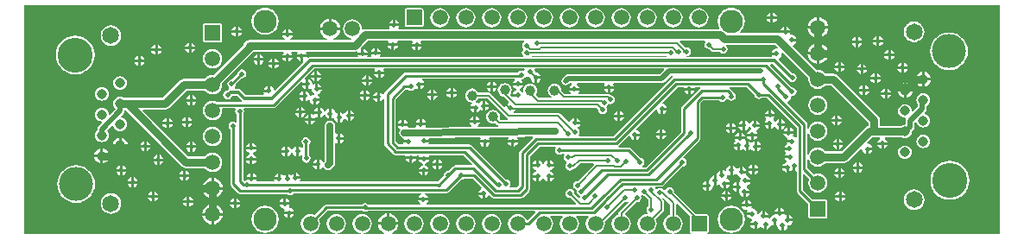
<source format=gbl>
G04 Layer_Physical_Order=2*
G04 Layer_Color=16711680*
%FSAX25Y25*%
%MOIN*%
G70*
G01*
G75*
%ADD15R,0.05905X0.05905*%
%ADD31C,0.02500*%
%ADD32C,0.01000*%
%ADD33C,0.02000*%
%ADD34C,0.00800*%
%ADD35C,0.01200*%
%ADD38C,0.03000*%
%ADD39C,0.06496*%
%ADD40C,0.13110*%
%ADD41C,0.13504*%
%ADD42C,0.03819*%
%ADD43C,0.05905*%
%ADD44C,0.09000*%
%ADD45R,0.05905X0.05905*%
%ADD46C,0.01968*%
%ADD47C,0.03937*%
G36*
X0601286Y0372375D02*
X0488210D01*
X0488161Y0372875D01*
X0488226Y0372888D01*
X0488457Y0373043D01*
X0488612Y0373274D01*
X0488666Y0373547D01*
Y0379453D01*
X0488612Y0379726D01*
X0488457Y0379957D01*
X0488226Y0380112D01*
X0487953Y0380167D01*
X0483821D01*
X0475318Y0388670D01*
X0475379Y0388976D01*
X0475248Y0389633D01*
X0474876Y0390191D01*
X0474319Y0390563D01*
X0473661Y0390694D01*
X0473004Y0390563D01*
X0472447Y0390191D01*
X0472075Y0389633D01*
X0472055Y0389535D01*
X0471517Y0389392D01*
X0471295Y0389540D01*
X0471203Y0389559D01*
X0471096Y0389718D01*
X0470539Y0390090D01*
X0469882Y0390221D01*
X0469225Y0390090D01*
X0468734Y0389763D01*
X0468251Y0389896D01*
X0468080Y0390327D01*
X0468300Y0390739D01*
X0470427D01*
X0470896Y0390833D01*
X0471292Y0391098D01*
X0478598Y0398403D01*
X0479239Y0398531D01*
X0479796Y0398903D01*
X0480168Y0399460D01*
X0480299Y0400117D01*
X0480168Y0400774D01*
X0479796Y0401332D01*
X0479239Y0401704D01*
X0479059Y0401740D01*
X0478894Y0402282D01*
X0485275Y0408662D01*
X0485540Y0409059D01*
X0485633Y0409528D01*
Y0423036D01*
X0486609Y0424013D01*
X0492855D01*
X0493398Y0423650D01*
X0494055Y0423519D01*
X0494712Y0423650D01*
X0495269Y0424022D01*
X0495642Y0424579D01*
X0496167Y0424655D01*
X0496345Y0424388D01*
X0496902Y0424016D01*
X0497559Y0423885D01*
X0498216Y0424016D01*
X0498773Y0424388D01*
X0499146Y0424945D01*
X0499276Y0425602D01*
X0499146Y0426260D01*
X0498773Y0426817D01*
X0498691Y0426871D01*
X0498689Y0426881D01*
X0498424Y0427278D01*
X0497159Y0428542D01*
X0496763Y0428807D01*
X0496814Y0429307D01*
X0503411D01*
X0506475Y0426243D01*
X0506602Y0425603D01*
X0506975Y0425046D01*
X0507532Y0424673D01*
X0508189Y0424543D01*
X0508846Y0424673D01*
X0509389Y0425036D01*
X0511302D01*
X0522732Y0413606D01*
Y0409838D01*
X0522232Y0409702D01*
X0521640Y0410098D01*
X0521440Y0410137D01*
X0521249Y0410599D01*
X0521436Y0410879D01*
X0521491Y0411154D01*
X0517643D01*
X0517698Y0410879D01*
X0518136Y0410223D01*
X0518793Y0409784D01*
X0518993Y0409745D01*
X0519184Y0409283D01*
X0518997Y0409003D01*
X0518942Y0408728D01*
X0520866D01*
Y0407728D01*
X0518942D01*
X0518997Y0407454D01*
X0519113Y0407280D01*
X0518491Y0406864D01*
X0518052Y0406207D01*
X0517998Y0405933D01*
X0519921D01*
Y0404933D01*
X0517998D01*
X0518052Y0404659D01*
X0518491Y0404003D01*
X0518437Y0403437D01*
X0518210Y0403097D01*
X0518155Y0402823D01*
X0520079D01*
Y0401823D01*
X0518155D01*
X0518210Y0401549D01*
X0518648Y0400892D01*
X0518920Y0400711D01*
X0518814Y0400180D01*
X0518399Y0400098D01*
X0517743Y0399659D01*
X0517304Y0399003D01*
X0517250Y0398728D01*
X0519173D01*
Y0398228D01*
X0519673D01*
Y0396305D01*
X0519947Y0396359D01*
X0520604Y0396798D01*
X0520832Y0397139D01*
X0520997Y0397028D01*
X0521272Y0396974D01*
Y0398898D01*
X0522272D01*
Y0396937D01*
X0522732Y0396598D01*
Y0389154D01*
X0522825Y0388686D01*
X0523091Y0388289D01*
X0527239Y0384141D01*
Y0379252D01*
X0527293Y0378979D01*
X0527448Y0378747D01*
X0527680Y0378593D01*
X0527953Y0378538D01*
X0533858D01*
X0534131Y0378593D01*
X0534363Y0378747D01*
X0534518Y0378979D01*
X0534572Y0379252D01*
Y0385157D01*
X0534518Y0385431D01*
X0534363Y0385662D01*
X0534131Y0385817D01*
X0533858Y0385871D01*
X0528969D01*
X0525179Y0389661D01*
Y0395547D01*
X0525641Y0395739D01*
X0527603Y0393777D01*
X0527347Y0393158D01*
X0527221Y0392205D01*
X0527347Y0391251D01*
X0527715Y0390363D01*
X0528300Y0389599D01*
X0529063Y0389014D01*
X0529952Y0388646D01*
X0530905Y0388520D01*
X0531859Y0388646D01*
X0532748Y0389014D01*
X0533511Y0389599D01*
X0534096Y0390363D01*
X0534464Y0391251D01*
X0534590Y0392205D01*
X0534464Y0393158D01*
X0534096Y0394047D01*
X0533511Y0394810D01*
X0532748Y0395395D01*
X0531859Y0395763D01*
X0530905Y0395889D01*
X0529952Y0395763D01*
X0529333Y0395507D01*
X0526879Y0397961D01*
Y0401137D01*
X0527347Y0401251D01*
X0527715Y0400363D01*
X0528300Y0399600D01*
X0529063Y0399014D01*
X0529952Y0398646D01*
X0530905Y0398520D01*
X0531859Y0398646D01*
X0532748Y0399014D01*
X0533511Y0399600D01*
X0533788Y0399962D01*
X0540984D01*
X0541843Y0400132D01*
X0542570Y0400619D01*
X0547517Y0405565D01*
X0547978Y0405319D01*
X0547977Y0405315D01*
X0548131Y0404541D01*
X0548569Y0403884D01*
X0549226Y0403446D01*
X0549500Y0403391D01*
Y0405315D01*
X0550000D01*
Y0405815D01*
X0551924D01*
X0551869Y0406089D01*
X0551431Y0406745D01*
X0550774Y0407184D01*
X0550000Y0407338D01*
X0549996Y0407337D01*
X0549750Y0407798D01*
X0551717Y0409765D01*
X0554902D01*
X0554977Y0409537D01*
X0554985Y0409265D01*
X0554396Y0408872D01*
X0553958Y0408215D01*
X0553903Y0407941D01*
X0557750D01*
X0557696Y0408215D01*
X0557257Y0408872D01*
X0556669Y0409265D01*
X0556676Y0409537D01*
X0556752Y0409765D01*
X0563164D01*
X0563212Y0409728D01*
X0563846Y0409466D01*
X0564528Y0409376D01*
X0565209Y0409466D01*
X0565843Y0409728D01*
X0566389Y0410147D01*
X0566807Y0410692D01*
X0567070Y0411327D01*
X0567160Y0412008D01*
X0567148Y0412098D01*
X0567722Y0412672D01*
X0568097Y0413234D01*
X0568229Y0413898D01*
Y0415412D01*
X0568562Y0415682D01*
X0568719Y0415634D01*
X0569042Y0415517D01*
X0569295Y0414904D01*
X0569714Y0414359D01*
X0570259Y0413941D01*
X0570894Y0413678D01*
X0571575Y0413588D01*
X0572256Y0413678D01*
X0572891Y0413941D01*
X0573436Y0414359D01*
X0573854Y0414904D01*
X0574117Y0415539D01*
X0574207Y0416221D01*
X0574117Y0416902D01*
X0573854Y0417536D01*
X0573436Y0418082D01*
X0572891Y0418500D01*
X0572256Y0418763D01*
X0572181Y0418773D01*
X0572002Y0419301D01*
X0572289Y0419588D01*
X0572664Y0420150D01*
X0572796Y0420813D01*
Y0421894D01*
X0572891Y0421933D01*
X0573436Y0422352D01*
X0573854Y0422897D01*
X0574117Y0423531D01*
X0574207Y0424213D01*
X0574117Y0424894D01*
X0573854Y0425529D01*
X0573436Y0426074D01*
X0572891Y0426492D01*
X0572256Y0426755D01*
X0571575Y0426845D01*
X0570894Y0426755D01*
X0570259Y0426492D01*
X0569714Y0426074D01*
X0569295Y0425529D01*
X0569032Y0424894D01*
X0568943Y0424213D01*
X0569032Y0423531D01*
X0569295Y0422897D01*
X0569330Y0422852D01*
Y0421531D01*
X0567643Y0419845D01*
X0567324Y0419947D01*
X0567152Y0420060D01*
X0567070Y0420681D01*
X0566807Y0421316D01*
X0566389Y0421861D01*
X0565843Y0422279D01*
X0565209Y0422542D01*
X0564528Y0422632D01*
X0563846Y0422542D01*
X0563212Y0422279D01*
X0562667Y0421861D01*
X0562248Y0421316D01*
X0561985Y0420681D01*
X0561896Y0420000D01*
X0561985Y0419319D01*
X0562248Y0418684D01*
X0562667Y0418139D01*
X0563212Y0417721D01*
X0563846Y0417458D01*
X0564528Y0417368D01*
X0564607Y0417378D01*
X0564896Y0416912D01*
X0564895Y0416910D01*
X0564763Y0416246D01*
Y0415113D01*
X0564528Y0414640D01*
X0563846Y0414550D01*
X0563212Y0414287D01*
X0563164Y0414251D01*
X0554881D01*
Y0416417D01*
X0554710Y0417276D01*
X0554224Y0418003D01*
X0538437Y0433791D01*
X0537709Y0434277D01*
X0536850Y0434448D01*
X0533788D01*
X0533511Y0434810D01*
X0532748Y0435395D01*
X0531859Y0435764D01*
X0530905Y0435889D01*
X0530453Y0435829D01*
X0521285Y0444998D01*
X0521375Y0445487D01*
X0521452Y0445538D01*
X0522100Y0445971D01*
X0522538Y0446627D01*
X0522593Y0446902D01*
X0520669D01*
Y0447902D01*
X0522593D01*
X0522538Y0448176D01*
X0522100Y0448832D01*
X0521444Y0449271D01*
X0520669Y0449425D01*
X0520568Y0449405D01*
X0520390Y0449593D01*
X0520229Y0449847D01*
X0520270Y0450051D01*
X0515983D01*
X0515922Y0450007D01*
X0515204Y0450149D01*
X0501014D01*
X0500853Y0450623D01*
X0501124Y0450831D01*
X0501171Y0450883D01*
X0501189Y0450898D01*
X0501203Y0450916D01*
X0501256Y0450962D01*
X0501977Y0451902D01*
X0502008Y0451965D01*
X0502023Y0451984D01*
X0502031Y0452005D01*
X0502070Y0452064D01*
X0502524Y0453158D01*
X0502538Y0453227D01*
X0502547Y0453249D01*
X0502550Y0453272D01*
X0502572Y0453338D01*
X0502727Y0454513D01*
X0502722Y0454583D01*
X0502725Y0454606D01*
X0502722Y0454629D01*
X0502727Y0454700D01*
X0502572Y0455874D01*
X0502550Y0455941D01*
X0502547Y0455964D01*
X0502538Y0455985D01*
X0502524Y0456054D01*
X0502070Y0457149D01*
X0502031Y0457207D01*
X0502023Y0457229D01*
X0502008Y0457247D01*
X0501977Y0457310D01*
X0501256Y0458250D01*
X0501203Y0458297D01*
X0501189Y0458315D01*
X0501171Y0458329D01*
X0501124Y0458382D01*
X0500184Y0459103D01*
X0500121Y0459134D01*
X0500103Y0459149D01*
X0500081Y0459157D01*
X0500023Y0459196D01*
X0498928Y0459650D01*
X0498859Y0459664D01*
X0498838Y0459672D01*
X0498815Y0459676D01*
X0498748Y0459698D01*
X0497574Y0459853D01*
X0497527Y0459850D01*
X0497480Y0459859D01*
X0497434Y0459850D01*
X0497387Y0459853D01*
X0496212Y0459698D01*
X0496146Y0459676D01*
X0496123Y0459672D01*
X0496101Y0459664D01*
X0496032Y0459650D01*
X0494938Y0459196D01*
X0494879Y0459157D01*
X0494858Y0459149D01*
X0494839Y0459134D01*
X0494776Y0459103D01*
X0493836Y0458382D01*
X0493790Y0458329D01*
X0493772Y0458315D01*
X0493757Y0458297D01*
X0493705Y0458250D01*
X0492983Y0457310D01*
X0492952Y0457247D01*
X0492938Y0457229D01*
X0492929Y0457207D01*
X0492890Y0457149D01*
X0492437Y0456054D01*
X0492423Y0455985D01*
X0492414Y0455964D01*
X0492411Y0455941D01*
X0492388Y0455874D01*
X0492234Y0454700D01*
X0492239Y0454629D01*
X0492235Y0454606D01*
X0492239Y0454583D01*
X0492234Y0454513D01*
X0492388Y0453338D01*
X0492411Y0453272D01*
X0492414Y0453249D01*
X0492423Y0453227D01*
X0492437Y0453158D01*
X0492870Y0452113D01*
X0492733Y0451738D01*
X0492613Y0451613D01*
X0369258D01*
X0368990Y0452113D01*
X0369192Y0452415D01*
X0369247Y0452689D01*
X0365399D01*
X0365454Y0452415D01*
X0365655Y0452113D01*
X0365388Y0451613D01*
X0356224D01*
X0355417Y0451453D01*
X0355173Y0451573D01*
X0354936Y0451756D01*
X0354819Y0452646D01*
X0354450Y0453535D01*
X0353865Y0454298D01*
X0353102Y0454884D01*
X0352213Y0455252D01*
X0351260Y0455377D01*
X0350306Y0455252D01*
X0349418Y0454884D01*
X0348655Y0454298D01*
X0348069Y0453535D01*
X0347701Y0452646D01*
X0347576Y0451693D01*
X0347701Y0450739D01*
X0348069Y0449851D01*
X0348655Y0449088D01*
X0349418Y0448502D01*
X0350306Y0448134D01*
X0350550Y0448102D01*
X0350782Y0447567D01*
X0350691Y0447441D01*
X0343968D01*
X0343869Y0447941D01*
X0344592Y0448240D01*
X0345418Y0448874D01*
X0346051Y0449699D01*
X0346449Y0450661D01*
X0346519Y0451193D01*
X0342599D01*
X0338677D01*
X0338747Y0450661D01*
X0339146Y0449699D01*
X0339779Y0448874D01*
X0340605Y0448240D01*
X0341328Y0447941D01*
X0341229Y0447441D01*
X0327313D01*
X0327162Y0447941D01*
X0327572Y0448215D01*
X0328011Y0448872D01*
X0328065Y0449146D01*
X0324218D01*
X0324273Y0448872D01*
X0324711Y0448215D01*
X0325122Y0447941D01*
X0324970Y0447441D01*
X0311379D01*
X0310520Y0447270D01*
X0309793Y0446784D01*
X0309306Y0446056D01*
X0309151Y0445276D01*
X0297657Y0433782D01*
X0297205Y0433842D01*
X0296251Y0433716D01*
X0295363Y0433348D01*
X0294600Y0432763D01*
X0294322Y0432401D01*
X0286260D01*
X0285402Y0432230D01*
X0284674Y0431744D01*
X0277969Y0425038D01*
X0262899D01*
X0262851Y0425075D01*
X0262217Y0425338D01*
X0261535Y0425427D01*
X0260854Y0425338D01*
X0260219Y0425075D01*
X0259674Y0424656D01*
X0259256Y0424111D01*
X0258993Y0423477D01*
X0258904Y0422795D01*
X0258993Y0422114D01*
X0259256Y0421479D01*
X0259674Y0420934D01*
X0259518Y0420434D01*
X0257573Y0418489D01*
X0257101Y0418724D01*
X0257031Y0419264D01*
X0256768Y0419899D01*
X0256349Y0420444D01*
X0255804Y0420862D01*
X0255169Y0421125D01*
X0254488Y0421215D01*
X0253807Y0421125D01*
X0253172Y0420862D01*
X0252627Y0420444D01*
X0252209Y0419899D01*
X0251946Y0419264D01*
X0251856Y0418583D01*
X0251946Y0417902D01*
X0252209Y0417267D01*
X0252627Y0416722D01*
X0253172Y0416303D01*
X0253807Y0416040D01*
X0254346Y0415969D01*
X0254582Y0415497D01*
X0253263Y0414178D01*
X0252887Y0413616D01*
X0252755Y0412953D01*
Y0412550D01*
X0252627Y0412452D01*
X0252209Y0411906D01*
X0251946Y0411272D01*
X0251856Y0410591D01*
X0251946Y0409909D01*
X0252209Y0409275D01*
X0252627Y0408730D01*
X0253172Y0408311D01*
X0253807Y0408048D01*
X0254488Y0407959D01*
X0255169Y0408048D01*
X0255804Y0408311D01*
X0256349Y0408730D01*
X0256768Y0409275D01*
X0257031Y0409909D01*
X0257120Y0410591D01*
X0257031Y0411272D01*
X0256768Y0411906D01*
X0256388Y0412401D01*
X0258445Y0414458D01*
X0258973Y0414279D01*
X0258993Y0414122D01*
X0259256Y0413487D01*
X0259674Y0412942D01*
X0260219Y0412524D01*
X0260854Y0412261D01*
X0261535Y0412171D01*
X0262217Y0412261D01*
X0262851Y0412524D01*
X0263397Y0412942D01*
X0263815Y0413487D01*
X0264078Y0414122D01*
X0264167Y0414803D01*
X0264078Y0415484D01*
X0263815Y0416119D01*
X0263397Y0416664D01*
X0262851Y0417083D01*
X0262217Y0417345D01*
X0262060Y0417366D01*
X0261881Y0417894D01*
X0262761Y0418774D01*
X0263137Y0419337D01*
X0263265Y0419982D01*
X0263320Y0420019D01*
X0263769Y0420185D01*
X0285382Y0398571D01*
X0286110Y0398085D01*
X0286968Y0397914D01*
X0294322D01*
X0294600Y0397552D01*
X0295363Y0396967D01*
X0296251Y0396599D01*
X0297205Y0396473D01*
X0298158Y0396599D01*
X0299047Y0396967D01*
X0299810Y0397552D01*
X0300395Y0398315D01*
X0300764Y0399204D01*
X0300889Y0400157D01*
X0300764Y0401111D01*
X0300395Y0402000D01*
X0299810Y0402763D01*
X0299047Y0403348D01*
X0298158Y0403716D01*
X0297205Y0403842D01*
X0296251Y0403716D01*
X0295363Y0403348D01*
X0294600Y0402763D01*
X0294322Y0402401D01*
X0287898D01*
X0270208Y0420090D01*
X0270399Y0420552D01*
X0278898D01*
X0279756Y0420723D01*
X0280484Y0421209D01*
X0287189Y0427914D01*
X0294322D01*
X0294600Y0427552D01*
X0295363Y0426967D01*
X0296251Y0426599D01*
X0297205Y0426473D01*
X0298158Y0426599D01*
X0299047Y0426967D01*
X0299810Y0427552D01*
X0300395Y0428315D01*
X0300764Y0429204D01*
X0300889Y0430158D01*
X0300829Y0430610D01*
X0312965Y0442745D01*
X0313105Y0442954D01*
X0324521D01*
X0324672Y0442454D01*
X0324672Y0442454D01*
X0324233Y0441798D01*
X0324179Y0441524D01*
X0328026D01*
X0327972Y0441798D01*
X0327533Y0442454D01*
X0327532Y0442454D01*
X0327684Y0442954D01*
X0329846D01*
X0330092Y0442454D01*
X0329784Y0441995D01*
X0329730Y0441720D01*
X0333577D01*
X0333523Y0441995D01*
X0333215Y0442454D01*
X0333461Y0442954D01*
X0352052D01*
X0352887Y0443121D01*
X0353144Y0442931D01*
X0353278Y0442770D01*
X0353234Y0442547D01*
X0354658D01*
Y0444092D01*
X0354470Y0444443D01*
X0357153Y0447127D01*
X0364876D01*
X0365143Y0446627D01*
X0364942Y0446325D01*
X0364887Y0446051D01*
X0368735D01*
X0368680Y0446325D01*
X0368479Y0446627D01*
X0368746Y0447127D01*
X0374313D01*
X0374527Y0446627D01*
X0374194Y0446129D01*
X0374139Y0445854D01*
X0377987D01*
X0377932Y0446129D01*
X0377599Y0446627D01*
X0377813Y0447127D01*
X0417461D01*
X0417613Y0446627D01*
X0417290Y0446411D01*
X0416917Y0445854D01*
X0416787Y0445197D01*
X0416917Y0444540D01*
X0417290Y0443983D01*
X0417090Y0443514D01*
X0416759Y0443018D01*
X0416628Y0442361D01*
X0416759Y0441704D01*
X0417086Y0441215D01*
X0417010Y0440939D01*
X0416879Y0440715D01*
X0362016D01*
X0361764Y0441215D01*
X0362066Y0441667D01*
X0362121Y0441941D01*
X0358273D01*
X0358328Y0441667D01*
X0358630Y0441215D01*
X0358378Y0440715D01*
X0357184D01*
X0356948Y0441155D01*
X0357027Y0441273D01*
X0357081Y0441547D01*
X0353234D01*
X0353288Y0441273D01*
X0353367Y0441155D01*
X0353131Y0440715D01*
X0334704D01*
X0334197Y0440614D01*
X0334046Y0440513D01*
X0333735Y0440721D01*
X0332154D01*
Y0438978D01*
X0332246Y0438805D01*
X0321385Y0427945D01*
X0320843Y0428109D01*
X0320767Y0428491D01*
X0320328Y0429147D01*
X0319672Y0429586D01*
X0319398Y0429640D01*
Y0427716D01*
X0318898D01*
Y0427216D01*
X0316974D01*
X0317028Y0426942D01*
X0317172Y0426727D01*
X0316937Y0426286D01*
X0310077D01*
X0308181Y0428181D01*
X0307751Y0428469D01*
X0307244Y0428570D01*
X0305864D01*
X0305713Y0429070D01*
X0305818Y0429140D01*
X0306190Y0429697D01*
X0306318Y0430338D01*
X0308560Y0432580D01*
X0309201Y0432707D01*
X0309758Y0433080D01*
X0310130Y0433637D01*
X0310261Y0434294D01*
X0310130Y0434951D01*
X0309758Y0435508D01*
X0309201Y0435881D01*
X0308543Y0436011D01*
X0307886Y0435881D01*
X0307329Y0435508D01*
X0306957Y0434951D01*
X0306829Y0434310D01*
X0304587Y0432068D01*
X0303946Y0431941D01*
X0303389Y0431569D01*
X0303017Y0431011D01*
X0302887Y0430354D01*
X0303017Y0429697D01*
X0303389Y0429140D01*
X0303621Y0428985D01*
X0303602Y0428690D01*
X0303541Y0428438D01*
X0303157Y0428181D01*
X0302835Y0427859D01*
X0302374Y0427768D01*
X0301817Y0427395D01*
X0301445Y0426838D01*
X0301314Y0426181D01*
X0301445Y0425524D01*
X0301817Y0424967D01*
X0302374Y0424595D01*
X0303031Y0424464D01*
X0303689Y0424595D01*
X0304246Y0424967D01*
X0304618Y0425524D01*
X0304696Y0425919D01*
X0306695D01*
X0308567Y0424046D01*
X0308561Y0423948D01*
X0308404Y0423546D01*
X0299370D01*
X0298902Y0423453D01*
X0298860Y0423425D01*
X0298158Y0423716D01*
X0297205Y0423842D01*
X0296251Y0423716D01*
X0295363Y0423348D01*
X0294600Y0422763D01*
X0294014Y0422000D01*
X0293646Y0421111D01*
X0293520Y0420157D01*
X0293646Y0419204D01*
X0294014Y0418315D01*
X0294600Y0417552D01*
X0295363Y0416967D01*
X0296251Y0416599D01*
X0297205Y0416473D01*
X0298158Y0416599D01*
X0299047Y0416967D01*
X0299810Y0417552D01*
X0300395Y0418315D01*
X0300764Y0419204D01*
X0300889Y0420157D01*
X0300815Y0420723D01*
X0301144Y0421099D01*
X0305943D01*
X0306210Y0420599D01*
X0306091Y0420421D01*
X0305960Y0419764D01*
X0306091Y0419107D01*
X0306463Y0418549D01*
X0306572Y0418477D01*
Y0415790D01*
X0306072Y0415522D01*
X0305775Y0415720D01*
X0305118Y0415851D01*
X0304461Y0415720D01*
X0303904Y0415348D01*
X0303532Y0414791D01*
X0303401Y0414134D01*
X0303532Y0413477D01*
X0303904Y0412920D01*
X0304052Y0412820D01*
Y0391850D01*
X0304145Y0391382D01*
X0304410Y0390985D01*
X0307127Y0388269D01*
X0307524Y0388003D01*
X0307992Y0387910D01*
X0325925D01*
X0326469Y0387547D01*
X0327126Y0387417D01*
X0327783Y0387547D01*
X0328340Y0387920D01*
X0328592Y0388297D01*
X0377832D01*
X0377881Y0387797D01*
X0377769Y0387775D01*
X0377113Y0387336D01*
X0376674Y0386680D01*
X0376620Y0386405D01*
X0380467D01*
X0380412Y0386680D01*
X0379974Y0387336D01*
X0379317Y0387775D01*
X0379205Y0387797D01*
X0379255Y0388297D01*
X0387513D01*
X0387981Y0388390D01*
X0388378Y0388655D01*
X0393166Y0393443D01*
X0393807Y0393571D01*
X0394350Y0393934D01*
X0397581D01*
X0401034Y0390481D01*
X0400904Y0389904D01*
X0400420Y0389580D01*
X0399981Y0388924D01*
X0399927Y0388650D01*
X0401850D01*
Y0388150D01*
X0402350D01*
Y0386226D01*
X0402625Y0386280D01*
X0403281Y0386719D01*
X0403605Y0387203D01*
X0404182Y0387333D01*
X0404900Y0386615D01*
X0405297Y0386350D01*
X0405765Y0386257D01*
X0416181D01*
X0416649Y0386350D01*
X0417046Y0386615D01*
X0419337Y0388906D01*
X0419602Y0389303D01*
X0419695Y0389771D01*
Y0402490D01*
X0423367Y0406162D01*
X0429436D01*
X0429703Y0405662D01*
X0429516Y0405382D01*
X0429385Y0404724D01*
X0429516Y0404067D01*
X0429888Y0403510D01*
X0430445Y0403138D01*
X0431102Y0403007D01*
X0431760Y0403138D01*
X0432303Y0403501D01*
X0432899D01*
X0433165Y0403001D01*
X0432941Y0402665D01*
X0432810Y0402008D01*
X0432941Y0401351D01*
X0433313Y0400794D01*
X0433870Y0400421D01*
X0433982Y0399914D01*
X0433609Y0399357D01*
X0433479Y0398700D01*
X0433609Y0398043D01*
X0433982Y0397486D01*
X0434539Y0397113D01*
X0435196Y0396983D01*
X0435853Y0397113D01*
X0436410Y0397486D01*
X0436472Y0397578D01*
X0436613D01*
X0436613Y0397578D01*
X0437043Y0397664D01*
X0437406Y0397907D01*
X0439165Y0399666D01*
X0444223D01*
X0444430Y0399166D01*
X0438220Y0392955D01*
X0438110Y0392977D01*
X0437453Y0392846D01*
X0436896Y0392474D01*
X0436524Y0391917D01*
X0436393Y0391260D01*
X0436524Y0390603D01*
X0436896Y0390046D01*
X0437453Y0389673D01*
X0437975Y0389569D01*
X0437849Y0388936D01*
X0437980Y0388279D01*
X0438352Y0387722D01*
X0438909Y0387350D01*
X0439117Y0386851D01*
X0439025Y0386578D01*
X0438569Y0386442D01*
X0436932Y0388080D01*
X0436953Y0388189D01*
X0436823Y0388846D01*
X0436450Y0389403D01*
X0435893Y0389775D01*
X0435236Y0389906D01*
X0434579Y0389775D01*
X0434022Y0389403D01*
X0433650Y0388846D01*
X0433519Y0388189D01*
X0433650Y0387532D01*
X0434022Y0386975D01*
X0434579Y0386602D01*
X0435236Y0386472D01*
X0435346Y0386493D01*
X0437561Y0384278D01*
X0437369Y0383816D01*
X0379888D01*
X0379737Y0384316D01*
X0379974Y0384475D01*
X0380412Y0385131D01*
X0380467Y0385405D01*
X0376620D01*
X0376674Y0385131D01*
X0377113Y0384475D01*
X0377350Y0384316D01*
X0377198Y0383816D01*
X0357314D01*
X0357238Y0383931D01*
X0356681Y0384303D01*
X0356024Y0384434D01*
X0355366Y0384303D01*
X0354823Y0383940D01*
X0341216D01*
X0340748Y0383847D01*
X0340351Y0383582D01*
X0336572Y0379802D01*
X0335954Y0380059D01*
X0335000Y0380184D01*
X0334046Y0380059D01*
X0333158Y0379691D01*
X0332395Y0379105D01*
X0331809Y0378342D01*
X0331441Y0377454D01*
X0331316Y0376500D01*
X0331441Y0375546D01*
X0331809Y0374658D01*
X0332395Y0373895D01*
X0333158Y0373309D01*
X0334046Y0372941D01*
X0334550Y0372875D01*
X0334517Y0372375D01*
X0224580D01*
Y0460735D01*
X0601286D01*
Y0372375D01*
D02*
G37*
G36*
X0485671Y0428807D02*
X0485274Y0428542D01*
X0478426Y0421695D01*
X0478161Y0421298D01*
X0478068Y0420829D01*
Y0411927D01*
X0464428Y0398287D01*
X0463317D01*
X0463165Y0398786D01*
X0463339Y0398903D01*
X0463712Y0399460D01*
X0463842Y0400117D01*
X0463712Y0400774D01*
X0463339Y0401332D01*
X0462782Y0401704D01*
X0462586Y0401743D01*
X0458739Y0405590D01*
X0458342Y0405855D01*
X0457874Y0405948D01*
X0454081D01*
X0453930Y0406448D01*
X0454038Y0406520D01*
X0457886Y0410368D01*
X0458365Y0410223D01*
X0458406Y0410013D01*
X0458845Y0409357D01*
X0459501Y0408918D01*
X0459776Y0408864D01*
Y0410787D01*
X0460276D01*
Y0411287D01*
X0462199D01*
X0462145Y0411562D01*
X0461706Y0412218D01*
X0461050Y0412656D01*
X0460840Y0412698D01*
X0460695Y0413177D01*
X0468171Y0420653D01*
X0468713Y0420489D01*
X0468800Y0420053D01*
X0469239Y0419396D01*
X0469895Y0418958D01*
X0470169Y0418903D01*
Y0420827D01*
X0470669D01*
Y0421327D01*
X0472593D01*
X0472538Y0421601D01*
X0472100Y0422257D01*
X0471444Y0422696D01*
X0471007Y0422783D01*
X0470843Y0423325D01*
X0476825Y0429307D01*
X0478999D01*
X0479339Y0428847D01*
X0483260D01*
X0483599Y0429307D01*
X0485620D01*
X0485671Y0428807D01*
D02*
G37*
G36*
X0417710Y0435929D02*
X0417651Y0435731D01*
X0417153Y0435524D01*
X0416496Y0435654D01*
X0415839Y0435524D01*
X0415282Y0435151D01*
X0415077Y0434846D01*
X0371811D01*
X0371343Y0434752D01*
X0370946Y0434487D01*
X0363820Y0427361D01*
X0363555Y0426964D01*
X0363461Y0426496D01*
Y0426492D01*
X0362962Y0426340D01*
X0362612Y0426864D01*
X0361955Y0427302D01*
X0361681Y0427357D01*
Y0425433D01*
Y0423509D01*
X0361955Y0423564D01*
X0362612Y0424003D01*
X0362962Y0424526D01*
X0363461Y0424374D01*
Y0407360D01*
X0363555Y0406891D01*
X0363820Y0406495D01*
X0367013Y0403301D01*
X0367410Y0403036D01*
X0367879Y0402943D01*
X0371580D01*
X0371906Y0402443D01*
X0371895Y0402390D01*
X0375743D01*
X0375732Y0402443D01*
X0376057Y0402943D01*
X0376855D01*
X0377091Y0402502D01*
X0376989Y0402349D01*
X0376935Y0402075D01*
X0380782D01*
X0380727Y0402349D01*
X0380625Y0402502D01*
X0380861Y0402943D01*
X0394066D01*
X0397490Y0399519D01*
X0397282Y0399019D01*
X0390945D01*
X0390477Y0398926D01*
X0390080Y0398660D01*
X0388212Y0396793D01*
X0387571Y0396665D01*
X0387014Y0396293D01*
X0386642Y0395736D01*
X0386514Y0395095D01*
X0384158Y0392739D01*
X0384055Y0392759D01*
X0383857Y0392720D01*
X0331124D01*
X0330857Y0393220D01*
X0331003Y0393438D01*
X0331058Y0393713D01*
X0329134D01*
Y0394213D01*
X0328634D01*
Y0396136D01*
X0328360Y0396082D01*
X0327703Y0395643D01*
X0327426Y0395229D01*
X0326916Y0395570D01*
X0326642Y0395624D01*
Y0393701D01*
X0325642D01*
Y0395624D01*
X0325367Y0395570D01*
X0324711Y0395131D01*
X0324449D01*
X0324344Y0395289D01*
X0323688Y0395727D01*
X0323413Y0395782D01*
Y0393858D01*
X0322913D01*
Y0393358D01*
X0320990D01*
X0321017Y0393220D01*
X0320732Y0392720D01*
X0314415D01*
X0314145Y0393130D01*
X0314156Y0393220D01*
X0314207Y0393476D01*
X0310335D01*
X0310354Y0393213D01*
X0309697Y0393083D01*
X0309540Y0392978D01*
X0309019Y0393499D01*
Y0418740D01*
X0309264Y0419107D01*
X0309394Y0419764D01*
X0309264Y0420421D01*
X0309144Y0420599D01*
X0309412Y0421099D01*
X0320669D01*
X0321137Y0421193D01*
X0321534Y0421458D01*
X0331439Y0431362D01*
X0331538Y0431317D01*
X0331851Y0431067D01*
X0331817Y0430894D01*
X0333240D01*
Y0432317D01*
X0333067Y0432283D01*
X0332817Y0432596D01*
X0332772Y0432695D01*
X0336442Y0436366D01*
X0359710D01*
X0359977Y0435865D01*
X0359706Y0435459D01*
X0359651Y0435185D01*
X0363498D01*
X0363444Y0435459D01*
X0363173Y0435865D01*
X0363440Y0436366D01*
X0417403D01*
X0417710Y0435929D01*
D02*
G37*
G36*
X0355366Y0381130D02*
X0356024Y0380999D01*
X0356681Y0381130D01*
X0357039Y0381369D01*
X0421613D01*
X0421804Y0380908D01*
X0418880Y0377984D01*
X0418291Y0378101D01*
X0418191Y0378342D01*
X0417605Y0379105D01*
X0416842Y0379691D01*
X0415954Y0380059D01*
X0415000Y0380184D01*
X0414046Y0380059D01*
X0413158Y0379691D01*
X0412395Y0379105D01*
X0411809Y0378342D01*
X0411441Y0377454D01*
X0411316Y0376500D01*
X0411441Y0375546D01*
X0411809Y0374658D01*
X0412395Y0373895D01*
X0413158Y0373309D01*
X0414046Y0372941D01*
X0414550Y0372875D01*
X0414517Y0372375D01*
X0405483D01*
X0405450Y0372875D01*
X0405954Y0372941D01*
X0406842Y0373309D01*
X0407605Y0373895D01*
X0408191Y0374658D01*
X0408559Y0375546D01*
X0408684Y0376500D01*
X0408559Y0377454D01*
X0408191Y0378342D01*
X0407605Y0379105D01*
X0406842Y0379691D01*
X0405954Y0380059D01*
X0405000Y0380184D01*
X0404046Y0380059D01*
X0403158Y0379691D01*
X0402395Y0379105D01*
X0401809Y0378342D01*
X0401441Y0377454D01*
X0401316Y0376500D01*
X0401441Y0375546D01*
X0401809Y0374658D01*
X0402395Y0373895D01*
X0403158Y0373309D01*
X0404046Y0372941D01*
X0404550Y0372875D01*
X0404517Y0372375D01*
X0395483D01*
X0395450Y0372875D01*
X0395954Y0372941D01*
X0396842Y0373309D01*
X0397605Y0373895D01*
X0398191Y0374658D01*
X0398559Y0375546D01*
X0398684Y0376500D01*
X0398559Y0377454D01*
X0398191Y0378342D01*
X0397605Y0379105D01*
X0396842Y0379691D01*
X0395954Y0380059D01*
X0395000Y0380184D01*
X0394046Y0380059D01*
X0393158Y0379691D01*
X0392395Y0379105D01*
X0391809Y0378342D01*
X0391441Y0377454D01*
X0391316Y0376500D01*
X0391441Y0375546D01*
X0391809Y0374658D01*
X0392395Y0373895D01*
X0393158Y0373309D01*
X0394046Y0372941D01*
X0394550Y0372875D01*
X0394517Y0372375D01*
X0385483D01*
X0385450Y0372875D01*
X0385954Y0372941D01*
X0386842Y0373309D01*
X0387605Y0373895D01*
X0388191Y0374658D01*
X0388559Y0375546D01*
X0388684Y0376500D01*
X0388559Y0377454D01*
X0388191Y0378342D01*
X0387605Y0379105D01*
X0386842Y0379691D01*
X0385954Y0380059D01*
X0385000Y0380184D01*
X0384046Y0380059D01*
X0383158Y0379691D01*
X0382395Y0379105D01*
X0381809Y0378342D01*
X0381441Y0377454D01*
X0381316Y0376500D01*
X0381441Y0375546D01*
X0381809Y0374658D01*
X0382395Y0373895D01*
X0383158Y0373309D01*
X0384046Y0372941D01*
X0384550Y0372875D01*
X0384517Y0372375D01*
X0375483D01*
X0375450Y0372875D01*
X0375954Y0372941D01*
X0376842Y0373309D01*
X0377605Y0373895D01*
X0378191Y0374658D01*
X0378559Y0375546D01*
X0378684Y0376500D01*
X0378559Y0377454D01*
X0378191Y0378342D01*
X0377605Y0379105D01*
X0376842Y0379691D01*
X0375954Y0380059D01*
X0375000Y0380184D01*
X0374046Y0380059D01*
X0373158Y0379691D01*
X0372395Y0379105D01*
X0371809Y0378342D01*
X0371441Y0377454D01*
X0371316Y0376500D01*
X0371441Y0375546D01*
X0371809Y0374658D01*
X0372395Y0373895D01*
X0373158Y0373309D01*
X0374046Y0372941D01*
X0374550Y0372875D01*
X0374517Y0372375D01*
X0366677D01*
X0366577Y0372875D01*
X0366993Y0373047D01*
X0367819Y0373681D01*
X0368453Y0374507D01*
X0368851Y0375468D01*
X0368921Y0376000D01*
X0365000D01*
X0361079D01*
X0361149Y0375468D01*
X0361547Y0374507D01*
X0362181Y0373681D01*
X0363007Y0373047D01*
X0363423Y0372875D01*
X0363323Y0372375D01*
X0355483D01*
X0355450Y0372875D01*
X0355954Y0372941D01*
X0356842Y0373309D01*
X0357605Y0373895D01*
X0358191Y0374658D01*
X0358559Y0375546D01*
X0358684Y0376500D01*
X0358559Y0377454D01*
X0358191Y0378342D01*
X0357605Y0379105D01*
X0356842Y0379691D01*
X0355954Y0380059D01*
X0355000Y0380184D01*
X0354046Y0380059D01*
X0353158Y0379691D01*
X0352395Y0379105D01*
X0351809Y0378342D01*
X0351441Y0377454D01*
X0351316Y0376500D01*
X0351441Y0375546D01*
X0351809Y0374658D01*
X0352395Y0373895D01*
X0353158Y0373309D01*
X0354046Y0372941D01*
X0354550Y0372875D01*
X0354517Y0372375D01*
X0345483D01*
X0345450Y0372875D01*
X0345954Y0372941D01*
X0346842Y0373309D01*
X0347605Y0373895D01*
X0348191Y0374658D01*
X0348559Y0375546D01*
X0348684Y0376500D01*
X0348559Y0377454D01*
X0348191Y0378342D01*
X0347605Y0379105D01*
X0346842Y0379691D01*
X0345954Y0380059D01*
X0345000Y0380184D01*
X0344046Y0380059D01*
X0343158Y0379691D01*
X0342395Y0379105D01*
X0341809Y0378342D01*
X0341441Y0377454D01*
X0341316Y0376500D01*
X0341441Y0375546D01*
X0341809Y0374658D01*
X0342395Y0373895D01*
X0343158Y0373309D01*
X0344046Y0372941D01*
X0344550Y0372875D01*
X0344517Y0372375D01*
X0335483D01*
X0335450Y0372875D01*
X0335954Y0372941D01*
X0336842Y0373309D01*
X0337605Y0373895D01*
X0338191Y0374658D01*
X0338559Y0375546D01*
X0338684Y0376500D01*
X0338559Y0377454D01*
X0338302Y0378072D01*
X0341723Y0381493D01*
X0354823D01*
X0355366Y0381130D01*
D02*
G37*
G36*
X0471522Y0435904D02*
X0469754Y0434135D01*
X0434343D01*
X0433680Y0434003D01*
X0433118Y0433627D01*
X0432370Y0432879D01*
X0431994Y0432317D01*
X0431862Y0431653D01*
X0431994Y0430990D01*
X0432370Y0430428D01*
X0432932Y0430052D01*
X0433596Y0429920D01*
X0434259Y0430052D01*
X0434821Y0430428D01*
X0435062Y0430668D01*
X0435775D01*
X0435927Y0430168D01*
X0435459Y0429856D01*
X0435021Y0429199D01*
X0434966Y0428925D01*
X0438813D01*
X0438759Y0429199D01*
X0438320Y0429856D01*
X0437853Y0430168D01*
X0438004Y0430668D01*
X0448339D01*
X0448607Y0430168D01*
X0448407Y0429869D01*
X0448352Y0429595D01*
X0452199D01*
X0452145Y0429869D01*
X0451944Y0430168D01*
X0452212Y0430668D01*
X0470471D01*
X0471135Y0430800D01*
X0471697Y0431176D01*
X0474177Y0433656D01*
X0474680D01*
X0474832Y0433156D01*
X0474762Y0433109D01*
X0451962Y0410309D01*
X0438820D01*
X0438560Y0410809D01*
X0438790Y0411153D01*
X0438921Y0411810D01*
X0438790Y0412467D01*
X0438418Y0413025D01*
X0438255Y0413134D01*
Y0413735D01*
X0438596Y0413963D01*
X0439035Y0414619D01*
X0439089Y0414894D01*
X0437165D01*
Y0415394D01*
X0436665D01*
Y0417317D01*
X0436391Y0417263D01*
X0435735Y0416824D01*
X0435296Y0416168D01*
X0435230Y0415837D01*
X0434688Y0415673D01*
X0431418Y0418943D01*
X0431054Y0419186D01*
X0430625Y0419271D01*
X0430625Y0419271D01*
X0413778D01*
X0413634Y0419651D01*
X0413610Y0419771D01*
X0414035Y0420407D01*
X0414106Y0420768D01*
X0414272Y0421191D01*
X0414671Y0421241D01*
X0445480D01*
X0446139Y0420582D01*
X0446117Y0420472D01*
X0446248Y0419815D01*
X0446620Y0419258D01*
X0447178Y0418886D01*
X0447835Y0418755D01*
X0448492Y0418886D01*
X0449049Y0419258D01*
X0449421Y0419815D01*
X0449552Y0420472D01*
X0449421Y0421130D01*
X0449092Y0421622D01*
X0449560Y0421935D01*
X0449887Y0422424D01*
X0450248Y0422784D01*
X0450906Y0422653D01*
X0451563Y0422784D01*
X0452120Y0423156D01*
X0452492Y0423713D01*
X0452623Y0424370D01*
X0452492Y0425027D01*
X0452120Y0425584D01*
X0451563Y0425957D01*
X0450906Y0426087D01*
X0450796Y0426066D01*
X0450671Y0426191D01*
X0450307Y0426434D01*
X0449878Y0426519D01*
X0449878Y0426519D01*
X0438509D01*
X0438365Y0426881D01*
X0438337Y0427019D01*
X0438759Y0427651D01*
X0438813Y0427925D01*
X0434966D01*
X0435021Y0427651D01*
X0435443Y0427019D01*
X0435414Y0426881D01*
X0435271Y0426519D01*
X0433214D01*
X0431959Y0427774D01*
X0431983Y0427953D01*
X0431891Y0428649D01*
X0431622Y0429298D01*
X0431194Y0429856D01*
X0430637Y0430284D01*
X0429988Y0430553D01*
X0429291Y0430644D01*
X0428595Y0430553D01*
X0427946Y0430284D01*
X0427388Y0429856D01*
X0426960Y0429298D01*
X0426691Y0428649D01*
X0426600Y0427953D01*
X0426691Y0427256D01*
X0426960Y0426607D01*
X0427388Y0426050D01*
X0427946Y0425622D01*
X0428193Y0425519D01*
X0428094Y0425019D01*
X0423142D01*
X0421905Y0426257D01*
X0422173Y0426607D01*
X0422442Y0427256D01*
X0422534Y0427953D01*
X0422442Y0428649D01*
X0422173Y0429298D01*
X0421746Y0429856D01*
X0421188Y0430284D01*
X0420539Y0430553D01*
X0419842Y0430644D01*
X0419146Y0430553D01*
X0418497Y0430284D01*
X0417939Y0429856D01*
X0417512Y0429298D01*
X0417243Y0428649D01*
X0417151Y0427953D01*
X0417230Y0427355D01*
X0416931Y0427169D01*
X0416781Y0427127D01*
X0416509Y0427533D01*
X0415857Y0427969D01*
X0415853Y0427990D01*
X0415863Y0428479D01*
X0415892Y0428485D01*
X0416549Y0428924D01*
X0416987Y0429580D01*
X0417042Y0429854D01*
X0413194D01*
X0413249Y0429580D01*
X0413688Y0428924D01*
X0414339Y0428488D01*
X0414344Y0428466D01*
X0414334Y0427977D01*
X0414304Y0427972D01*
X0413648Y0427533D01*
X0413210Y0426877D01*
X0413155Y0426602D01*
X0415079D01*
Y0425602D01*
X0412666D01*
X0412647Y0425592D01*
X0411994Y0426246D01*
X0412331Y0426686D01*
X0412600Y0427335D01*
X0412691Y0428031D01*
X0412600Y0428728D01*
X0412331Y0429377D01*
X0411903Y0429935D01*
X0411346Y0430362D01*
X0410697Y0430631D01*
X0410000Y0430723D01*
X0409303Y0430631D01*
X0408654Y0430362D01*
X0408097Y0429935D01*
X0407669Y0429377D01*
X0407400Y0428728D01*
X0407308Y0428031D01*
X0407400Y0427335D01*
X0407669Y0426686D01*
X0408097Y0426128D01*
X0408654Y0425701D01*
X0409303Y0425432D01*
X0409686Y0425381D01*
X0411538Y0423529D01*
X0411427Y0423162D01*
X0411343Y0423018D01*
X0410735Y0422612D01*
X0410296Y0421955D01*
X0410257Y0421760D01*
X0409715Y0421596D01*
X0404533Y0426777D01*
X0404169Y0427020D01*
X0403740Y0427106D01*
X0403740Y0427106D01*
X0399786D01*
X0399693Y0427330D01*
X0399265Y0427887D01*
X0398708Y0428315D01*
X0398059Y0428584D01*
X0397362Y0428676D01*
X0396666Y0428584D01*
X0396016Y0428315D01*
X0395459Y0427887D01*
X0395031Y0427330D01*
X0394762Y0426681D01*
X0394671Y0425984D01*
X0394762Y0425288D01*
X0395031Y0424639D01*
X0395459Y0424081D01*
X0396016Y0423653D01*
X0396666Y0423384D01*
X0397254Y0423307D01*
X0397386Y0422997D01*
X0397401Y0422804D01*
X0397231Y0422690D01*
X0396792Y0422034D01*
X0396738Y0421760D01*
X0398661D01*
Y0421260D01*
X0399161D01*
Y0419336D01*
X0399436Y0419391D01*
X0400092Y0419829D01*
X0400502Y0420443D01*
X0401076Y0420060D01*
X0401350Y0420006D01*
Y0421929D01*
Y0423853D01*
X0401076Y0423798D01*
X0400420Y0423360D01*
X0400009Y0422746D01*
X0399436Y0423129D01*
X0398936Y0423228D01*
X0398914Y0423271D01*
X0398843Y0423757D01*
X0399265Y0424081D01*
X0399693Y0424639D01*
X0399786Y0424863D01*
X0403276D01*
X0410782Y0417357D01*
X0410782Y0417356D01*
X0411146Y0417113D01*
X0411243Y0417094D01*
X0411194Y0416594D01*
X0408392D01*
X0408066Y0416980D01*
X0408037Y0417051D01*
X0408125Y0417717D01*
X0408033Y0418413D01*
X0407764Y0419062D01*
X0407336Y0419620D01*
X0406779Y0420048D01*
X0406130Y0420316D01*
X0405433Y0420408D01*
X0404737Y0420316D01*
X0404087Y0420048D01*
X0403530Y0419620D01*
X0403102Y0419062D01*
X0402833Y0418413D01*
X0402741Y0417717D01*
X0402833Y0417020D01*
X0403102Y0416371D01*
X0403530Y0415813D01*
X0404087Y0415386D01*
X0404737Y0415117D01*
X0405433Y0415025D01*
X0406130Y0415117D01*
X0406354Y0415210D01*
X0406884Y0414679D01*
X0406884Y0414679D01*
X0407248Y0414436D01*
X0407475Y0414391D01*
X0407428Y0413891D01*
X0399765Y0413813D01*
X0399611Y0414312D01*
X0399856Y0414475D01*
X0400294Y0415131D01*
X0400349Y0415406D01*
X0396501D01*
X0396556Y0415131D01*
X0396995Y0414475D01*
X0397275Y0414288D01*
X0397125Y0413786D01*
X0379640Y0413609D01*
X0379402Y0414049D01*
X0379468Y0414147D01*
X0379522Y0414421D01*
X0375675D01*
X0375729Y0414147D01*
X0375821Y0414010D01*
X0375587Y0413568D01*
X0372807Y0413540D01*
X0372524Y0414037D01*
X0372554Y0414185D01*
X0368706D01*
X0368761Y0413911D01*
X0369199Y0413254D01*
X0369767Y0412875D01*
X0369376Y0412278D01*
X0369232Y0411515D01*
X0369391Y0410756D01*
X0369829Y0410115D01*
X0370478Y0409691D01*
X0370809Y0409629D01*
X0371044Y0409082D01*
X0371043Y0409076D01*
X0370990Y0408807D01*
X0372913D01*
Y0407807D01*
X0370990D01*
X0371033Y0407590D01*
X0370992Y0407430D01*
X0370810Y0407090D01*
X0369090D01*
X0367916Y0408263D01*
Y0424375D01*
X0371806Y0428265D01*
X0372618D01*
X0373162Y0427902D01*
X0373819Y0427771D01*
X0374476Y0427902D01*
X0375033Y0428274D01*
X0375196Y0428518D01*
X0375200Y0428522D01*
X0375839Y0428644D01*
X0376194Y0428406D01*
X0376468Y0428352D01*
Y0430276D01*
X0376969D01*
Y0430776D01*
X0378892D01*
X0378838Y0431050D01*
X0378399Y0431706D01*
X0378111Y0431898D01*
X0378263Y0432399D01*
X0413706D01*
X0413858Y0431898D01*
X0413688Y0431785D01*
X0413249Y0431129D01*
X0413194Y0430854D01*
X0417042D01*
X0416987Y0431129D01*
X0416585Y0431731D01*
X0416633Y0432011D01*
X0416729Y0432266D01*
X0417153Y0432350D01*
X0417710Y0432723D01*
X0418046Y0433225D01*
X0418133Y0433295D01*
X0418624Y0433440D01*
X0418911Y0433249D01*
X0419571Y0433118D01*
X0419775Y0432990D01*
X0420059Y0432660D01*
X0420178Y0432060D01*
X0420617Y0431404D01*
X0421273Y0430966D01*
X0421547Y0430911D01*
Y0432835D01*
X0422047D01*
Y0433335D01*
X0423971D01*
X0423916Y0433609D01*
X0423478Y0434265D01*
X0422822Y0434704D01*
X0422162Y0434835D01*
X0421957Y0434963D01*
X0421673Y0435293D01*
X0421559Y0435865D01*
X0421557Y0435953D01*
X0421813Y0436366D01*
X0471331D01*
X0471522Y0435904D01*
D02*
G37*
G36*
X0472443Y0441215D02*
X0472191Y0440715D01*
X0420679D01*
X0420423Y0441215D01*
X0420498Y0441319D01*
X0472366D01*
X0472443Y0441215D01*
D02*
G37*
G36*
X0487525Y0446627D02*
X0487272Y0446248D01*
X0487141Y0445590D01*
X0487272Y0444933D01*
X0487644Y0444376D01*
X0488201Y0444004D01*
X0488858Y0443873D01*
X0488968Y0443895D01*
X0489837Y0443026D01*
X0489837Y0443026D01*
X0490201Y0442783D01*
X0490630Y0442697D01*
X0490630Y0442697D01*
X0493054D01*
X0493116Y0442605D01*
X0493674Y0442232D01*
X0494331Y0442102D01*
X0494988Y0442232D01*
X0495545Y0442605D01*
X0495917Y0443162D01*
X0496048Y0443819D01*
X0495917Y0444476D01*
X0495545Y0445033D01*
X0495350Y0445163D01*
X0495502Y0445663D01*
X0514275D01*
X0515456Y0444482D01*
X0515210Y0444021D01*
X0514961Y0444070D01*
X0514186Y0443916D01*
X0513530Y0443478D01*
X0513092Y0442822D01*
X0513037Y0442547D01*
X0514961D01*
Y0441547D01*
X0513037D01*
X0513092Y0441273D01*
X0513170Y0441155D01*
X0512934Y0440715D01*
X0480338D01*
X0480289Y0441215D01*
X0480854Y0441327D01*
X0481411Y0441699D01*
X0481783Y0442256D01*
X0481914Y0442913D01*
X0481783Y0443571D01*
X0481411Y0444128D01*
X0480854Y0444500D01*
X0480197Y0444631D01*
X0479722Y0444536D01*
X0477631Y0446627D01*
X0477838Y0447127D01*
X0487295D01*
X0487525Y0446627D01*
D02*
G37*
G36*
X0420891Y0409551D02*
X0415906Y0404566D01*
X0415641Y0404169D01*
X0415548Y0403701D01*
Y0391452D01*
X0414552Y0390456D01*
X0412166D01*
X0411899Y0390956D01*
X0412058Y0391194D01*
X0412189Y0391851D01*
X0412058Y0392508D01*
X0411686Y0393066D01*
X0411129Y0393438D01*
X0410488Y0393565D01*
X0397322Y0406731D01*
X0396925Y0406996D01*
X0396457Y0407090D01*
X0380765D01*
X0380529Y0407531D01*
X0380609Y0407651D01*
X0380664Y0407925D01*
X0378740D01*
Y0408925D01*
X0380664D01*
X0380621Y0409142D01*
X0380660Y0409302D01*
X0380841Y0409645D01*
X0400480Y0409844D01*
X0400749Y0409346D01*
X0400493Y0408963D01*
X0400438Y0408689D01*
X0404286D01*
X0404231Y0408963D01*
X0403954Y0409379D01*
X0404219Y0409882D01*
X0411329Y0409954D01*
X0411584Y0409456D01*
X0411280Y0409003D01*
X0411226Y0408728D01*
X0415073D01*
X0415019Y0409003D01*
X0414695Y0409488D01*
X0414916Y0409990D01*
X0420682Y0410048D01*
X0420891Y0409551D01*
D02*
G37*
G36*
X0463200Y0387350D02*
X0463857Y0387219D01*
X0463967Y0387241D01*
X0465414Y0385794D01*
Y0383127D01*
X0465321Y0383065D01*
X0464949Y0382507D01*
X0464818Y0381850D01*
X0464949Y0381193D01*
X0465314Y0380647D01*
X0465301Y0380589D01*
X0465121Y0380168D01*
X0465000Y0380184D01*
X0464046Y0380059D01*
X0463158Y0379691D01*
X0462395Y0379105D01*
X0461809Y0378342D01*
X0461441Y0377454D01*
X0461316Y0376500D01*
X0461441Y0375546D01*
X0461809Y0374658D01*
X0462395Y0373895D01*
X0463158Y0373309D01*
X0464046Y0372941D01*
X0464550Y0372875D01*
X0464517Y0372375D01*
X0455483D01*
X0455450Y0372875D01*
X0455954Y0372941D01*
X0456842Y0373309D01*
X0457605Y0373895D01*
X0458191Y0374658D01*
X0458559Y0375546D01*
X0458684Y0376500D01*
X0458559Y0377454D01*
X0458191Y0378342D01*
X0457605Y0379105D01*
X0456842Y0379691D01*
X0456580Y0379799D01*
X0456482Y0380290D01*
X0460914Y0384722D01*
X0461024Y0384700D01*
X0461681Y0384831D01*
X0462238Y0385203D01*
X0462610Y0385760D01*
X0462741Y0386417D01*
X0462610Y0387074D01*
X0462528Y0387197D01*
X0462888Y0387558D01*
X0463200Y0387350D01*
D02*
G37*
G36*
X0457721Y0384701D02*
X0454207Y0381187D01*
X0453964Y0380823D01*
X0453878Y0380394D01*
X0453878Y0380394D01*
Y0379989D01*
X0453158Y0379691D01*
X0452395Y0379105D01*
X0451809Y0378342D01*
X0451441Y0377454D01*
X0451316Y0376500D01*
X0451441Y0375546D01*
X0451809Y0374658D01*
X0452395Y0373895D01*
X0453158Y0373309D01*
X0454046Y0372941D01*
X0454550Y0372875D01*
X0454517Y0372375D01*
X0445483D01*
X0445450Y0372875D01*
X0445954Y0372941D01*
X0446842Y0373309D01*
X0447605Y0373895D01*
X0448191Y0374658D01*
X0448559Y0375546D01*
X0448684Y0376500D01*
X0448610Y0377063D01*
X0456308Y0384761D01*
X0456417Y0384739D01*
X0457074Y0384870D01*
X0457402Y0385089D01*
X0457721Y0384701D01*
D02*
G37*
G36*
X0432320Y0379325D02*
X0432367Y0379069D01*
X0431809Y0378342D01*
X0431441Y0377454D01*
X0431316Y0376500D01*
X0431441Y0375546D01*
X0431809Y0374658D01*
X0432395Y0373895D01*
X0433158Y0373309D01*
X0434046Y0372941D01*
X0434550Y0372875D01*
X0434517Y0372375D01*
X0425483D01*
X0425450Y0372875D01*
X0425954Y0372941D01*
X0426842Y0373309D01*
X0427605Y0373895D01*
X0428191Y0374658D01*
X0428559Y0375546D01*
X0428684Y0376500D01*
X0428559Y0377454D01*
X0428191Y0378342D01*
X0427633Y0379069D01*
X0427680Y0379325D01*
X0427763Y0379569D01*
X0432237D01*
X0432320Y0379325D01*
D02*
G37*
G36*
X0481338Y0379477D02*
X0481333Y0379453D01*
Y0373547D01*
X0481388Y0373274D01*
X0481543Y0373043D01*
X0481774Y0372888D01*
X0481839Y0372875D01*
X0481790Y0372375D01*
X0475483D01*
X0475450Y0372875D01*
X0475954Y0372941D01*
X0476842Y0373309D01*
X0477605Y0373895D01*
X0478191Y0374658D01*
X0478559Y0375546D01*
X0478684Y0376500D01*
X0478559Y0377454D01*
X0478191Y0378342D01*
X0477605Y0379105D01*
X0476842Y0379691D01*
X0476122Y0379989D01*
Y0383987D01*
X0476622Y0384194D01*
X0481338Y0379477D01*
D02*
G37*
G36*
X0473878Y0383906D02*
Y0379989D01*
X0473158Y0379691D01*
X0472395Y0379105D01*
X0471809Y0378342D01*
X0471441Y0377454D01*
X0471316Y0376500D01*
X0471441Y0375546D01*
X0471809Y0374658D01*
X0472395Y0373895D01*
X0473158Y0373309D01*
X0474046Y0372941D01*
X0474550Y0372875D01*
X0474517Y0372375D01*
X0465483D01*
X0465450Y0372875D01*
X0465954Y0372941D01*
X0466842Y0373309D01*
X0467605Y0373895D01*
X0468191Y0374658D01*
X0468559Y0375546D01*
X0468684Y0376500D01*
X0468559Y0377454D01*
X0468260Y0378174D01*
X0471226Y0381140D01*
X0471226Y0381140D01*
X0471469Y0381504D01*
X0471555Y0381933D01*
X0471555Y0381933D01*
Y0385005D01*
X0471555Y0385005D01*
X0471469Y0385434D01*
X0471226Y0385798D01*
X0471226Y0385798D01*
X0470945Y0386080D01*
X0471090Y0386642D01*
X0471131Y0386653D01*
X0473878Y0383906D01*
D02*
G37*
G36*
X0442320Y0379325D02*
X0442367Y0379069D01*
X0441809Y0378342D01*
X0441441Y0377454D01*
X0441316Y0376500D01*
X0441441Y0375546D01*
X0441809Y0374658D01*
X0442395Y0373895D01*
X0443158Y0373309D01*
X0444046Y0372941D01*
X0444550Y0372875D01*
X0444517Y0372375D01*
X0435483D01*
X0435450Y0372875D01*
X0435954Y0372941D01*
X0436842Y0373309D01*
X0437605Y0373895D01*
X0438191Y0374658D01*
X0438559Y0375546D01*
X0438684Y0376500D01*
X0438559Y0377454D01*
X0438191Y0378342D01*
X0437633Y0379069D01*
X0437680Y0379325D01*
X0437763Y0379569D01*
X0442237D01*
X0442320Y0379325D01*
D02*
G37*
G36*
X0527281Y0432657D02*
X0527221Y0432205D01*
X0527347Y0431251D01*
X0527715Y0430363D01*
X0528300Y0429600D01*
X0529063Y0429014D01*
X0529952Y0428646D01*
X0530905Y0428520D01*
X0531859Y0428646D01*
X0532748Y0429014D01*
X0533511Y0429600D01*
X0533788Y0429962D01*
X0535921D01*
X0550395Y0415488D01*
Y0414173D01*
X0549929Y0414080D01*
X0549201Y0413594D01*
X0540055Y0404448D01*
X0533788D01*
X0533511Y0404810D01*
X0532748Y0405395D01*
X0531859Y0405763D01*
X0530905Y0405889D01*
X0529952Y0405763D01*
X0529063Y0405395D01*
X0528300Y0404810D01*
X0527715Y0404047D01*
X0527347Y0403158D01*
X0526879Y0403273D01*
Y0411137D01*
X0527347Y0411251D01*
X0527715Y0410363D01*
X0528300Y0409599D01*
X0529063Y0409014D01*
X0529952Y0408646D01*
X0530905Y0408520D01*
X0531859Y0408646D01*
X0532748Y0409014D01*
X0533511Y0409599D01*
X0534096Y0410363D01*
X0534464Y0411251D01*
X0534590Y0412205D01*
X0534464Y0413158D01*
X0534096Y0414047D01*
X0533511Y0414810D01*
X0532748Y0415395D01*
X0531859Y0415764D01*
X0530905Y0415889D01*
X0529952Y0415764D01*
X0529063Y0415395D01*
X0528300Y0414810D01*
X0527715Y0414047D01*
X0527347Y0413158D01*
X0526879Y0413273D01*
Y0414817D01*
X0526786Y0415285D01*
X0526521Y0415682D01*
X0519161Y0423042D01*
X0519266Y0423519D01*
X0519335Y0423575D01*
X0519974Y0424003D01*
X0520412Y0424659D01*
X0520531Y0425257D01*
X0520945Y0425684D01*
X0521602Y0425815D01*
X0522159Y0426187D01*
X0522531Y0426744D01*
X0522662Y0427402D01*
X0522531Y0428059D01*
X0522159Y0428616D01*
X0521602Y0428988D01*
X0520961Y0429116D01*
X0512475Y0437602D01*
X0512667Y0438063D01*
X0513566D01*
X0519566Y0432064D01*
X0519809Y0431699D01*
X0520366Y0431327D01*
X0520428Y0431315D01*
X0520516Y0431256D01*
X0521024Y0431155D01*
X0521531Y0431256D01*
X0521619Y0431315D01*
X0521681Y0431327D01*
X0522238Y0431699D01*
X0522610Y0432256D01*
X0522741Y0432913D01*
X0522610Y0433571D01*
X0522238Y0434128D01*
X0521681Y0434500D01*
X0521024Y0434631D01*
X0520794Y0434585D01*
X0515682Y0439697D01*
X0515838Y0440247D01*
X0516391Y0440617D01*
X0516830Y0441273D01*
X0516984Y0442047D01*
X0516934Y0442297D01*
X0517395Y0442543D01*
X0527281Y0432657D01*
D02*
G37*
%LPC*%
G36*
X0273144Y0405957D02*
X0271721D01*
Y0404533D01*
X0271995Y0404588D01*
X0272651Y0405026D01*
X0273090Y0405683D01*
X0273144Y0405957D01*
D02*
G37*
G36*
X0260996Y0406311D02*
X0258627D01*
X0258662Y0406051D01*
X0258955Y0405344D01*
X0259421Y0404736D01*
X0260029Y0404270D01*
X0260736Y0403976D01*
X0260996Y0403942D01*
Y0406311D01*
D02*
G37*
G36*
X0502750Y0409067D02*
X0498903D01*
X0498958Y0408793D01*
X0499244Y0408364D01*
X0498884Y0408123D01*
X0498446Y0407467D01*
X0498391Y0407193D01*
X0500315D01*
Y0406693D01*
X0500815D01*
Y0404769D01*
X0501089Y0404824D01*
X0501511Y0405106D01*
X0502113Y0405105D01*
X0502769Y0404666D01*
X0503043Y0404612D01*
Y0406535D01*
Y0408497D01*
X0502934Y0408590D01*
X0502718Y0408904D01*
X0502750Y0409067D01*
D02*
G37*
G36*
X0499815Y0406193D02*
X0498391D01*
X0498446Y0405919D01*
X0498884Y0405262D01*
X0499541Y0404824D01*
X0499815Y0404769D01*
Y0406193D01*
D02*
G37*
G36*
X0508892Y0405799D02*
X0507469D01*
Y0404376D01*
X0507743Y0404430D01*
X0508399Y0404869D01*
X0508838Y0405525D01*
X0508892Y0405799D01*
D02*
G37*
G36*
X0504043Y0408459D02*
Y0406535D01*
Y0404612D01*
X0504318Y0404666D01*
X0504839Y0405015D01*
X0505455Y0404993D01*
X0505538Y0404869D01*
X0506194Y0404430D01*
X0506468Y0404376D01*
Y0406299D01*
Y0408223D01*
X0506194Y0408168D01*
X0505538Y0407730D01*
X0505132D01*
X0504974Y0407966D01*
X0504318Y0408405D01*
X0504043Y0408459D01*
D02*
G37*
G36*
X0290939Y0405681D02*
X0289516D01*
Y0404257D01*
X0289790Y0404312D01*
X0290446Y0404750D01*
X0290885Y0405407D01*
X0290939Y0405681D01*
D02*
G37*
G36*
X0288516D02*
X0287092D01*
X0287147Y0405407D01*
X0287585Y0404750D01*
X0288242Y0404312D01*
X0288516Y0404257D01*
Y0405681D01*
D02*
G37*
G36*
X0270721Y0405957D02*
X0269297D01*
X0269351Y0405683D01*
X0269790Y0405026D01*
X0270446Y0404588D01*
X0270721Y0404533D01*
Y0405957D01*
D02*
G37*
G36*
X0571575Y0410860D02*
X0570894Y0410771D01*
X0570259Y0410508D01*
X0569714Y0410089D01*
X0569295Y0409544D01*
X0569032Y0408910D01*
X0568943Y0408228D01*
X0569032Y0407547D01*
X0569295Y0406912D01*
X0569714Y0406367D01*
X0570259Y0405949D01*
X0570894Y0405686D01*
X0571575Y0405596D01*
X0572256Y0405686D01*
X0572891Y0405949D01*
X0573436Y0406367D01*
X0573854Y0406912D01*
X0574117Y0407547D01*
X0574207Y0408228D01*
X0574117Y0408910D01*
X0573854Y0409544D01*
X0573436Y0410089D01*
X0572891Y0410508D01*
X0572256Y0410771D01*
X0571575Y0410860D01*
D02*
G37*
G36*
X0557750Y0406941D02*
X0556327D01*
Y0405517D01*
X0556601Y0405572D01*
X0557257Y0406010D01*
X0557696Y0406667D01*
X0557750Y0406941D01*
D02*
G37*
G36*
X0555327D02*
X0553903D01*
X0553958Y0406667D01*
X0554396Y0406010D01*
X0555053Y0405572D01*
X0555327Y0405517D01*
Y0406941D01*
D02*
G37*
G36*
X0422256Y0400939D02*
X0421982Y0400885D01*
X0421325Y0400446D01*
X0420887Y0399790D01*
X0420832Y0399516D01*
X0422256D01*
Y0400939D01*
D02*
G37*
G36*
X0427587D02*
Y0399516D01*
X0429010D01*
X0428956Y0399790D01*
X0428517Y0400446D01*
X0427861Y0400885D01*
X0427587Y0400939D01*
D02*
G37*
G36*
X0426587D02*
X0426312Y0400885D01*
X0425656Y0400446D01*
X0425217Y0399790D01*
X0425176Y0399582D01*
X0424666D01*
X0424625Y0399790D01*
X0424187Y0400446D01*
X0423530Y0400885D01*
X0423256Y0400939D01*
Y0399016D01*
X0422756D01*
Y0398516D01*
X0420832D01*
X0420887Y0398241D01*
X0421325Y0397585D01*
X0421982Y0397147D01*
X0422190Y0397105D01*
Y0396596D01*
X0421982Y0396554D01*
X0421325Y0396116D01*
X0420887Y0395459D01*
X0420832Y0395185D01*
X0422756D01*
Y0394685D01*
X0423256D01*
Y0392761D01*
X0423530Y0392816D01*
X0424187Y0393254D01*
X0424625Y0393911D01*
X0424666Y0394119D01*
X0425176D01*
X0425217Y0393911D01*
X0425656Y0393254D01*
X0426312Y0392816D01*
X0426587Y0392761D01*
Y0394685D01*
X0427087D01*
Y0395185D01*
X0429010D01*
X0428956Y0395459D01*
X0428517Y0396116D01*
X0427861Y0396554D01*
X0427653Y0396596D01*
Y0397105D01*
X0427861Y0397147D01*
X0428517Y0397585D01*
X0428956Y0398241D01*
X0429010Y0398516D01*
X0427087D01*
Y0399016D01*
X0426587D01*
Y0400939D01*
D02*
G37*
G36*
X0253988Y0402098D02*
X0251620D01*
X0251654Y0401839D01*
X0251947Y0401131D01*
X0252413Y0400523D01*
X0253021Y0400057D01*
X0253729Y0399764D01*
X0253988Y0399730D01*
Y0402098D01*
D02*
G37*
G36*
X0257357D02*
X0254988D01*
Y0399730D01*
X0255248Y0399764D01*
X0255956Y0400057D01*
X0256563Y0400523D01*
X0257030Y0401131D01*
X0257323Y0401839D01*
X0257357Y0402098D01*
D02*
G37*
G36*
X0581920Y0400684D02*
X0581850Y0400677D01*
X0581850Y0400677D01*
X0581850Y0400677D01*
X0581780Y0400684D01*
X0580457Y0400554D01*
X0580390Y0400533D01*
X0580320Y0400526D01*
X0579047Y0400140D01*
X0578985Y0400107D01*
X0578985Y0400107D01*
X0578918Y0400087D01*
X0577745Y0399460D01*
X0577690Y0399415D01*
X0577690Y0399415D01*
X0577690Y0399415D01*
X0577628Y0399382D01*
X0576600Y0398538D01*
X0576556Y0398484D01*
X0576556Y0398484D01*
X0576555Y0398484D01*
X0576501Y0398439D01*
X0575658Y0397411D01*
X0575624Y0397349D01*
X0575624Y0397349D01*
X0575624Y0397349D01*
X0575580Y0397295D01*
X0574953Y0396122D01*
X0574932Y0396055D01*
X0574932Y0396055D01*
X0574899Y0395992D01*
X0574513Y0394720D01*
X0574506Y0394650D01*
X0574486Y0394583D01*
X0574356Y0393259D01*
X0574359Y0393224D01*
X0574352Y0393189D01*
X0574359Y0393154D01*
X0574356Y0393119D01*
X0574486Y0391795D01*
X0574506Y0391728D01*
X0574513Y0391658D01*
X0574899Y0390385D01*
X0574932Y0390323D01*
X0574932Y0390323D01*
X0574953Y0390256D01*
X0575580Y0389083D01*
X0575624Y0389029D01*
X0575624Y0389029D01*
X0575624Y0389029D01*
X0575658Y0388967D01*
X0576501Y0387939D01*
X0576555Y0387894D01*
X0576556Y0387894D01*
X0576556Y0387894D01*
X0576600Y0387840D01*
X0577628Y0386996D01*
X0577690Y0386963D01*
X0577690Y0386963D01*
X0577690Y0386963D01*
X0577745Y0386918D01*
X0578918Y0386291D01*
X0578985Y0386271D01*
X0578985Y0386271D01*
X0579047Y0386238D01*
X0580320Y0385852D01*
X0580389Y0385845D01*
X0580457Y0385824D01*
X0581780Y0385694D01*
X0581850Y0385701D01*
X0581850Y0385701D01*
X0581850Y0385701D01*
X0581920Y0385694D01*
X0583244Y0385824D01*
X0583311Y0385845D01*
X0583381Y0385852D01*
X0584654Y0386238D01*
X0584716Y0386271D01*
X0584716Y0386271D01*
X0584783Y0386291D01*
X0585956Y0386918D01*
X0586010Y0386963D01*
X0586011Y0386963D01*
X0586011Y0386963D01*
X0586072Y0386996D01*
X0587101Y0387840D01*
X0587145Y0387894D01*
X0587145Y0387894D01*
X0587145Y0387894D01*
X0587199Y0387939D01*
X0588043Y0388967D01*
X0588076Y0389029D01*
X0588076Y0389029D01*
X0588076Y0389029D01*
X0588121Y0389083D01*
X0588748Y0390256D01*
X0588768Y0390323D01*
X0588768Y0390323D01*
X0588802Y0390385D01*
X0589188Y0391658D01*
X0589194Y0391728D01*
X0589215Y0391795D01*
X0589345Y0393119D01*
X0589342Y0393154D01*
X0589349Y0393189D01*
X0589342Y0393224D01*
X0589345Y0393259D01*
X0589215Y0394583D01*
X0589194Y0394650D01*
X0589188Y0394720D01*
X0588802Y0395992D01*
X0588768Y0396055D01*
X0588768Y0396055D01*
X0588748Y0396122D01*
X0588121Y0397295D01*
X0588076Y0397349D01*
X0588076Y0397349D01*
X0588076Y0397349D01*
X0588043Y0397411D01*
X0587200Y0398439D01*
X0587145Y0398484D01*
X0587145Y0398484D01*
X0587145Y0398484D01*
X0587101Y0398538D01*
X0586072Y0399382D01*
X0586011Y0399415D01*
X0586011Y0399415D01*
X0586011Y0399415D01*
X0585956Y0399460D01*
X0584783Y0400087D01*
X0584716Y0400107D01*
X0584716Y0400107D01*
X0584654Y0400140D01*
X0583381Y0400526D01*
X0583311Y0400533D01*
X0583244Y0400554D01*
X0581920Y0400684D01*
D02*
G37*
G36*
X0253988Y0405467D02*
X0253729Y0405433D01*
X0253021Y0405140D01*
X0252413Y0404673D01*
X0251947Y0404066D01*
X0251654Y0403358D01*
X0251620Y0403098D01*
X0253988D01*
Y0405467D01*
D02*
G37*
G36*
X0254988Y0405467D02*
Y0403098D01*
X0257357D01*
X0257323Y0403358D01*
X0257030Y0404066D01*
X0256563Y0404673D01*
X0255956Y0405140D01*
X0255248Y0405433D01*
X0254988Y0405467D01*
D02*
G37*
G36*
X0264365Y0406311D02*
X0261996D01*
Y0403942D01*
X0262256Y0403976D01*
X0262963Y0404270D01*
X0263571Y0404736D01*
X0264037Y0405344D01*
X0264331Y0406051D01*
X0264365Y0406311D01*
D02*
G37*
G36*
X0551924Y0404815D02*
X0550500D01*
Y0403391D01*
X0550774Y0403446D01*
X0551431Y0403884D01*
X0551869Y0404541D01*
X0551924Y0404815D01*
D02*
G37*
G36*
X0278144Y0400642D02*
X0276720D01*
Y0399218D01*
X0276995Y0399273D01*
X0277651Y0399711D01*
X0278090Y0400367D01*
X0278144Y0400642D01*
D02*
G37*
G36*
X0564528Y0406648D02*
X0563846Y0406558D01*
X0563212Y0406295D01*
X0562667Y0405877D01*
X0562248Y0405332D01*
X0561985Y0404697D01*
X0561896Y0404016D01*
X0561985Y0403335D01*
X0562248Y0402700D01*
X0562667Y0402155D01*
X0563212Y0401736D01*
X0563846Y0401474D01*
X0564528Y0401384D01*
X0565209Y0401474D01*
X0565843Y0401736D01*
X0566389Y0402155D01*
X0566807Y0402700D01*
X0567070Y0403335D01*
X0567160Y0404016D01*
X0567070Y0404697D01*
X0566807Y0405332D01*
X0566389Y0405877D01*
X0565843Y0406295D01*
X0565209Y0406558D01*
X0564528Y0406648D01*
D02*
G37*
G36*
X0275721Y0403065D02*
X0275446Y0403011D01*
X0274790Y0402572D01*
X0274351Y0401916D01*
X0274297Y0401642D01*
X0275721D01*
Y0403065D01*
D02*
G37*
G36*
X0276720D02*
Y0401642D01*
X0278144D01*
X0278090Y0401916D01*
X0277651Y0402572D01*
X0276995Y0403011D01*
X0276720Y0403065D01*
D02*
G37*
G36*
X0279343Y0414815D02*
X0277919D01*
X0277973Y0414541D01*
X0278412Y0413884D01*
X0279068Y0413446D01*
X0279343Y0413391D01*
Y0414815D01*
D02*
G37*
G36*
X0511784Y0414657D02*
X0510360D01*
X0510414Y0414383D01*
X0510853Y0413727D01*
X0511509Y0413288D01*
X0511784Y0413234D01*
Y0414657D01*
D02*
G37*
G36*
X0518223Y0414303D02*
X0516799D01*
Y0412880D01*
X0517073Y0412934D01*
X0517730Y0413373D01*
X0518168Y0414029D01*
X0518223Y0414303D01*
D02*
G37*
G36*
X0289325Y0415091D02*
X0287902D01*
Y0413667D01*
X0288176Y0413721D01*
X0288832Y0414160D01*
X0289271Y0414816D01*
X0289325Y0415091D01*
D02*
G37*
G36*
X0286902D02*
X0285478D01*
X0285532Y0414816D01*
X0285971Y0414160D01*
X0286627Y0413721D01*
X0286902Y0413667D01*
Y0415091D01*
D02*
G37*
G36*
X0281766Y0414815D02*
X0280343D01*
Y0413391D01*
X0280617Y0413446D01*
X0281273Y0413884D01*
X0281712Y0414541D01*
X0281766Y0414815D01*
D02*
G37*
G36*
X0519067Y0413577D02*
X0518793Y0413523D01*
X0518136Y0413084D01*
X0517698Y0412428D01*
X0517643Y0412153D01*
X0519067D01*
Y0413577D01*
D02*
G37*
G36*
X0514365Y0417965D02*
X0510517D01*
X0510572Y0417690D01*
X0510890Y0417214D01*
X0510853Y0416588D01*
X0510414Y0415932D01*
X0510360Y0415658D01*
X0512284D01*
Y0415158D01*
X0512783D01*
Y0413234D01*
X0513058Y0413288D01*
X0513714Y0413727D01*
X0513919Y0414034D01*
X0514164Y0414032D01*
X0514474Y0413964D01*
X0514869Y0413373D01*
X0515525Y0412934D01*
X0515799Y0412880D01*
Y0414803D01*
Y0416727D01*
X0515525Y0416672D01*
X0514869Y0416234D01*
X0514663Y0415927D01*
X0514418Y0415929D01*
X0514109Y0415997D01*
X0513834Y0416408D01*
X0513871Y0417034D01*
X0514310Y0417690D01*
X0514365Y0417965D01*
D02*
G37*
G36*
X0501744Y0413831D02*
X0500320D01*
X0500375Y0413556D01*
X0500813Y0412900D01*
X0501470Y0412462D01*
X0501744Y0412407D01*
Y0413831D01*
D02*
G37*
G36*
X0520067Y0413577D02*
Y0412153D01*
X0521491D01*
X0521436Y0412428D01*
X0520997Y0413084D01*
X0520341Y0413523D01*
X0520067Y0413577D01*
D02*
G37*
G36*
X0506035Y0416372D02*
X0505761Y0416318D01*
X0505105Y0415879D01*
X0504666Y0415223D01*
X0504633Y0415055D01*
X0504123D01*
X0504113Y0415105D01*
X0503675Y0415761D01*
X0503018Y0416200D01*
X0502744Y0416254D01*
Y0414331D01*
Y0412407D01*
X0503018Y0412462D01*
X0503675Y0412900D01*
X0504113Y0413556D01*
X0504147Y0413724D01*
X0504656D01*
X0504666Y0413675D01*
X0505021Y0413144D01*
X0504917Y0412725D01*
X0504835Y0412597D01*
X0504738Y0412578D01*
X0504081Y0412139D01*
X0503643Y0411483D01*
X0503588Y0411209D01*
X0507436D01*
X0507381Y0411483D01*
X0507026Y0412014D01*
X0507130Y0412432D01*
X0507212Y0412560D01*
X0507310Y0412580D01*
X0507966Y0413018D01*
X0508405Y0413675D01*
X0508459Y0413949D01*
X0506535D01*
Y0414449D01*
X0506035D01*
Y0416372D01*
D02*
G37*
G36*
X0507035D02*
Y0414949D01*
X0508459D01*
X0508405Y0415223D01*
X0507966Y0415879D01*
X0507310Y0416318D01*
X0507035Y0416372D01*
D02*
G37*
G36*
X0516799Y0416727D02*
Y0415303D01*
X0518223D01*
X0518168Y0415577D01*
X0517730Y0416234D01*
X0517073Y0416672D01*
X0516799Y0416727D01*
D02*
G37*
G36*
X0497823Y0415231D02*
Y0413807D01*
X0499247D01*
X0499192Y0414081D01*
X0498753Y0414738D01*
X0498097Y0415176D01*
X0497823Y0415231D01*
D02*
G37*
G36*
X0496823D02*
X0496549Y0415176D01*
X0495892Y0414738D01*
X0495454Y0414081D01*
X0495399Y0413807D01*
X0496823D01*
Y0415231D01*
D02*
G37*
G36*
X0501744Y0416254D02*
X0501470Y0416200D01*
X0500813Y0415761D01*
X0500375Y0415105D01*
X0500320Y0414831D01*
X0501744D01*
Y0416254D01*
D02*
G37*
G36*
X0260996Y0409680D02*
X0260736Y0409646D01*
X0260029Y0409352D01*
X0259421Y0408886D01*
X0258955Y0408278D01*
X0258662Y0407571D01*
X0258627Y0407311D01*
X0260996D01*
Y0409680D01*
D02*
G37*
G36*
X0271721Y0408380D02*
Y0406957D01*
X0273144D01*
X0273090Y0407231D01*
X0272651Y0407887D01*
X0271995Y0408326D01*
X0271721Y0408380D01*
D02*
G37*
G36*
X0270721D02*
X0270446Y0408326D01*
X0269790Y0407887D01*
X0269351Y0407231D01*
X0269297Y0406957D01*
X0270721D01*
Y0408380D01*
D02*
G37*
G36*
X0261996Y0409680D02*
Y0407311D01*
X0264365D01*
X0264331Y0407571D01*
X0264037Y0408278D01*
X0263571Y0408886D01*
X0262963Y0409352D01*
X0262256Y0409646D01*
X0261996Y0409680D01*
D02*
G37*
G36*
X0297205Y0413842D02*
X0296251Y0413716D01*
X0295363Y0413348D01*
X0294600Y0412763D01*
X0294014Y0412000D01*
X0293646Y0411111D01*
X0293520Y0410157D01*
X0293646Y0409204D01*
X0294014Y0408315D01*
X0294600Y0407552D01*
X0295363Y0406967D01*
X0296251Y0406599D01*
X0297205Y0406473D01*
X0298158Y0406599D01*
X0299047Y0406967D01*
X0299810Y0407552D01*
X0300395Y0408315D01*
X0300764Y0409204D01*
X0300889Y0410157D01*
X0300764Y0411111D01*
X0300395Y0412000D01*
X0299810Y0412763D01*
X0299047Y0413348D01*
X0298158Y0413716D01*
X0297205Y0413842D01*
D02*
G37*
G36*
X0507469Y0408223D02*
Y0406799D01*
X0508892D01*
X0508838Y0407073D01*
X0508399Y0407730D01*
X0507743Y0408168D01*
X0507469Y0408223D01*
D02*
G37*
G36*
X0289516Y0408105D02*
Y0406681D01*
X0290939D01*
X0290885Y0406955D01*
X0290446Y0407612D01*
X0289790Y0408050D01*
X0289516Y0408105D01*
D02*
G37*
G36*
X0288516D02*
X0288242Y0408050D01*
X0287585Y0407612D01*
X0287147Y0406955D01*
X0287092Y0406681D01*
X0288516D01*
Y0408105D01*
D02*
G37*
G36*
X0500327Y0411491D02*
X0500053Y0411436D01*
X0499396Y0410997D01*
X0498958Y0410341D01*
X0498903Y0410067D01*
X0500327D01*
Y0411491D01*
D02*
G37*
G36*
X0499247Y0412807D02*
X0497823D01*
Y0411383D01*
X0498097Y0411438D01*
X0498753Y0411876D01*
X0499192Y0412533D01*
X0499247Y0412807D01*
D02*
G37*
G36*
X0496823D02*
X0495399D01*
X0495454Y0412533D01*
X0495892Y0411876D01*
X0496549Y0411438D01*
X0496823Y0411383D01*
Y0412807D01*
D02*
G37*
G36*
X0501327Y0411491D02*
Y0410067D01*
X0502750D01*
X0502696Y0410341D01*
X0502257Y0410997D01*
X0501601Y0411436D01*
X0501327Y0411491D01*
D02*
G37*
G36*
X0505012Y0410209D02*
X0503588D01*
X0503643Y0409935D01*
X0504081Y0409278D01*
X0504738Y0408840D01*
X0505012Y0408785D01*
Y0410209D01*
D02*
G37*
G36*
X0507436D02*
X0506012D01*
Y0408785D01*
X0506286Y0408840D01*
X0506942Y0409278D01*
X0507381Y0409935D01*
X0507436Y0410209D01*
D02*
G37*
G36*
X0497463Y0386710D02*
X0496039D01*
Y0385286D01*
X0496314Y0385341D01*
X0496970Y0385780D01*
X0497408Y0386436D01*
X0497463Y0386710D01*
D02*
G37*
G36*
X0495039D02*
X0493616D01*
X0493670Y0386436D01*
X0494109Y0385780D01*
X0494765Y0385341D01*
X0495039Y0385286D01*
Y0386710D01*
D02*
G37*
G36*
X0541451Y0386587D02*
X0540028D01*
Y0385163D01*
X0540302Y0385217D01*
X0540958Y0385656D01*
X0541397Y0386312D01*
X0541451Y0386587D01*
D02*
G37*
G36*
X0401350Y0387650D02*
X0399927D01*
X0399981Y0387375D01*
X0400420Y0386719D01*
X0401076Y0386280D01*
X0401350Y0386226D01*
Y0387650D01*
D02*
G37*
G36*
X0288295Y0386924D02*
Y0385500D01*
X0289719D01*
X0289664Y0385774D01*
X0289226Y0386431D01*
X0288569Y0386869D01*
X0288295Y0386924D01*
D02*
G37*
G36*
X0287295D02*
X0287021Y0386869D01*
X0286365Y0386431D01*
X0285926Y0385774D01*
X0285872Y0385500D01*
X0287295D01*
Y0386924D01*
D02*
G37*
G36*
X0306366Y0386294D02*
Y0384870D01*
X0307790D01*
X0307735Y0385144D01*
X0307297Y0385801D01*
X0306640Y0386239D01*
X0306366Y0386294D01*
D02*
G37*
G36*
X0305366D02*
X0305092Y0386239D01*
X0304436Y0385801D01*
X0303997Y0385144D01*
X0303942Y0384870D01*
X0305366D01*
Y0386294D01*
D02*
G37*
G36*
X0325539Y0386176D02*
Y0384752D01*
X0326963D01*
X0326908Y0385026D01*
X0326470Y0385683D01*
X0325814Y0386121D01*
X0325539Y0386176D01*
D02*
G37*
G36*
X0539028Y0386587D02*
X0537604D01*
X0537658Y0386312D01*
X0538097Y0385656D01*
X0538753Y0385217D01*
X0539028Y0385163D01*
Y0386587D01*
D02*
G37*
G36*
X0276136Y0386469D02*
X0274713D01*
Y0385045D01*
X0274987Y0385099D01*
X0275643Y0385538D01*
X0276082Y0386194D01*
X0276136Y0386469D01*
D02*
G37*
G36*
X0273713D02*
X0272289D01*
X0272343Y0386194D01*
X0272782Y0385538D01*
X0273438Y0385099D01*
X0273713Y0385045D01*
Y0386469D01*
D02*
G37*
G36*
X0495039Y0389134D02*
X0494765Y0389079D01*
X0494109Y0388641D01*
X0493670Y0387984D01*
X0493616Y0387710D01*
X0495039D01*
Y0389134D01*
D02*
G37*
G36*
X0540028Y0389010D02*
Y0387587D01*
X0541451D01*
X0541397Y0387861D01*
X0540958Y0388517D01*
X0540302Y0388956D01*
X0540028Y0389010D01*
D02*
G37*
G36*
X0539028D02*
X0538753Y0388956D01*
X0538097Y0388517D01*
X0537658Y0387861D01*
X0537604Y0387587D01*
X0539028D01*
Y0389010D01*
D02*
G37*
G36*
X0499500Y0390130D02*
X0498076D01*
X0498131Y0389856D01*
X0498569Y0389199D01*
X0499226Y0388761D01*
X0499500Y0388706D01*
Y0390130D01*
D02*
G37*
G36*
X0258085Y0388275D02*
X0258015Y0388270D01*
X0257992Y0388273D01*
X0257969Y0388270D01*
X0257899Y0388275D01*
X0257051Y0388163D01*
X0256984Y0388141D01*
X0256961Y0388138D01*
X0256940Y0388129D01*
X0256871Y0388115D01*
X0256081Y0387788D01*
X0256023Y0387749D01*
X0256001Y0387740D01*
X0255983Y0387726D01*
X0255920Y0387695D01*
X0255241Y0387174D01*
X0255195Y0387121D01*
X0255176Y0387107D01*
X0255162Y0387089D01*
X0255109Y0387042D01*
X0254589Y0386364D01*
X0254558Y0386301D01*
X0254543Y0386282D01*
X0254535Y0386261D01*
X0254496Y0386203D01*
X0254168Y0385412D01*
X0254155Y0385343D01*
X0254146Y0385322D01*
X0254143Y0385299D01*
X0254120Y0385232D01*
X0254009Y0384384D01*
X0254012Y0384337D01*
X0254002Y0384291D01*
X0254012Y0384245D01*
X0254009Y0384198D01*
X0254120Y0383350D01*
X0254143Y0383284D01*
X0254146Y0383261D01*
X0254155Y0383239D01*
X0254168Y0383170D01*
X0254496Y0382380D01*
X0254535Y0382322D01*
X0254543Y0382300D01*
X0254558Y0382282D01*
X0254589Y0382219D01*
X0255109Y0381540D01*
X0255162Y0381494D01*
X0255176Y0381476D01*
X0255195Y0381461D01*
X0255241Y0381409D01*
X0255920Y0380888D01*
X0255983Y0380857D01*
X0256001Y0380843D01*
X0256023Y0380834D01*
X0256081Y0380795D01*
X0256871Y0380468D01*
X0256940Y0380454D01*
X0256961Y0380445D01*
X0256984Y0380442D01*
X0257051Y0380419D01*
X0257899Y0380308D01*
X0257969Y0380312D01*
X0257992Y0380309D01*
X0258015Y0380312D01*
X0258085Y0380308D01*
X0258933Y0380419D01*
X0259000Y0380442D01*
X0259023Y0380445D01*
X0259044Y0380454D01*
X0259113Y0380468D01*
X0259903Y0380795D01*
X0259962Y0380834D01*
X0259983Y0380843D01*
X0260002Y0380857D01*
X0260065Y0380888D01*
X0260743Y0381409D01*
X0260789Y0381461D01*
X0260808Y0381476D01*
X0260822Y0381494D01*
X0260875Y0381540D01*
X0261396Y0382219D01*
X0261427Y0382282D01*
X0261441Y0382300D01*
X0261450Y0382322D01*
X0261489Y0382380D01*
X0261816Y0383170D01*
X0261830Y0383239D01*
X0261839Y0383261D01*
X0261842Y0383284D01*
X0261864Y0383350D01*
X0261976Y0384198D01*
X0261973Y0384245D01*
X0261982Y0384291D01*
X0261973Y0384337D01*
X0261976Y0384384D01*
X0261864Y0385232D01*
X0261842Y0385299D01*
X0261839Y0385322D01*
X0261830Y0385343D01*
X0261816Y0385412D01*
X0261489Y0386203D01*
X0261450Y0386261D01*
X0261441Y0386282D01*
X0261427Y0386301D01*
X0261396Y0386364D01*
X0260875Y0387042D01*
X0260822Y0387089D01*
X0260808Y0387107D01*
X0260789Y0387121D01*
X0260743Y0387174D01*
X0260065Y0387695D01*
X0260002Y0387726D01*
X0259983Y0387740D01*
X0259962Y0387749D01*
X0259903Y0387788D01*
X0259113Y0388115D01*
X0259044Y0388129D01*
X0259023Y0388138D01*
X0259000Y0388141D01*
X0258933Y0388163D01*
X0258085Y0388275D01*
D02*
G37*
G36*
X0496039Y0389134D02*
Y0387710D01*
X0497463D01*
X0497408Y0387984D01*
X0496970Y0388641D01*
X0496314Y0389079D01*
X0496039Y0389134D01*
D02*
G37*
G36*
X0498020Y0399010D02*
Y0397087D01*
Y0395163D01*
X0498294Y0395217D01*
X0498950Y0395656D01*
X0499059Y0395818D01*
X0499588Y0395722D01*
X0500026Y0395065D01*
X0500682Y0394627D01*
X0500921Y0394580D01*
X0501151Y0394024D01*
X0501005Y0393806D01*
X0500851Y0393032D01*
X0500859Y0392992D01*
X0500500Y0392633D01*
Y0390630D01*
Y0388706D01*
X0500541Y0388714D01*
X0500690Y0387966D01*
X0501128Y0387310D01*
X0501785Y0386871D01*
X0502059Y0386817D01*
Y0388740D01*
X0502559D01*
Y0389240D01*
X0504483D01*
X0504428Y0389514D01*
X0503990Y0390171D01*
X0503356Y0390594D01*
X0503341Y0390693D01*
X0503382Y0391109D01*
X0503648Y0391162D01*
X0504305Y0391601D01*
X0504743Y0392257D01*
X0504798Y0392531D01*
X0502874D01*
Y0393531D01*
X0504798D01*
X0504743Y0393806D01*
X0504305Y0394462D01*
X0503648Y0394901D01*
X0503410Y0394948D01*
X0503180Y0395504D01*
X0503326Y0395722D01*
X0503380Y0395996D01*
X0501457D01*
Y0396496D01*
X0500957D01*
Y0398420D01*
X0500682Y0398365D01*
X0500026Y0397927D01*
X0499918Y0397764D01*
X0499389Y0397861D01*
X0498950Y0398517D01*
X0498294Y0398956D01*
X0498020Y0399010D01*
D02*
G37*
G36*
X0301126Y0389657D02*
X0297705D01*
Y0386237D01*
X0298237Y0386307D01*
X0299198Y0386705D01*
X0300024Y0387338D01*
X0300657Y0388164D01*
X0301056Y0389126D01*
X0301126Y0389657D01*
D02*
G37*
G36*
X0296705D02*
X0293284D01*
X0293354Y0389126D01*
X0293752Y0388164D01*
X0294386Y0387338D01*
X0295211Y0386705D01*
X0296173Y0386307D01*
X0296705Y0386237D01*
Y0389657D01*
D02*
G37*
G36*
X0274713Y0388892D02*
Y0387469D01*
X0276136D01*
X0276082Y0387743D01*
X0275643Y0388399D01*
X0274987Y0388838D01*
X0274713Y0388892D01*
D02*
G37*
G36*
X0273713D02*
X0273438Y0388838D01*
X0272782Y0388399D01*
X0272343Y0387743D01*
X0272289Y0387469D01*
X0273713D01*
Y0388892D01*
D02*
G37*
G36*
X0504483Y0388240D02*
X0503059D01*
Y0386817D01*
X0503333Y0386871D01*
X0503990Y0387310D01*
X0504428Y0387966D01*
X0504483Y0388240D01*
D02*
G37*
G36*
X0328656Y0380130D02*
X0327232D01*
Y0378706D01*
X0327506Y0378761D01*
X0328163Y0379199D01*
X0328601Y0379856D01*
X0328656Y0380130D01*
D02*
G37*
G36*
X0326232D02*
X0324809D01*
X0324863Y0379856D01*
X0325302Y0379199D01*
X0325958Y0378761D01*
X0326232Y0378706D01*
Y0380130D01*
D02*
G37*
G36*
X0519791Y0379758D02*
Y0378335D01*
X0521215D01*
X0521161Y0378609D01*
X0520722Y0379265D01*
X0520065Y0379704D01*
X0519791Y0379758D01*
D02*
G37*
G36*
X0297705Y0384079D02*
Y0380658D01*
X0301126D01*
X0301056Y0381189D01*
X0300657Y0382151D01*
X0300024Y0382977D01*
X0299198Y0383610D01*
X0298237Y0384009D01*
X0297705Y0384079D01*
D02*
G37*
G36*
X0296705D02*
X0296173Y0384009D01*
X0295211Y0383610D01*
X0294386Y0382977D01*
X0293752Y0382151D01*
X0293354Y0381189D01*
X0293284Y0380658D01*
X0296705D01*
Y0384079D01*
D02*
G37*
G36*
X0510343Y0381412D02*
Y0379988D01*
X0511766D01*
X0511712Y0380262D01*
X0511273Y0380919D01*
X0510617Y0381357D01*
X0510343Y0381412D01*
D02*
G37*
G36*
X0296705Y0379658D02*
X0293284D01*
X0293354Y0379126D01*
X0293752Y0378164D01*
X0294386Y0377338D01*
X0295211Y0376705D01*
X0296173Y0376307D01*
X0296705Y0376237D01*
Y0379658D01*
D02*
G37*
G36*
X0506350Y0375839D02*
X0504927D01*
X0504981Y0375564D01*
X0505420Y0374908D01*
X0506076Y0374469D01*
X0506350Y0374415D01*
Y0375839D01*
D02*
G37*
G36*
X0505349Y0383240D02*
X0501502D01*
X0501556Y0382966D01*
X0501995Y0382310D01*
X0502651Y0381871D01*
X0503425Y0381717D01*
X0503722Y0381266D01*
X0503603Y0381089D01*
X0503549Y0380815D01*
X0505472D01*
Y0379815D01*
X0503549D01*
X0503603Y0379541D01*
X0504042Y0378884D01*
X0504698Y0378446D01*
X0505341Y0378318D01*
X0505489Y0377883D01*
X0505491Y0377817D01*
X0505420Y0377769D01*
X0504981Y0377113D01*
X0504927Y0376839D01*
X0506850D01*
Y0376339D01*
X0507350D01*
Y0374415D01*
X0507625Y0374469D01*
X0508281Y0374908D01*
X0508492Y0375223D01*
X0509080Y0375204D01*
X0509357Y0374790D01*
X0510013Y0374351D01*
X0510287Y0374297D01*
Y0376220D01*
X0511287D01*
Y0374297D01*
X0511562Y0374351D01*
X0512218Y0374790D01*
X0512656Y0375446D01*
X0512734Y0375835D01*
X0513289Y0376065D01*
X0513438Y0375965D01*
X0513713Y0375911D01*
Y0377835D01*
X0514713D01*
Y0375911D01*
X0514761Y0375921D01*
X0515143Y0375712D01*
X0515245Y0375546D01*
X0515375Y0374895D01*
X0515813Y0374239D01*
X0516470Y0373800D01*
X0516744Y0373746D01*
Y0375669D01*
X0517744D01*
Y0373746D01*
X0518018Y0373800D01*
X0518675Y0374239D01*
X0519113Y0374895D01*
X0519267Y0375669D01*
X0519248Y0375768D01*
X0519291Y0375812D01*
X0520065Y0375965D01*
X0520722Y0376404D01*
X0521161Y0377060D01*
X0521215Y0377335D01*
X0519291D01*
Y0377835D01*
X0518791D01*
Y0379758D01*
X0518517Y0379704D01*
X0518405Y0379629D01*
X0518383Y0379639D01*
X0518000Y0379960D01*
X0518026Y0380090D01*
X0514179D01*
X0514223Y0379868D01*
X0514213Y0379858D01*
X0513438Y0379704D01*
X0512782Y0379265D01*
X0512344Y0378609D01*
X0512340Y0378592D01*
X0511885Y0378368D01*
X0511712Y0378714D01*
X0511766Y0378988D01*
X0509842D01*
Y0379488D01*
X0509342D01*
Y0381412D01*
X0509068Y0381357D01*
X0508412Y0380919D01*
X0507973Y0380262D01*
X0507496Y0380315D01*
X0507342Y0381089D01*
X0506903Y0381746D01*
X0506247Y0382184D01*
X0505473Y0382338D01*
X0505176Y0382789D01*
X0505294Y0382966D01*
X0505349Y0383240D01*
D02*
G37*
G36*
X0301126Y0379658D02*
X0297705D01*
Y0376237D01*
X0298237Y0376307D01*
X0299198Y0376705D01*
X0300024Y0377338D01*
X0300657Y0378164D01*
X0301056Y0379126D01*
X0301126Y0379658D01*
D02*
G37*
G36*
X0497480Y0383402D02*
X0497434Y0383393D01*
X0497387Y0383396D01*
X0496212Y0383241D01*
X0496146Y0383219D01*
X0496123Y0383216D01*
X0496101Y0383207D01*
X0496032Y0383193D01*
X0494938Y0382740D01*
X0494879Y0382701D01*
X0494858Y0382692D01*
X0494839Y0382678D01*
X0494776Y0382647D01*
X0493836Y0381925D01*
X0493790Y0381872D01*
X0493772Y0381858D01*
X0493757Y0381840D01*
X0493705Y0381793D01*
X0492983Y0380854D01*
X0492952Y0380790D01*
X0492938Y0380772D01*
X0492929Y0380751D01*
X0492890Y0380692D01*
X0492437Y0379597D01*
X0492423Y0379529D01*
X0492414Y0379507D01*
X0492411Y0379484D01*
X0492388Y0379417D01*
X0492234Y0378243D01*
X0492239Y0378173D01*
X0492235Y0378150D01*
X0492239Y0378127D01*
X0492234Y0378056D01*
X0492388Y0376882D01*
X0492411Y0376815D01*
X0492414Y0376792D01*
X0492423Y0376771D01*
X0492437Y0376702D01*
X0492890Y0375607D01*
X0492929Y0375549D01*
X0492938Y0375527D01*
X0492952Y0375509D01*
X0492983Y0375446D01*
X0493705Y0374506D01*
X0493757Y0374459D01*
X0493772Y0374441D01*
X0493790Y0374427D01*
X0493836Y0374374D01*
X0494776Y0373653D01*
X0494839Y0373622D01*
X0494858Y0373607D01*
X0494879Y0373599D01*
X0494938Y0373559D01*
X0496032Y0373106D01*
X0496101Y0373092D01*
X0496123Y0373083D01*
X0496146Y0373080D01*
X0496212Y0373058D01*
X0497387Y0372903D01*
X0497434Y0372906D01*
X0497480Y0372897D01*
X0497527Y0372906D01*
X0497574Y0372903D01*
X0498748Y0373058D01*
X0498815Y0373080D01*
X0498838Y0373083D01*
X0498859Y0373092D01*
X0498928Y0373106D01*
X0500023Y0373559D01*
X0500081Y0373599D01*
X0500103Y0373607D01*
X0500121Y0373622D01*
X0500184Y0373653D01*
X0501124Y0374374D01*
X0501171Y0374427D01*
X0501189Y0374441D01*
X0501203Y0374459D01*
X0501256Y0374506D01*
X0501977Y0375446D01*
X0502008Y0375509D01*
X0502023Y0375527D01*
X0502031Y0375549D01*
X0502070Y0375607D01*
X0502524Y0376702D01*
X0502538Y0376771D01*
X0502547Y0376792D01*
X0502550Y0376815D01*
X0502572Y0376882D01*
X0502727Y0378056D01*
X0502722Y0378127D01*
X0502725Y0378150D01*
X0502722Y0378173D01*
X0502727Y0378243D01*
X0502572Y0379417D01*
X0502550Y0379484D01*
X0502547Y0379507D01*
X0502538Y0379529D01*
X0502524Y0379597D01*
X0502070Y0380692D01*
X0502031Y0380751D01*
X0502023Y0380772D01*
X0502008Y0380790D01*
X0501977Y0380854D01*
X0501256Y0381793D01*
X0501203Y0381840D01*
X0501189Y0381858D01*
X0501171Y0381872D01*
X0501124Y0381925D01*
X0500184Y0382647D01*
X0500121Y0382678D01*
X0500103Y0382692D01*
X0500081Y0382701D01*
X0500023Y0382740D01*
X0498928Y0383193D01*
X0498859Y0383207D01*
X0498838Y0383216D01*
X0498815Y0383219D01*
X0498748Y0383241D01*
X0497574Y0383396D01*
X0497527Y0383393D01*
X0497480Y0383402D01*
D02*
G37*
G36*
X0317520D02*
X0317474Y0383393D01*
X0317426Y0383396D01*
X0316252Y0383241D01*
X0316185Y0383219D01*
X0316162Y0383216D01*
X0316141Y0383207D01*
X0316072Y0383193D01*
X0314977Y0382740D01*
X0314919Y0382701D01*
X0314897Y0382692D01*
X0314879Y0382678D01*
X0314816Y0382647D01*
X0313876Y0381925D01*
X0313829Y0381872D01*
X0313811Y0381858D01*
X0313797Y0381840D01*
X0313744Y0381793D01*
X0313023Y0380854D01*
X0312992Y0380790D01*
X0312978Y0380772D01*
X0312969Y0380751D01*
X0312930Y0380692D01*
X0312476Y0379597D01*
X0312462Y0379529D01*
X0312454Y0379507D01*
X0312451Y0379484D01*
X0312428Y0379417D01*
X0312273Y0378243D01*
X0312278Y0378173D01*
X0312275Y0378150D01*
X0312278Y0378127D01*
X0312273Y0378056D01*
X0312428Y0376882D01*
X0312451Y0376815D01*
X0312454Y0376792D01*
X0312462Y0376771D01*
X0312476Y0376702D01*
X0312930Y0375607D01*
X0312969Y0375549D01*
X0312978Y0375527D01*
X0312992Y0375509D01*
X0313023Y0375446D01*
X0313744Y0374506D01*
X0313797Y0374459D01*
X0313811Y0374441D01*
X0313829Y0374427D01*
X0313876Y0374374D01*
X0314816Y0373653D01*
X0314879Y0373622D01*
X0314897Y0373607D01*
X0314919Y0373599D01*
X0314977Y0373559D01*
X0316072Y0373106D01*
X0316141Y0373092D01*
X0316162Y0373083D01*
X0316185Y0373080D01*
X0316252Y0373058D01*
X0317426Y0372903D01*
X0317474Y0372906D01*
X0317520Y0372897D01*
X0317566Y0372906D01*
X0317613Y0372903D01*
X0318788Y0373058D01*
X0318854Y0373080D01*
X0318877Y0373083D01*
X0318899Y0373092D01*
X0318968Y0373106D01*
X0320062Y0373559D01*
X0320121Y0373599D01*
X0320142Y0373607D01*
X0320161Y0373622D01*
X0320224Y0373653D01*
X0321164Y0374374D01*
X0321210Y0374427D01*
X0321228Y0374441D01*
X0321242Y0374459D01*
X0321295Y0374506D01*
X0322017Y0375446D01*
X0322048Y0375509D01*
X0322062Y0375527D01*
X0322071Y0375549D01*
X0322110Y0375607D01*
X0322563Y0376702D01*
X0322577Y0376771D01*
X0322586Y0376792D01*
X0322589Y0376815D01*
X0322611Y0376882D01*
X0322766Y0378056D01*
X0322762Y0378127D01*
X0322765Y0378150D01*
X0322762Y0378173D01*
X0322766Y0378243D01*
X0322611Y0379417D01*
X0322589Y0379484D01*
X0322586Y0379507D01*
X0322577Y0379529D01*
X0322563Y0379597D01*
X0322110Y0380692D01*
X0322071Y0380751D01*
X0322062Y0380772D01*
X0322048Y0380790D01*
X0322017Y0380854D01*
X0321295Y0381793D01*
X0321242Y0381840D01*
X0321228Y0381858D01*
X0321210Y0381872D01*
X0321164Y0381925D01*
X0320224Y0382647D01*
X0320161Y0382678D01*
X0320142Y0382692D01*
X0320121Y0382701D01*
X0320062Y0382740D01*
X0318968Y0383193D01*
X0318899Y0383207D01*
X0318877Y0383216D01*
X0318854Y0383219D01*
X0318788Y0383241D01*
X0317613Y0383396D01*
X0317566Y0383393D01*
X0317520Y0383402D01*
D02*
G37*
G36*
X0289719Y0384500D02*
X0288295D01*
Y0383076D01*
X0288569Y0383131D01*
X0289226Y0383569D01*
X0289664Y0384226D01*
X0289719Y0384500D01*
D02*
G37*
G36*
X0324539Y0386176D02*
X0324265Y0386121D01*
X0323609Y0385683D01*
X0323170Y0385026D01*
X0323116Y0384752D01*
X0324539D01*
Y0386176D01*
D02*
G37*
G36*
X0503925Y0385664D02*
Y0384240D01*
X0505349D01*
X0505294Y0384514D01*
X0504856Y0385171D01*
X0504199Y0385609D01*
X0503925Y0385664D01*
D02*
G37*
G36*
X0502925D02*
X0502651Y0385609D01*
X0501995Y0385171D01*
X0501556Y0384514D01*
X0501502Y0384240D01*
X0502925D01*
Y0385664D01*
D02*
G37*
G36*
X0326963Y0383752D02*
X0323116D01*
X0323170Y0383478D01*
X0323609Y0382821D01*
X0324265Y0382383D01*
X0324839Y0382269D01*
X0325085Y0381816D01*
X0325093Y0381747D01*
X0324863Y0381404D01*
X0324809Y0381130D01*
X0328656D01*
X0328601Y0381404D01*
X0328163Y0382061D01*
X0327506Y0382499D01*
X0326932Y0382613D01*
X0326687Y0383066D01*
X0326679Y0383135D01*
X0326908Y0383478D01*
X0326963Y0383752D01*
D02*
G37*
G36*
X0516602Y0382514D02*
Y0381090D01*
X0518026D01*
X0517972Y0381365D01*
X0517533Y0382021D01*
X0516877Y0382460D01*
X0516602Y0382514D01*
D02*
G37*
G36*
X0515602D02*
X0515328Y0382460D01*
X0514672Y0382021D01*
X0514233Y0381365D01*
X0514179Y0381090D01*
X0515602D01*
Y0382514D01*
D02*
G37*
G36*
X0287295Y0384500D02*
X0285872D01*
X0285926Y0384226D01*
X0286365Y0383569D01*
X0287021Y0383131D01*
X0287295Y0383076D01*
Y0384500D01*
D02*
G37*
G36*
X0307790Y0383870D02*
X0306366D01*
Y0382446D01*
X0306640Y0382501D01*
X0307297Y0382940D01*
X0307735Y0383596D01*
X0307790Y0383870D01*
D02*
G37*
G36*
X0305366D02*
X0303942D01*
X0303997Y0383596D01*
X0304436Y0382940D01*
X0305092Y0382501D01*
X0305366Y0382446D01*
Y0383870D01*
D02*
G37*
G36*
X0487847Y0390563D02*
X0486423D01*
X0486477Y0390289D01*
X0486916Y0389632D01*
X0487572Y0389194D01*
X0487847Y0389139D01*
Y0390563D01*
D02*
G37*
G36*
X0538713Y0398026D02*
X0538438Y0397972D01*
X0537782Y0397533D01*
X0537344Y0396877D01*
X0537289Y0396602D01*
X0538713D01*
Y0398026D01*
D02*
G37*
G36*
X0518673Y0397728D02*
X0517250D01*
X0517304Y0397454D01*
X0517743Y0396798D01*
X0518399Y0396359D01*
X0518673Y0396305D01*
Y0397728D01*
D02*
G37*
G36*
X0548262Y0397650D02*
X0546839D01*
Y0396226D01*
X0547113Y0396281D01*
X0547769Y0396719D01*
X0548208Y0397375D01*
X0548262Y0397650D01*
D02*
G37*
G36*
X0501957Y0398420D02*
Y0396996D01*
X0503380D01*
X0503326Y0397270D01*
X0502887Y0397927D01*
X0502231Y0398365D01*
X0501957Y0398420D01*
D02*
G37*
G36*
X0497020Y0399010D02*
X0496745Y0398956D01*
X0496089Y0398517D01*
X0495651Y0397861D01*
X0495497Y0397087D01*
X0495511Y0397015D01*
X0495061Y0396714D01*
X0494593Y0397027D01*
X0494319Y0397081D01*
Y0395158D01*
X0493319D01*
Y0397081D01*
X0493045Y0397027D01*
X0492388Y0396588D01*
X0491950Y0395932D01*
X0491891Y0395636D01*
X0491760Y0395547D01*
Y0393228D01*
Y0391305D01*
X0492034Y0391359D01*
X0492482Y0391658D01*
X0493024Y0391474D01*
X0493029Y0391469D01*
X0493091Y0391155D01*
X0493530Y0390499D01*
X0494186Y0390060D01*
X0494461Y0390005D01*
Y0391929D01*
X0494961D01*
Y0392429D01*
X0496884D01*
X0496830Y0392703D01*
X0496391Y0393360D01*
X0495764Y0393779D01*
X0495615Y0394273D01*
X0495688Y0394383D01*
X0495842Y0395158D01*
X0495828Y0395229D01*
X0496278Y0395530D01*
X0496745Y0395217D01*
X0497020Y0395163D01*
Y0397087D01*
Y0399010D01*
D02*
G37*
G36*
X0539713Y0398026D02*
Y0396602D01*
X0541136D01*
X0541082Y0396877D01*
X0540643Y0397533D01*
X0539987Y0397972D01*
X0539713Y0398026D01*
D02*
G37*
G36*
X0507920Y0396795D02*
X0506496D01*
Y0395372D01*
X0506770Y0395426D01*
X0507427Y0395865D01*
X0507865Y0396521D01*
X0507920Y0396795D01*
D02*
G37*
G36*
X0505496D02*
X0504072D01*
X0504127Y0396521D01*
X0504565Y0395865D01*
X0505222Y0395426D01*
X0505496Y0395372D01*
Y0396795D01*
D02*
G37*
G36*
X0545839Y0397650D02*
X0544415D01*
X0544469Y0397375D01*
X0544908Y0396719D01*
X0545564Y0396281D01*
X0545839Y0396226D01*
Y0397650D01*
D02*
G37*
G36*
X0286878Y0396845D02*
Y0395421D01*
X0288302D01*
X0288247Y0395695D01*
X0287808Y0396352D01*
X0287152Y0396790D01*
X0286878Y0396845D01*
D02*
G37*
G36*
X0285878D02*
X0285604Y0396790D01*
X0284947Y0396352D01*
X0284509Y0395695D01*
X0284454Y0395421D01*
X0285878D01*
Y0396845D01*
D02*
G37*
G36*
X0545839Y0400073D02*
X0545564Y0400019D01*
X0544908Y0399580D01*
X0544469Y0398924D01*
X0544415Y0398650D01*
X0545839D01*
Y0400073D01*
D02*
G37*
G36*
X0506496Y0399219D02*
Y0397795D01*
X0507920D01*
X0507865Y0398070D01*
X0507427Y0398726D01*
X0506770Y0399164D01*
X0506496Y0399219D01*
D02*
G37*
G36*
X0505496D02*
X0505222Y0399164D01*
X0504565Y0398726D01*
X0504127Y0398070D01*
X0504072Y0397795D01*
X0505496D01*
Y0399219D01*
D02*
G37*
G36*
X0275721Y0400642D02*
X0274297D01*
X0274351Y0400367D01*
X0274790Y0399711D01*
X0275446Y0399273D01*
X0275721Y0399218D01*
Y0400642D01*
D02*
G37*
G36*
X0244598Y0399069D02*
X0244528Y0399062D01*
X0244458Y0399069D01*
X0243173Y0398942D01*
X0243105Y0398922D01*
X0243035Y0398915D01*
X0241800Y0398540D01*
X0241738Y0398507D01*
X0241670Y0398486D01*
X0240532Y0397878D01*
X0240477Y0397833D01*
X0240415Y0397800D01*
X0239417Y0396981D01*
X0239373Y0396927D01*
X0239318Y0396882D01*
X0238499Y0395884D01*
X0238466Y0395822D01*
X0238421Y0395767D01*
X0237813Y0394629D01*
X0237792Y0394562D01*
X0237759Y0394499D01*
X0237384Y0393264D01*
X0237377Y0393194D01*
X0237357Y0393127D01*
X0237230Y0391842D01*
X0237234Y0391806D01*
X0237227Y0391772D01*
X0237234Y0391737D01*
X0237230Y0391702D01*
X0237357Y0390417D01*
X0237377Y0390349D01*
X0237384Y0390279D01*
X0237759Y0389044D01*
X0237792Y0388982D01*
X0237813Y0388914D01*
X0238421Y0387776D01*
X0238466Y0387721D01*
X0238499Y0387659D01*
X0239318Y0386661D01*
X0239373Y0386617D01*
X0239417Y0386562D01*
X0240415Y0385743D01*
X0240477Y0385710D01*
X0240532Y0385665D01*
X0241670Y0385057D01*
X0241738Y0385036D01*
X0241800Y0385003D01*
X0243035Y0384628D01*
X0243105Y0384622D01*
X0243173Y0384601D01*
X0244458Y0384474D01*
X0244528Y0384481D01*
X0244598Y0384474D01*
X0245883Y0384601D01*
X0245950Y0384622D01*
X0246020Y0384628D01*
X0247255Y0385003D01*
X0247317Y0385036D01*
X0247385Y0385057D01*
X0248523Y0385665D01*
X0248578Y0385710D01*
X0248640Y0385743D01*
X0249638Y0386562D01*
X0249682Y0386617D01*
X0249737Y0386661D01*
X0250556Y0387659D01*
X0250589Y0387721D01*
X0250634Y0387776D01*
X0251242Y0388914D01*
X0251263Y0388982D01*
X0251296Y0389044D01*
X0251671Y0390279D01*
X0251678Y0390349D01*
X0251698Y0390417D01*
X0251825Y0391702D01*
X0251821Y0391737D01*
X0251828Y0391772D01*
X0251821Y0391806D01*
X0251825Y0391842D01*
X0251698Y0393127D01*
X0251678Y0393194D01*
X0251671Y0393264D01*
X0251296Y0394499D01*
X0251263Y0394562D01*
X0251242Y0394629D01*
X0250634Y0395767D01*
X0250589Y0395822D01*
X0250556Y0395884D01*
X0249737Y0396882D01*
X0249682Y0396927D01*
X0249638Y0396981D01*
X0248640Y0397800D01*
X0248578Y0397833D01*
X0248523Y0397878D01*
X0247385Y0398486D01*
X0247317Y0398507D01*
X0247255Y0398540D01*
X0246020Y0398915D01*
X0245950Y0398922D01*
X0245883Y0398942D01*
X0244598Y0399069D01*
D02*
G37*
G36*
X0546839Y0400073D02*
Y0398650D01*
X0548262D01*
X0548208Y0398924D01*
X0547769Y0399580D01*
X0547113Y0400019D01*
X0546839Y0400073D01*
D02*
G37*
G36*
X0262469Y0399050D02*
Y0397626D01*
X0263892D01*
X0263838Y0397900D01*
X0263399Y0398556D01*
X0262743Y0398995D01*
X0262469Y0399050D01*
D02*
G37*
G36*
X0261469D02*
X0261194Y0398995D01*
X0260538Y0398556D01*
X0260099Y0397900D01*
X0260045Y0397626D01*
X0261469D01*
Y0399050D01*
D02*
G37*
G36*
X0487847Y0392987D02*
X0487572Y0392932D01*
X0486916Y0392494D01*
X0486477Y0391837D01*
X0486423Y0391563D01*
X0487847D01*
Y0392987D01*
D02*
G37*
G36*
X0499500Y0392554D02*
X0499226Y0392499D01*
X0498569Y0392060D01*
X0498131Y0391404D01*
X0498076Y0391130D01*
X0499500D01*
Y0392554D01*
D02*
G37*
G36*
X0297705Y0394078D02*
Y0390657D01*
X0301126D01*
X0301056Y0391189D01*
X0300657Y0392151D01*
X0300024Y0392977D01*
X0299198Y0393610D01*
X0298237Y0394008D01*
X0297705Y0394078D01*
D02*
G37*
G36*
X0265878Y0394404D02*
X0265604Y0394349D01*
X0264947Y0393911D01*
X0264509Y0393254D01*
X0264454Y0392980D01*
X0265878D01*
Y0394404D01*
D02*
G37*
G36*
X0429010Y0394185D02*
X0427587D01*
Y0392761D01*
X0427861Y0392816D01*
X0428517Y0393254D01*
X0428956Y0393911D01*
X0429010Y0394185D01*
D02*
G37*
G36*
X0422256D02*
X0420832D01*
X0420887Y0393911D01*
X0421325Y0393254D01*
X0421982Y0392816D01*
X0422256Y0392761D01*
Y0394185D01*
D02*
G37*
G36*
X0496884Y0391429D02*
X0495461D01*
Y0390005D01*
X0495735Y0390060D01*
X0496391Y0390499D01*
X0496830Y0391155D01*
X0496884Y0391429D01*
D02*
G37*
G36*
X0568164Y0389692D02*
X0568094Y0389688D01*
X0568071Y0389691D01*
X0568048Y0389688D01*
X0567978Y0389692D01*
X0567130Y0389581D01*
X0567063Y0389558D01*
X0567040Y0389555D01*
X0567019Y0389546D01*
X0566950Y0389532D01*
X0566160Y0389205D01*
X0566101Y0389166D01*
X0566080Y0389157D01*
X0566061Y0389143D01*
X0565998Y0389112D01*
X0565320Y0388591D01*
X0565274Y0388539D01*
X0565255Y0388524D01*
X0565241Y0388506D01*
X0565188Y0388460D01*
X0564668Y0387781D01*
X0564636Y0387718D01*
X0564622Y0387700D01*
X0564613Y0387678D01*
X0564574Y0387620D01*
X0564247Y0386830D01*
X0564233Y0386761D01*
X0564224Y0386739D01*
X0564221Y0386716D01*
X0564199Y0386650D01*
X0564087Y0385802D01*
X0564090Y0385755D01*
X0564081Y0385709D01*
X0564090Y0385663D01*
X0564087Y0385615D01*
X0564199Y0384768D01*
X0564221Y0384701D01*
X0564224Y0384678D01*
X0564233Y0384657D01*
X0564247Y0384588D01*
X0564574Y0383798D01*
X0564613Y0383739D01*
X0564622Y0383718D01*
X0564636Y0383699D01*
X0564668Y0383636D01*
X0565188Y0382958D01*
X0565241Y0382911D01*
X0565255Y0382893D01*
X0565274Y0382879D01*
X0565320Y0382826D01*
X0565998Y0382305D01*
X0566061Y0382274D01*
X0566080Y0382260D01*
X0566101Y0382251D01*
X0566160Y0382212D01*
X0566950Y0381885D01*
X0567019Y0381871D01*
X0567040Y0381862D01*
X0567063Y0381859D01*
X0567130Y0381837D01*
X0567978Y0381725D01*
X0568048Y0381730D01*
X0568071Y0381727D01*
X0568094Y0381730D01*
X0568164Y0381725D01*
X0569012Y0381837D01*
X0569078Y0381859D01*
X0569101Y0381862D01*
X0569123Y0381871D01*
X0569192Y0381885D01*
X0569982Y0382212D01*
X0570040Y0382251D01*
X0570062Y0382260D01*
X0570080Y0382274D01*
X0570143Y0382305D01*
X0570822Y0382826D01*
X0570868Y0382879D01*
X0570887Y0382893D01*
X0570901Y0382911D01*
X0570954Y0382958D01*
X0571474Y0383636D01*
X0571505Y0383699D01*
X0571520Y0383718D01*
X0571528Y0383739D01*
X0571567Y0383798D01*
X0571895Y0384588D01*
X0571908Y0384657D01*
X0571917Y0384678D01*
X0571920Y0384701D01*
X0571943Y0384768D01*
X0572054Y0385615D01*
X0572051Y0385663D01*
X0572061Y0385709D01*
X0572051Y0385755D01*
X0572054Y0385802D01*
X0571943Y0386650D01*
X0571920Y0386716D01*
X0571917Y0386739D01*
X0571908Y0386761D01*
X0571895Y0386830D01*
X0571567Y0387620D01*
X0571528Y0387678D01*
X0571520Y0387700D01*
X0571505Y0387718D01*
X0571474Y0387781D01*
X0570954Y0388460D01*
X0570901Y0388506D01*
X0570887Y0388524D01*
X0570868Y0388539D01*
X0570822Y0388591D01*
X0570143Y0389112D01*
X0570080Y0389143D01*
X0570062Y0389157D01*
X0570040Y0389166D01*
X0569982Y0389205D01*
X0569192Y0389532D01*
X0569123Y0389546D01*
X0569101Y0389555D01*
X0569078Y0389558D01*
X0569012Y0389581D01*
X0568164Y0389692D01*
D02*
G37*
G36*
X0490760Y0395152D02*
X0490486Y0395097D01*
X0489829Y0394659D01*
X0489391Y0394003D01*
X0489266Y0393374D01*
X0489214Y0393217D01*
X0488846Y0393038D01*
Y0391063D01*
Y0389139D01*
X0489121Y0389194D01*
X0489777Y0389632D01*
X0490216Y0390289D01*
X0490341Y0390917D01*
X0490392Y0391074D01*
X0490760Y0391253D01*
Y0393228D01*
Y0395152D01*
D02*
G37*
G36*
X0296705Y0394078D02*
X0296173Y0394008D01*
X0295211Y0393610D01*
X0294386Y0392977D01*
X0293752Y0392151D01*
X0293354Y0391189D01*
X0293284Y0390657D01*
X0296705D01*
Y0394078D01*
D02*
G37*
G36*
X0268302Y0391980D02*
X0266878D01*
Y0390557D01*
X0267152Y0390611D01*
X0267809Y0391050D01*
X0268247Y0391706D01*
X0268302Y0391980D01*
D02*
G37*
G36*
X0265878D02*
X0264454D01*
X0264509Y0391706D01*
X0264947Y0391050D01*
X0265604Y0390611D01*
X0265878Y0390557D01*
Y0391980D01*
D02*
G37*
G36*
X0263892Y0396626D02*
X0262469D01*
Y0395202D01*
X0262743Y0395257D01*
X0263399Y0395695D01*
X0263838Y0396352D01*
X0263892Y0396626D01*
D02*
G37*
G36*
X0261469D02*
X0260045D01*
X0260099Y0396352D01*
X0260538Y0395695D01*
X0261194Y0395257D01*
X0261469Y0395202D01*
Y0396626D01*
D02*
G37*
G36*
X0288302Y0394421D02*
X0286878D01*
Y0392998D01*
X0287152Y0393052D01*
X0287808Y0393491D01*
X0288247Y0394147D01*
X0288302Y0394421D01*
D02*
G37*
G36*
X0285878D02*
X0284454D01*
X0284509Y0394147D01*
X0284947Y0393491D01*
X0285604Y0393052D01*
X0285878Y0392998D01*
Y0394421D01*
D02*
G37*
G36*
X0266878Y0394404D02*
Y0392980D01*
X0268302D01*
X0268247Y0393254D01*
X0267809Y0393911D01*
X0267152Y0394349D01*
X0266878Y0394404D01*
D02*
G37*
G36*
X0541136Y0395602D02*
X0539713D01*
Y0394179D01*
X0539987Y0394233D01*
X0540643Y0394672D01*
X0541082Y0395328D01*
X0541136Y0395602D01*
D02*
G37*
G36*
X0538713D02*
X0537289D01*
X0537344Y0395328D01*
X0537782Y0394672D01*
X0538438Y0394233D01*
X0538713Y0394179D01*
Y0395602D01*
D02*
G37*
G36*
X0315461Y0441766D02*
Y0440343D01*
X0316884D01*
X0316830Y0440617D01*
X0316391Y0441273D01*
X0315735Y0441712D01*
X0315461Y0441766D01*
D02*
G37*
G36*
X0314461D02*
X0314186Y0441712D01*
X0313530Y0441273D01*
X0313091Y0440617D01*
X0313037Y0440343D01*
X0314461D01*
Y0441766D01*
D02*
G37*
G36*
X0269516Y0441333D02*
Y0439910D01*
X0270939D01*
X0270885Y0440184D01*
X0270446Y0440840D01*
X0269790Y0441279D01*
X0269516Y0441333D01*
D02*
G37*
G36*
X0558004Y0443656D02*
X0557730Y0443601D01*
X0557073Y0443163D01*
X0556635Y0442507D01*
X0556580Y0442232D01*
X0558004D01*
Y0443656D01*
D02*
G37*
G36*
X0277435Y0443161D02*
X0276012D01*
Y0441738D01*
X0276286Y0441792D01*
X0276942Y0442231D01*
X0277381Y0442887D01*
X0277435Y0443161D01*
D02*
G37*
G36*
X0275012D02*
X0273588D01*
X0273643Y0442887D01*
X0274081Y0442231D01*
X0274738Y0441792D01*
X0275012Y0441738D01*
Y0443161D01*
D02*
G37*
G36*
X0331153Y0440721D02*
X0329730D01*
X0329784Y0440446D01*
X0330223Y0439790D01*
X0330879Y0439351D01*
X0331153Y0439297D01*
Y0440721D01*
D02*
G37*
G36*
X0328026Y0440524D02*
X0326602D01*
Y0439100D01*
X0326877Y0439154D01*
X0327533Y0439593D01*
X0327972Y0440249D01*
X0328026Y0440524D01*
D02*
G37*
G36*
X0325602D02*
X0324179D01*
X0324233Y0440249D01*
X0324672Y0439593D01*
X0325328Y0439154D01*
X0325602Y0439100D01*
Y0440524D01*
D02*
G37*
G36*
X0268516Y0441333D02*
X0268242Y0441279D01*
X0267585Y0440840D01*
X0267147Y0440184D01*
X0267092Y0439910D01*
X0268516D01*
Y0441333D01*
D02*
G37*
G36*
X0560428Y0441232D02*
X0559004D01*
Y0439809D01*
X0559278Y0439863D01*
X0559935Y0440302D01*
X0560373Y0440958D01*
X0560428Y0441232D01*
D02*
G37*
G36*
X0558004D02*
X0556580D01*
X0556635Y0440958D01*
X0557073Y0440302D01*
X0557730Y0439863D01*
X0558004Y0439809D01*
Y0441232D01*
D02*
G37*
G36*
X0375563Y0444854D02*
X0374139D01*
X0374194Y0444580D01*
X0374632Y0443924D01*
X0375289Y0443485D01*
X0375563Y0443431D01*
Y0444854D01*
D02*
G37*
G36*
X0360697Y0444365D02*
Y0442941D01*
X0362121D01*
X0362066Y0443215D01*
X0361627Y0443871D01*
X0360971Y0444310D01*
X0360697Y0444365D01*
D02*
G37*
G36*
X0359697D02*
X0359423Y0444310D01*
X0358766Y0443871D01*
X0358328Y0443215D01*
X0358273Y0442941D01*
X0359697D01*
Y0444365D01*
D02*
G37*
G36*
X0368735Y0445051D02*
X0367311D01*
Y0443628D01*
X0367585Y0443682D01*
X0368242Y0444121D01*
X0368680Y0444777D01*
X0368735Y0445051D01*
D02*
G37*
G36*
X0366311D02*
X0364887D01*
X0364942Y0444777D01*
X0365381Y0444121D01*
X0366037Y0443682D01*
X0366311Y0443628D01*
Y0445051D01*
D02*
G37*
G36*
X0377987Y0444854D02*
X0376563D01*
Y0443431D01*
X0376837Y0443485D01*
X0377494Y0443924D01*
X0377932Y0444580D01*
X0377987Y0444854D01*
D02*
G37*
G36*
X0290428Y0443949D02*
X0289004D01*
Y0442525D01*
X0289278Y0442580D01*
X0289934Y0443018D01*
X0290373Y0443675D01*
X0290428Y0443949D01*
D02*
G37*
G36*
X0288004D02*
X0286580D01*
X0286635Y0443675D01*
X0287073Y0443018D01*
X0287730Y0442580D01*
X0288004Y0442525D01*
Y0443949D01*
D02*
G37*
G36*
X0559004Y0443656D02*
Y0442232D01*
X0560428D01*
X0560373Y0442507D01*
X0559935Y0443163D01*
X0559278Y0443601D01*
X0559004Y0443656D01*
D02*
G37*
G36*
X0531405Y0446126D02*
Y0442705D01*
X0534827D01*
X0534757Y0443237D01*
X0534358Y0444198D01*
X0533725Y0445024D01*
X0532899Y0445657D01*
X0531937Y0446056D01*
X0531405Y0446126D01*
D02*
G37*
G36*
X0530406D02*
X0529874Y0446056D01*
X0528912Y0445657D01*
X0528086Y0445024D01*
X0527453Y0444198D01*
X0527055Y0443237D01*
X0526985Y0442705D01*
X0530406D01*
Y0446126D01*
D02*
G37*
G36*
X0355658Y0443971D02*
Y0442547D01*
X0357081D01*
X0357027Y0442822D01*
X0356588Y0443478D01*
X0355932Y0443916D01*
X0355658Y0443971D01*
D02*
G37*
G36*
X0321308Y0440205D02*
Y0438781D01*
X0322732D01*
X0322677Y0439055D01*
X0322239Y0439712D01*
X0321582Y0440150D01*
X0321308Y0440205D01*
D02*
G37*
G36*
X0320308Y0437781D02*
X0318884D01*
X0318939Y0437507D01*
X0319377Y0436850D01*
X0320034Y0436412D01*
X0320308Y0436357D01*
Y0437781D01*
D02*
G37*
G36*
X0541136Y0436547D02*
X0539713D01*
Y0435124D01*
X0539987Y0435178D01*
X0540643Y0435617D01*
X0541082Y0436273D01*
X0541136Y0436547D01*
D02*
G37*
G36*
X0538713D02*
X0537289D01*
X0537344Y0436273D01*
X0537782Y0435617D01*
X0538438Y0435178D01*
X0538713Y0435124D01*
Y0436547D01*
D02*
G37*
G36*
X0547374Y0438144D02*
X0547100Y0438090D01*
X0546444Y0437651D01*
X0546005Y0436995D01*
X0545950Y0436721D01*
X0547374D01*
Y0438144D01*
D02*
G37*
G36*
X0297205Y0443842D02*
X0296251Y0443716D01*
X0295363Y0443348D01*
X0294600Y0442763D01*
X0294014Y0442000D01*
X0293646Y0441111D01*
X0293520Y0440158D01*
X0293646Y0439204D01*
X0294014Y0438315D01*
X0294600Y0437552D01*
X0295363Y0436967D01*
X0296251Y0436599D01*
X0297205Y0436473D01*
X0298158Y0436599D01*
X0299047Y0436967D01*
X0299810Y0437552D01*
X0300395Y0438315D01*
X0300764Y0439204D01*
X0300889Y0440158D01*
X0300764Y0441111D01*
X0300395Y0442000D01*
X0299810Y0442763D01*
X0299047Y0443348D01*
X0298158Y0443716D01*
X0297205Y0443842D01*
D02*
G37*
G36*
X0322732Y0437781D02*
X0321308D01*
Y0436357D01*
X0321582Y0436412D01*
X0322239Y0436850D01*
X0322677Y0437507D01*
X0322732Y0437781D01*
D02*
G37*
G36*
X0547374Y0435720D02*
X0545950D01*
X0546005Y0435446D01*
X0546444Y0434790D01*
X0547100Y0434351D01*
X0547374Y0434297D01*
Y0435720D01*
D02*
G37*
G36*
X0565506Y0436232D02*
X0564083D01*
Y0434809D01*
X0564357Y0434863D01*
X0565013Y0435302D01*
X0565452Y0435958D01*
X0565506Y0436232D01*
D02*
G37*
G36*
X0563083D02*
X0561659D01*
X0561714Y0435958D01*
X0562152Y0435302D01*
X0562809Y0434863D01*
X0563083Y0434809D01*
Y0436232D01*
D02*
G37*
G36*
X0549798Y0435720D02*
X0548374D01*
Y0434297D01*
X0548648Y0434351D01*
X0549305Y0434790D01*
X0549743Y0435446D01*
X0549798Y0435720D01*
D02*
G37*
G36*
X0316884Y0439342D02*
X0315461D01*
Y0437919D01*
X0315735Y0437973D01*
X0316391Y0438412D01*
X0316830Y0439068D01*
X0316884Y0439342D01*
D02*
G37*
G36*
X0314461D02*
X0313037D01*
X0313091Y0439068D01*
X0313530Y0438412D01*
X0314186Y0437973D01*
X0314461Y0437919D01*
Y0439342D01*
D02*
G37*
G36*
X0539713Y0438971D02*
Y0437547D01*
X0541136D01*
X0541082Y0437821D01*
X0540643Y0438478D01*
X0539987Y0438916D01*
X0539713Y0438971D01*
D02*
G37*
G36*
X0320308Y0440205D02*
X0320034Y0440150D01*
X0319377Y0439712D01*
X0318939Y0439055D01*
X0318884Y0438781D01*
X0320308D01*
Y0440205D01*
D02*
G37*
G36*
X0534827Y0441705D02*
X0531405D01*
Y0438284D01*
X0531937Y0438354D01*
X0532899Y0438752D01*
X0533725Y0439386D01*
X0534358Y0440211D01*
X0534757Y0441173D01*
X0534827Y0441705D01*
D02*
G37*
G36*
X0530406D02*
X0526985D01*
X0527055Y0441173D01*
X0527453Y0440211D01*
X0528086Y0439386D01*
X0528912Y0438752D01*
X0529874Y0438354D01*
X0530406Y0438284D01*
Y0441705D01*
D02*
G37*
G36*
X0564083Y0438656D02*
Y0437232D01*
X0565506D01*
X0565452Y0437506D01*
X0565013Y0438163D01*
X0564357Y0438601D01*
X0564083Y0438656D01*
D02*
G37*
G36*
X0563083D02*
X0562809Y0438601D01*
X0562152Y0438163D01*
X0561714Y0437506D01*
X0561659Y0437232D01*
X0563083D01*
Y0438656D01*
D02*
G37*
G36*
X0548374Y0438144D02*
Y0436721D01*
X0549798D01*
X0549743Y0436995D01*
X0549305Y0437651D01*
X0548648Y0438090D01*
X0548374Y0438144D01*
D02*
G37*
G36*
X0538713Y0438971D02*
X0538438Y0438916D01*
X0537782Y0438478D01*
X0537344Y0437821D01*
X0537289Y0437547D01*
X0538713D01*
Y0438971D01*
D02*
G37*
G36*
X0270939Y0438909D02*
X0269516D01*
Y0437486D01*
X0269790Y0437540D01*
X0270446Y0437979D01*
X0270885Y0438635D01*
X0270939Y0438909D01*
D02*
G37*
G36*
X0268516D02*
X0267092D01*
X0267147Y0438635D01*
X0267585Y0437979D01*
X0268242Y0437540D01*
X0268516Y0437486D01*
Y0438909D01*
D02*
G37*
G36*
X0275012Y0445585D02*
X0274738Y0445531D01*
X0274081Y0445092D01*
X0273643Y0444436D01*
X0273588Y0444161D01*
X0275012D01*
Y0445585D01*
D02*
G37*
G36*
X0455000Y0459684D02*
X0454046Y0459559D01*
X0453158Y0459191D01*
X0452395Y0458605D01*
X0451809Y0457842D01*
X0451441Y0456954D01*
X0451316Y0456000D01*
X0451441Y0455046D01*
X0451809Y0454158D01*
X0452395Y0453395D01*
X0453158Y0452809D01*
X0454046Y0452441D01*
X0455000Y0452316D01*
X0455954Y0452441D01*
X0456842Y0452809D01*
X0457605Y0453395D01*
X0458191Y0454158D01*
X0458559Y0455046D01*
X0458684Y0456000D01*
X0458559Y0456954D01*
X0458191Y0457842D01*
X0457605Y0458605D01*
X0456842Y0459191D01*
X0455954Y0459559D01*
X0455000Y0459684D01*
D02*
G37*
G36*
X0445000D02*
X0444046Y0459559D01*
X0443158Y0459191D01*
X0442395Y0458605D01*
X0441809Y0457842D01*
X0441441Y0456954D01*
X0441316Y0456000D01*
X0441441Y0455046D01*
X0441809Y0454158D01*
X0442395Y0453395D01*
X0443158Y0452809D01*
X0444046Y0452441D01*
X0445000Y0452316D01*
X0445954Y0452441D01*
X0446842Y0452809D01*
X0447605Y0453395D01*
X0448191Y0454158D01*
X0448559Y0455046D01*
X0448684Y0456000D01*
X0448559Y0456954D01*
X0448191Y0457842D01*
X0447605Y0458605D01*
X0446842Y0459191D01*
X0445954Y0459559D01*
X0445000Y0459684D01*
D02*
G37*
G36*
X0435000D02*
X0434046Y0459559D01*
X0433158Y0459191D01*
X0432395Y0458605D01*
X0431809Y0457842D01*
X0431441Y0456954D01*
X0431316Y0456000D01*
X0431441Y0455046D01*
X0431809Y0454158D01*
X0432395Y0453395D01*
X0433158Y0452809D01*
X0434046Y0452441D01*
X0435000Y0452316D01*
X0435954Y0452441D01*
X0436842Y0452809D01*
X0437605Y0453395D01*
X0438191Y0454158D01*
X0438559Y0455046D01*
X0438684Y0456000D01*
X0438559Y0456954D01*
X0438191Y0457842D01*
X0437605Y0458605D01*
X0436842Y0459191D01*
X0435954Y0459559D01*
X0435000Y0459684D01*
D02*
G37*
G36*
X0485000D02*
X0484046Y0459559D01*
X0483158Y0459191D01*
X0482395Y0458605D01*
X0481809Y0457842D01*
X0481441Y0456954D01*
X0481316Y0456000D01*
X0481441Y0455046D01*
X0481809Y0454158D01*
X0482395Y0453395D01*
X0483158Y0452809D01*
X0484046Y0452441D01*
X0485000Y0452316D01*
X0485954Y0452441D01*
X0486842Y0452809D01*
X0487605Y0453395D01*
X0488191Y0454158D01*
X0488559Y0455046D01*
X0488684Y0456000D01*
X0488559Y0456954D01*
X0488191Y0457842D01*
X0487605Y0458605D01*
X0486842Y0459191D01*
X0485954Y0459559D01*
X0485000Y0459684D01*
D02*
G37*
G36*
X0475000D02*
X0474046Y0459559D01*
X0473158Y0459191D01*
X0472395Y0458605D01*
X0471809Y0457842D01*
X0471441Y0456954D01*
X0471316Y0456000D01*
X0471441Y0455046D01*
X0471809Y0454158D01*
X0472395Y0453395D01*
X0473158Y0452809D01*
X0474046Y0452441D01*
X0475000Y0452316D01*
X0475954Y0452441D01*
X0476842Y0452809D01*
X0477605Y0453395D01*
X0478191Y0454158D01*
X0478559Y0455046D01*
X0478684Y0456000D01*
X0478559Y0456954D01*
X0478191Y0457842D01*
X0477605Y0458605D01*
X0476842Y0459191D01*
X0475954Y0459559D01*
X0475000Y0459684D01*
D02*
G37*
G36*
X0465000D02*
X0464046Y0459559D01*
X0463158Y0459191D01*
X0462395Y0458605D01*
X0461809Y0457842D01*
X0461441Y0456954D01*
X0461316Y0456000D01*
X0461441Y0455046D01*
X0461809Y0454158D01*
X0462395Y0453395D01*
X0463158Y0452809D01*
X0464046Y0452441D01*
X0465000Y0452316D01*
X0465954Y0452441D01*
X0466842Y0452809D01*
X0467605Y0453395D01*
X0468191Y0454158D01*
X0468559Y0455046D01*
X0468684Y0456000D01*
X0468559Y0456954D01*
X0468191Y0457842D01*
X0467605Y0458605D01*
X0466842Y0459191D01*
X0465954Y0459559D01*
X0465000Y0459684D01*
D02*
G37*
G36*
X0395000D02*
X0394046Y0459559D01*
X0393158Y0459191D01*
X0392395Y0458605D01*
X0391809Y0457842D01*
X0391441Y0456954D01*
X0391316Y0456000D01*
X0391441Y0455046D01*
X0391809Y0454158D01*
X0392395Y0453395D01*
X0393158Y0452809D01*
X0394046Y0452441D01*
X0395000Y0452316D01*
X0395954Y0452441D01*
X0396842Y0452809D01*
X0397605Y0453395D01*
X0398191Y0454158D01*
X0398559Y0455046D01*
X0398684Y0456000D01*
X0398559Y0456954D01*
X0398191Y0457842D01*
X0397605Y0458605D01*
X0396842Y0459191D01*
X0395954Y0459559D01*
X0395000Y0459684D01*
D02*
G37*
G36*
X0385000D02*
X0384046Y0459559D01*
X0383158Y0459191D01*
X0382395Y0458605D01*
X0381809Y0457842D01*
X0381441Y0456954D01*
X0381316Y0456000D01*
X0381441Y0455046D01*
X0381809Y0454158D01*
X0382395Y0453395D01*
X0383158Y0452809D01*
X0384046Y0452441D01*
X0385000Y0452316D01*
X0385954Y0452441D01*
X0386842Y0452809D01*
X0387605Y0453395D01*
X0388191Y0454158D01*
X0388559Y0455046D01*
X0388684Y0456000D01*
X0388559Y0456954D01*
X0388191Y0457842D01*
X0387605Y0458605D01*
X0386842Y0459191D01*
X0385954Y0459559D01*
X0385000Y0459684D01*
D02*
G37*
G36*
X0343098Y0455614D02*
Y0452193D01*
X0346519D01*
X0346449Y0452725D01*
X0346051Y0453686D01*
X0345418Y0454512D01*
X0344592Y0455146D01*
X0343630Y0455544D01*
X0343098Y0455614D01*
D02*
G37*
G36*
X0425000Y0459684D02*
X0424046Y0459559D01*
X0423158Y0459191D01*
X0422395Y0458605D01*
X0421809Y0457842D01*
X0421441Y0456954D01*
X0421316Y0456000D01*
X0421441Y0455046D01*
X0421809Y0454158D01*
X0422395Y0453395D01*
X0423158Y0452809D01*
X0424046Y0452441D01*
X0425000Y0452316D01*
X0425954Y0452441D01*
X0426842Y0452809D01*
X0427605Y0453395D01*
X0428191Y0454158D01*
X0428559Y0455046D01*
X0428684Y0456000D01*
X0428559Y0456954D01*
X0428191Y0457842D01*
X0427605Y0458605D01*
X0426842Y0459191D01*
X0425954Y0459559D01*
X0425000Y0459684D01*
D02*
G37*
G36*
X0415000D02*
X0414046Y0459559D01*
X0413158Y0459191D01*
X0412395Y0458605D01*
X0411809Y0457842D01*
X0411441Y0456954D01*
X0411316Y0456000D01*
X0411441Y0455046D01*
X0411809Y0454158D01*
X0412395Y0453395D01*
X0413158Y0452809D01*
X0414046Y0452441D01*
X0415000Y0452316D01*
X0415954Y0452441D01*
X0416842Y0452809D01*
X0417605Y0453395D01*
X0418191Y0454158D01*
X0418559Y0455046D01*
X0418684Y0456000D01*
X0418559Y0456954D01*
X0418191Y0457842D01*
X0417605Y0458605D01*
X0416842Y0459191D01*
X0415954Y0459559D01*
X0415000Y0459684D01*
D02*
G37*
G36*
X0405000D02*
X0404046Y0459559D01*
X0403158Y0459191D01*
X0402395Y0458605D01*
X0401809Y0457842D01*
X0401441Y0456954D01*
X0401316Y0456000D01*
X0401441Y0455046D01*
X0401809Y0454158D01*
X0402395Y0453395D01*
X0403158Y0452809D01*
X0404046Y0452441D01*
X0405000Y0452316D01*
X0405954Y0452441D01*
X0406842Y0452809D01*
X0407605Y0453395D01*
X0408191Y0454158D01*
X0408559Y0455046D01*
X0408684Y0456000D01*
X0408559Y0456954D01*
X0408191Y0457842D01*
X0407605Y0458605D01*
X0406842Y0459191D01*
X0405954Y0459559D01*
X0405000Y0459684D01*
D02*
G37*
G36*
X0568164Y0454495D02*
X0568094Y0454491D01*
X0568071Y0454494D01*
X0568048Y0454491D01*
X0567978Y0454495D01*
X0567130Y0454384D01*
X0567063Y0454361D01*
X0567040Y0454358D01*
X0567019Y0454349D01*
X0566950Y0454336D01*
X0566160Y0454008D01*
X0566101Y0453969D01*
X0566080Y0453960D01*
X0566061Y0453946D01*
X0565998Y0453915D01*
X0565320Y0453395D01*
X0565274Y0453342D01*
X0565255Y0453328D01*
X0565241Y0453309D01*
X0565188Y0453263D01*
X0564668Y0452584D01*
X0564636Y0452521D01*
X0564622Y0452503D01*
X0564613Y0452481D01*
X0564574Y0452423D01*
X0564247Y0451633D01*
X0564233Y0451564D01*
X0564224Y0451543D01*
X0564221Y0451519D01*
X0564199Y0451453D01*
X0564087Y0450605D01*
X0564090Y0450558D01*
X0564081Y0450512D01*
X0564090Y0450466D01*
X0564087Y0450419D01*
X0564199Y0449571D01*
X0564221Y0449504D01*
X0564224Y0449481D01*
X0564233Y0449460D01*
X0564247Y0449391D01*
X0564574Y0448601D01*
X0564613Y0448542D01*
X0564622Y0448521D01*
X0564636Y0448502D01*
X0564668Y0448439D01*
X0565188Y0447761D01*
X0565241Y0447715D01*
X0565255Y0447696D01*
X0565274Y0447682D01*
X0565320Y0447629D01*
X0565998Y0447108D01*
X0566061Y0447077D01*
X0566080Y0447063D01*
X0566101Y0447054D01*
X0566160Y0447015D01*
X0566950Y0446688D01*
X0567019Y0446674D01*
X0567040Y0446665D01*
X0567063Y0446662D01*
X0567130Y0446640D01*
X0567978Y0446528D01*
X0568048Y0446533D01*
X0568071Y0446530D01*
X0568094Y0446533D01*
X0568164Y0446528D01*
X0569012Y0446640D01*
X0569078Y0446662D01*
X0569101Y0446665D01*
X0569123Y0446674D01*
X0569192Y0446688D01*
X0569982Y0447015D01*
X0570040Y0447054D01*
X0570062Y0447063D01*
X0570080Y0447077D01*
X0570143Y0447108D01*
X0570822Y0447629D01*
X0570868Y0447682D01*
X0570887Y0447696D01*
X0570901Y0447715D01*
X0570954Y0447761D01*
X0571474Y0448439D01*
X0571505Y0448502D01*
X0571520Y0448521D01*
X0571528Y0448542D01*
X0571567Y0448601D01*
X0571895Y0449391D01*
X0571908Y0449460D01*
X0571917Y0449481D01*
X0571920Y0449504D01*
X0571943Y0449571D01*
X0572054Y0450419D01*
X0572051Y0450466D01*
X0572061Y0450512D01*
X0572051Y0450558D01*
X0572054Y0450605D01*
X0571943Y0451453D01*
X0571920Y0451519D01*
X0571917Y0451543D01*
X0571908Y0451564D01*
X0571895Y0451633D01*
X0571567Y0452423D01*
X0571528Y0452481D01*
X0571520Y0452503D01*
X0571505Y0452521D01*
X0571474Y0452584D01*
X0570954Y0453263D01*
X0570901Y0453309D01*
X0570887Y0453328D01*
X0570868Y0453342D01*
X0570822Y0453395D01*
X0570143Y0453915D01*
X0570080Y0453946D01*
X0570062Y0453960D01*
X0570040Y0453969D01*
X0569982Y0454008D01*
X0569192Y0454336D01*
X0569123Y0454349D01*
X0569101Y0454358D01*
X0569078Y0454361D01*
X0569012Y0454384D01*
X0568164Y0454495D01*
D02*
G37*
G36*
X0515073Y0455563D02*
X0513650D01*
Y0454139D01*
X0513924Y0454194D01*
X0514580Y0454632D01*
X0515019Y0455289D01*
X0515073Y0455563D01*
D02*
G37*
G36*
X0512650D02*
X0511226D01*
X0511280Y0455289D01*
X0511719Y0454632D01*
X0512375Y0454194D01*
X0512650Y0454139D01*
Y0455563D01*
D02*
G37*
G36*
X0317500Y0459855D02*
X0317454Y0459846D01*
X0317407Y0459849D01*
X0316232Y0459694D01*
X0316166Y0459672D01*
X0316143Y0459668D01*
X0316121Y0459660D01*
X0316052Y0459646D01*
X0314957Y0459193D01*
X0314899Y0459153D01*
X0314878Y0459144D01*
X0314859Y0459130D01*
X0314796Y0459099D01*
X0313856Y0458378D01*
X0313810Y0458325D01*
X0313791Y0458311D01*
X0313777Y0458293D01*
X0313724Y0458246D01*
X0313003Y0457306D01*
X0312972Y0457243D01*
X0312958Y0457225D01*
X0312949Y0457203D01*
X0312910Y0457145D01*
X0312456Y0456050D01*
X0312443Y0455981D01*
X0312434Y0455960D01*
X0312431Y0455937D01*
X0312408Y0455870D01*
X0312254Y0454696D01*
X0312258Y0454625D01*
X0312255Y0454602D01*
X0312258Y0454579D01*
X0312254Y0454509D01*
X0312408Y0453335D01*
X0312431Y0453268D01*
X0312434Y0453245D01*
X0312443Y0453223D01*
X0312456Y0453155D01*
X0312910Y0452060D01*
X0312949Y0452001D01*
X0312958Y0451980D01*
X0312972Y0451962D01*
X0313003Y0451898D01*
X0313724Y0450958D01*
X0313777Y0450912D01*
X0313791Y0450894D01*
X0313810Y0450880D01*
X0313856Y0450827D01*
X0314796Y0450105D01*
X0314859Y0450074D01*
X0314878Y0450060D01*
X0314899Y0450051D01*
X0314957Y0450012D01*
X0316052Y0449559D01*
X0316121Y0449545D01*
X0316143Y0449536D01*
X0316166Y0449533D01*
X0316232Y0449511D01*
X0317407Y0449356D01*
X0317454Y0449359D01*
X0317500Y0449350D01*
X0317546Y0449359D01*
X0317593Y0449356D01*
X0318768Y0449511D01*
X0318834Y0449533D01*
X0318858Y0449536D01*
X0318879Y0449545D01*
X0318948Y0449559D01*
X0320042Y0450012D01*
X0320101Y0450051D01*
X0320122Y0450060D01*
X0320141Y0450074D01*
X0320204Y0450105D01*
X0321144Y0450827D01*
X0321190Y0450880D01*
X0321209Y0450894D01*
X0321223Y0450912D01*
X0321276Y0450958D01*
X0321997Y0451898D01*
X0322028Y0451962D01*
X0322042Y0451980D01*
X0322051Y0452001D01*
X0322090Y0452060D01*
X0322544Y0453155D01*
X0322557Y0453223D01*
X0322566Y0453245D01*
X0322569Y0453268D01*
X0322592Y0453335D01*
X0322746Y0454509D01*
X0322742Y0454579D01*
X0322745Y0454602D01*
X0322742Y0454625D01*
X0322746Y0454696D01*
X0322592Y0455870D01*
X0322569Y0455937D01*
X0322566Y0455960D01*
X0322557Y0455981D01*
X0322544Y0456050D01*
X0322090Y0457145D01*
X0322051Y0457203D01*
X0322042Y0457225D01*
X0322028Y0457243D01*
X0321997Y0457306D01*
X0321276Y0458246D01*
X0321223Y0458293D01*
X0321209Y0458311D01*
X0321190Y0458325D01*
X0321144Y0458378D01*
X0320204Y0459099D01*
X0320141Y0459130D01*
X0320122Y0459144D01*
X0320101Y0459153D01*
X0320042Y0459193D01*
X0318948Y0459646D01*
X0318879Y0459660D01*
X0318858Y0459668D01*
X0318834Y0459672D01*
X0318768Y0459694D01*
X0317593Y0459849D01*
X0317546Y0459846D01*
X0317500Y0459855D01*
D02*
G37*
G36*
X0513650Y0457987D02*
Y0456563D01*
X0515073D01*
X0515019Y0456837D01*
X0514580Y0457493D01*
X0513924Y0457932D01*
X0513650Y0457987D01*
D02*
G37*
G36*
X0512650D02*
X0512375Y0457932D01*
X0511719Y0457493D01*
X0511280Y0456837D01*
X0511226Y0456563D01*
X0512650D01*
Y0457987D01*
D02*
G37*
G36*
X0531405Y0456126D02*
Y0452705D01*
X0534827D01*
X0534757Y0453237D01*
X0534358Y0454198D01*
X0533725Y0455024D01*
X0532899Y0455657D01*
X0531937Y0456056D01*
X0531405Y0456126D01*
D02*
G37*
G36*
X0530406D02*
X0529874Y0456056D01*
X0528912Y0455657D01*
X0528086Y0455024D01*
X0527453Y0454198D01*
X0527055Y0453237D01*
X0526985Y0452705D01*
X0530406D01*
Y0456126D01*
D02*
G37*
G36*
X0377953Y0459666D02*
X0372047D01*
X0371774Y0459612D01*
X0371543Y0459457D01*
X0371388Y0459226D01*
X0371334Y0458953D01*
Y0453047D01*
X0371388Y0452774D01*
X0371543Y0452543D01*
X0371774Y0452388D01*
X0372047Y0452333D01*
X0377953D01*
X0378226Y0452388D01*
X0378457Y0452543D01*
X0378612Y0452774D01*
X0378666Y0453047D01*
Y0458953D01*
X0378612Y0459226D01*
X0378457Y0459457D01*
X0378226Y0459612D01*
X0377953Y0459666D01*
D02*
G37*
G36*
X0367823Y0455113D02*
Y0453689D01*
X0369247D01*
X0369192Y0453963D01*
X0368753Y0454620D01*
X0368097Y0455058D01*
X0367823Y0455113D01*
D02*
G37*
G36*
X0366823D02*
X0366549Y0455058D01*
X0365892Y0454620D01*
X0365454Y0453963D01*
X0365399Y0453689D01*
X0366823D01*
Y0455113D01*
D02*
G37*
G36*
X0258085Y0453078D02*
X0258015Y0453074D01*
X0257992Y0453077D01*
X0257969Y0453074D01*
X0257899Y0453078D01*
X0257051Y0452966D01*
X0256984Y0452944D01*
X0256961Y0452941D01*
X0256940Y0452932D01*
X0256871Y0452918D01*
X0256081Y0452591D01*
X0256023Y0452552D01*
X0256001Y0452543D01*
X0255983Y0452529D01*
X0255920Y0452498D01*
X0255241Y0451977D01*
X0255195Y0451924D01*
X0255176Y0451910D01*
X0255162Y0451892D01*
X0255109Y0451846D01*
X0254589Y0451167D01*
X0254558Y0451104D01*
X0254543Y0451086D01*
X0254535Y0451064D01*
X0254496Y0451006D01*
X0254168Y0450215D01*
X0254155Y0450147D01*
X0254146Y0450125D01*
X0254143Y0450102D01*
X0254120Y0450036D01*
X0254009Y0449188D01*
X0254012Y0449141D01*
X0254002Y0449094D01*
X0254012Y0449048D01*
X0254009Y0449001D01*
X0254120Y0448153D01*
X0254143Y0448087D01*
X0254146Y0448064D01*
X0254155Y0448042D01*
X0254168Y0447973D01*
X0254496Y0447183D01*
X0254535Y0447125D01*
X0254543Y0447103D01*
X0254558Y0447085D01*
X0254589Y0447022D01*
X0255109Y0446344D01*
X0255162Y0446297D01*
X0255176Y0446279D01*
X0255195Y0446265D01*
X0255241Y0446212D01*
X0255920Y0445691D01*
X0255983Y0445660D01*
X0256001Y0445646D01*
X0256023Y0445637D01*
X0256081Y0445598D01*
X0256871Y0445271D01*
X0256940Y0445257D01*
X0256961Y0445248D01*
X0256984Y0445245D01*
X0257051Y0445223D01*
X0257899Y0445111D01*
X0257969Y0445115D01*
X0257992Y0445112D01*
X0258015Y0445115D01*
X0258085Y0445111D01*
X0258933Y0445223D01*
X0259000Y0445245D01*
X0259023Y0445248D01*
X0259044Y0445257D01*
X0259113Y0445271D01*
X0259903Y0445598D01*
X0259962Y0445637D01*
X0259983Y0445646D01*
X0260002Y0445660D01*
X0260065Y0445691D01*
X0260743Y0446212D01*
X0260789Y0446265D01*
X0260808Y0446279D01*
X0260822Y0446297D01*
X0260875Y0446344D01*
X0261396Y0447022D01*
X0261427Y0447085D01*
X0261441Y0447103D01*
X0261450Y0447125D01*
X0261489Y0447183D01*
X0261816Y0447973D01*
X0261830Y0448042D01*
X0261839Y0448064D01*
X0261842Y0448087D01*
X0261864Y0448153D01*
X0261976Y0449001D01*
X0261973Y0449048D01*
X0261982Y0449094D01*
X0261973Y0449141D01*
X0261976Y0449188D01*
X0261864Y0450036D01*
X0261842Y0450102D01*
X0261839Y0450125D01*
X0261830Y0450147D01*
X0261816Y0450215D01*
X0261489Y0451006D01*
X0261450Y0451064D01*
X0261441Y0451086D01*
X0261427Y0451104D01*
X0261396Y0451167D01*
X0260875Y0451846D01*
X0260822Y0451892D01*
X0260808Y0451910D01*
X0260789Y0451924D01*
X0260743Y0451977D01*
X0260065Y0452498D01*
X0260002Y0452529D01*
X0259983Y0452543D01*
X0259962Y0452552D01*
X0259903Y0452591D01*
X0259113Y0452918D01*
X0259044Y0452932D01*
X0259023Y0452941D01*
X0259000Y0452944D01*
X0258933Y0452966D01*
X0258085Y0453078D01*
D02*
G37*
G36*
X0342098Y0455614D02*
X0341567Y0455544D01*
X0340605Y0455146D01*
X0339779Y0454512D01*
X0339146Y0453686D01*
X0338747Y0452725D01*
X0338677Y0452193D01*
X0342098D01*
Y0455614D01*
D02*
G37*
G36*
X0545524Y0448498D02*
X0545249Y0448444D01*
X0544593Y0448005D01*
X0544155Y0447349D01*
X0544100Y0447075D01*
X0545524D01*
Y0448498D01*
D02*
G37*
G36*
X0300157Y0453824D02*
X0294252D01*
X0293979Y0453770D01*
X0293747Y0453615D01*
X0293593Y0453383D01*
X0293538Y0453110D01*
Y0447205D01*
X0293593Y0446932D01*
X0293747Y0446700D01*
X0293979Y0446545D01*
X0294252Y0446491D01*
X0300157D01*
X0300431Y0446545D01*
X0300662Y0446700D01*
X0300817Y0446932D01*
X0300871Y0447205D01*
Y0453110D01*
X0300817Y0453383D01*
X0300662Y0453615D01*
X0300431Y0453770D01*
X0300157Y0453824D01*
D02*
G37*
G36*
X0556058Y0446468D02*
X0554634D01*
Y0445045D01*
X0554908Y0445099D01*
X0555564Y0445538D01*
X0556003Y0446194D01*
X0556058Y0446468D01*
D02*
G37*
G36*
X0554634Y0448892D02*
Y0447469D01*
X0556058D01*
X0556003Y0447743D01*
X0555564Y0448399D01*
X0554908Y0448838D01*
X0554634Y0448892D01*
D02*
G37*
G36*
X0553634D02*
X0553360Y0448838D01*
X0552703Y0448399D01*
X0552265Y0447743D01*
X0552210Y0447469D01*
X0553634D01*
Y0448892D01*
D02*
G37*
G36*
X0546524Y0448498D02*
Y0447075D01*
X0547947D01*
X0547893Y0447349D01*
X0547454Y0448005D01*
X0546798Y0448444D01*
X0546524Y0448498D01*
D02*
G37*
G36*
X0547947Y0446075D02*
X0546524D01*
Y0444651D01*
X0546798Y0444706D01*
X0547454Y0445144D01*
X0547893Y0445801D01*
X0547947Y0446075D01*
D02*
G37*
G36*
X0545524D02*
X0544100D01*
X0544155Y0445801D01*
X0544593Y0445144D01*
X0545249Y0444706D01*
X0545524Y0444651D01*
Y0446075D01*
D02*
G37*
G36*
X0276012Y0445585D02*
Y0444161D01*
X0277435D01*
X0277381Y0444436D01*
X0276942Y0445092D01*
X0276286Y0445531D01*
X0276012Y0445585D01*
D02*
G37*
G36*
X0553634Y0446468D02*
X0552210D01*
X0552265Y0446194D01*
X0552703Y0445538D01*
X0553360Y0445099D01*
X0553634Y0445045D01*
Y0446468D01*
D02*
G37*
G36*
X0289004Y0446373D02*
Y0444949D01*
X0290428D01*
X0290373Y0445223D01*
X0289934Y0445879D01*
X0289278Y0446318D01*
X0289004Y0446373D01*
D02*
G37*
G36*
X0288004D02*
X0287730Y0446318D01*
X0287073Y0445879D01*
X0286635Y0445223D01*
X0286580Y0444949D01*
X0288004D01*
Y0446373D01*
D02*
G37*
G36*
X0517846Y0452475D02*
X0517572Y0452420D01*
X0516916Y0451982D01*
X0516477Y0451325D01*
X0516423Y0451051D01*
X0517846D01*
Y0452475D01*
D02*
G37*
G36*
X0581605Y0450329D02*
X0581535Y0450322D01*
X0581465Y0450329D01*
X0580180Y0450202D01*
X0580113Y0450182D01*
X0580043Y0450175D01*
X0578808Y0449800D01*
X0578746Y0449767D01*
X0578678Y0449746D01*
X0577539Y0449138D01*
X0577485Y0449093D01*
X0577423Y0449060D01*
X0576425Y0448241D01*
X0576380Y0448186D01*
X0576326Y0448142D01*
X0575507Y0447144D01*
X0575474Y0447082D01*
X0575429Y0447027D01*
X0574821Y0445889D01*
X0574800Y0445821D01*
X0574767Y0445759D01*
X0574392Y0444524D01*
X0574385Y0444454D01*
X0574365Y0444386D01*
X0574238Y0443102D01*
X0574242Y0443066D01*
X0574235Y0443032D01*
X0574242Y0442997D01*
X0574238Y0442962D01*
X0574365Y0441677D01*
X0574385Y0441609D01*
X0574392Y0441539D01*
X0574767Y0440304D01*
X0574800Y0440242D01*
X0574821Y0440174D01*
X0575429Y0439036D01*
X0575474Y0438981D01*
X0575507Y0438919D01*
X0576326Y0437921D01*
X0576380Y0437877D01*
X0576425Y0437822D01*
X0577423Y0437003D01*
X0577485Y0436970D01*
X0577539Y0436925D01*
X0578678Y0436317D01*
X0578746Y0436296D01*
X0578808Y0436263D01*
X0580043Y0435888D01*
X0580113Y0435881D01*
X0580181Y0435861D01*
X0581465Y0435734D01*
X0581535Y0435741D01*
X0581605Y0435734D01*
X0582890Y0435861D01*
X0582958Y0435881D01*
X0583028Y0435888D01*
X0584263Y0436263D01*
X0584325Y0436296D01*
X0584392Y0436317D01*
X0585531Y0436925D01*
X0585586Y0436970D01*
X0585648Y0437003D01*
X0586646Y0437822D01*
X0586690Y0437877D01*
X0586745Y0437921D01*
X0587564Y0438919D01*
X0587597Y0438981D01*
X0587642Y0439036D01*
X0588250Y0440174D01*
X0588271Y0440242D01*
X0588304Y0440304D01*
X0588679Y0441539D01*
X0588686Y0441609D01*
X0588706Y0441677D01*
X0588833Y0442962D01*
X0588829Y0442997D01*
X0588836Y0443032D01*
X0588829Y0443066D01*
X0588833Y0443102D01*
X0588706Y0444386D01*
X0588686Y0444454D01*
X0588679Y0444524D01*
X0588304Y0445759D01*
X0588271Y0445821D01*
X0588250Y0445889D01*
X0587642Y0447027D01*
X0587597Y0447082D01*
X0587564Y0447144D01*
X0586745Y0448142D01*
X0586690Y0448186D01*
X0586646Y0448241D01*
X0585648Y0449060D01*
X0585586Y0449093D01*
X0585531Y0449138D01*
X0584392Y0449746D01*
X0584325Y0449767D01*
X0584263Y0449800D01*
X0583028Y0450175D01*
X0582958Y0450182D01*
X0582890Y0450202D01*
X0581605Y0450329D01*
D02*
G37*
G36*
X0326642Y0451569D02*
Y0450146D01*
X0328065D01*
X0328011Y0450420D01*
X0327572Y0451076D01*
X0326916Y0451515D01*
X0326642Y0451569D01*
D02*
G37*
G36*
X0306996Y0452672D02*
Y0451248D01*
X0308420D01*
X0308365Y0451522D01*
X0307927Y0452179D01*
X0307270Y0452617D01*
X0306996Y0452672D01*
D02*
G37*
G36*
X0305996D02*
X0305722Y0452617D01*
X0305065Y0452179D01*
X0304627Y0451522D01*
X0304572Y0451248D01*
X0305996D01*
Y0452672D01*
D02*
G37*
G36*
X0518847Y0452475D02*
Y0451051D01*
X0520270D01*
X0520216Y0451325D01*
X0519777Y0451982D01*
X0519121Y0452420D01*
X0518847Y0452475D01*
D02*
G37*
G36*
X0305996Y0450248D02*
X0304572D01*
X0304627Y0449974D01*
X0305065Y0449318D01*
X0305722Y0448879D01*
X0305996Y0448824D01*
Y0450248D01*
D02*
G37*
G36*
X0534827Y0451705D02*
X0531405D01*
Y0448284D01*
X0531937Y0448354D01*
X0532899Y0448752D01*
X0533725Y0449386D01*
X0534358Y0450211D01*
X0534757Y0451173D01*
X0534827Y0451705D01*
D02*
G37*
G36*
X0530406D02*
X0526985D01*
X0527055Y0451173D01*
X0527453Y0450211D01*
X0528086Y0449386D01*
X0528912Y0448752D01*
X0529874Y0448354D01*
X0530406Y0448284D01*
Y0451705D01*
D02*
G37*
G36*
X0325642Y0451569D02*
X0325367Y0451515D01*
X0324711Y0451076D01*
X0324273Y0450420D01*
X0324218Y0450146D01*
X0325642D01*
Y0451569D01*
D02*
G37*
G36*
X0244283Y0449109D02*
X0244213Y0449102D01*
X0244213Y0449102D01*
X0244213Y0449102D01*
X0244143Y0449109D01*
X0242819Y0448979D01*
X0242752Y0448958D01*
X0242682Y0448951D01*
X0241409Y0448565D01*
X0241347Y0448532D01*
X0241347Y0448532D01*
X0241280Y0448512D01*
X0240107Y0447885D01*
X0240053Y0447840D01*
X0240053Y0447840D01*
X0240052Y0447840D01*
X0239990Y0447807D01*
X0238962Y0446963D01*
X0238918Y0446909D01*
X0238918Y0446909D01*
X0238918Y0446909D01*
X0238863Y0446864D01*
X0238020Y0445836D01*
X0237987Y0445774D01*
X0237986Y0445774D01*
X0237986Y0445774D01*
X0237942Y0445720D01*
X0237315Y0444547D01*
X0237295Y0444480D01*
X0237295Y0444480D01*
X0237261Y0444418D01*
X0236875Y0443145D01*
X0236868Y0443075D01*
X0236848Y0443008D01*
X0236718Y0441684D01*
X0236721Y0441649D01*
X0236714Y0441614D01*
X0236721Y0441579D01*
X0236718Y0441544D01*
X0236848Y0440221D01*
X0236868Y0440153D01*
X0236875Y0440083D01*
X0237261Y0438811D01*
X0237295Y0438749D01*
X0237295Y0438749D01*
X0237315Y0438681D01*
X0237942Y0437508D01*
X0237986Y0437454D01*
X0237986Y0437454D01*
X0237987Y0437454D01*
X0238020Y0437392D01*
X0238863Y0436364D01*
X0238918Y0436319D01*
X0238918Y0436319D01*
X0238918Y0436319D01*
X0238962Y0436265D01*
X0239990Y0435421D01*
X0240052Y0435388D01*
X0240053Y0435388D01*
X0240053Y0435388D01*
X0240107Y0435344D01*
X0241280Y0434717D01*
X0241347Y0434696D01*
X0241347Y0434696D01*
X0241409Y0434663D01*
X0242682Y0434277D01*
X0242752Y0434270D01*
X0242819Y0434250D01*
X0244143Y0434119D01*
X0244213Y0434126D01*
X0244213Y0434126D01*
X0244213Y0434126D01*
X0244283Y0434119D01*
X0245606Y0434250D01*
X0245673Y0434270D01*
X0245743Y0434277D01*
X0247016Y0434663D01*
X0247078Y0434696D01*
X0247078Y0434696D01*
X0247145Y0434717D01*
X0248318Y0435344D01*
X0248373Y0435388D01*
X0248373Y0435388D01*
X0248373Y0435388D01*
X0248435Y0435421D01*
X0249463Y0436265D01*
X0249507Y0436319D01*
X0249507Y0436319D01*
X0249507Y0436319D01*
X0249562Y0436364D01*
X0250406Y0437392D01*
X0250439Y0437454D01*
X0250439Y0437454D01*
X0250439Y0437454D01*
X0250483Y0437508D01*
X0251110Y0438681D01*
X0251131Y0438749D01*
X0251131Y0438749D01*
X0251164Y0438811D01*
X0251550Y0440083D01*
X0251557Y0440153D01*
X0251577Y0440221D01*
X0251708Y0441544D01*
X0251704Y0441579D01*
X0251711Y0441614D01*
X0251704Y0441649D01*
X0251708Y0441684D01*
X0251577Y0443008D01*
X0251557Y0443075D01*
X0251550Y0443145D01*
X0251164Y0444418D01*
X0251131Y0444480D01*
X0251131Y0444480D01*
X0251110Y0444547D01*
X0250483Y0445720D01*
X0250439Y0445774D01*
X0250439Y0445774D01*
X0250439Y0445774D01*
X0250406Y0445836D01*
X0249562Y0446864D01*
X0249507Y0446909D01*
X0249507Y0446909D01*
X0249507Y0446909D01*
X0249463Y0446963D01*
X0248435Y0447807D01*
X0248373Y0447840D01*
X0248373Y0447840D01*
X0248373Y0447840D01*
X0248318Y0447885D01*
X0247145Y0448512D01*
X0247078Y0448532D01*
X0247078Y0448532D01*
X0247016Y0448565D01*
X0245743Y0448951D01*
X0245673Y0448958D01*
X0245606Y0448979D01*
X0244283Y0449109D01*
D02*
G37*
G36*
X0308420Y0450248D02*
X0306996D01*
Y0448824D01*
X0307270Y0448879D01*
X0307927Y0449318D01*
X0308365Y0449974D01*
X0308420Y0450248D01*
D02*
G37*
G36*
X0288516Y0423634D02*
X0287092D01*
X0287147Y0423360D01*
X0287585Y0422703D01*
X0288242Y0422265D01*
X0288516Y0422210D01*
Y0423634D01*
D02*
G37*
G36*
X0290939D02*
X0289516D01*
Y0422210D01*
X0289790Y0422265D01*
X0290446Y0422703D01*
X0290885Y0423360D01*
X0290939Y0423634D01*
D02*
G37*
G36*
X0512941Y0420388D02*
Y0418965D01*
X0514365D01*
X0514310Y0419239D01*
X0513871Y0419895D01*
X0513215Y0420334D01*
X0512941Y0420388D01*
D02*
G37*
G36*
X0511941D02*
X0511667Y0420334D01*
X0511010Y0419895D01*
X0510572Y0419239D01*
X0510517Y0418965D01*
X0511941D01*
Y0420388D01*
D02*
G37*
G36*
X0289516Y0426057D02*
Y0424634D01*
X0290939D01*
X0290885Y0424908D01*
X0290446Y0425564D01*
X0289790Y0426003D01*
X0289516Y0426057D01*
D02*
G37*
G36*
X0288516D02*
X0288242Y0426003D01*
X0287585Y0425564D01*
X0287147Y0424908D01*
X0287092Y0424634D01*
X0288516D01*
Y0426057D01*
D02*
G37*
G36*
X0567436Y0427492D02*
X0565067D01*
Y0425123D01*
X0565326Y0425158D01*
X0566034Y0425451D01*
X0566642Y0425917D01*
X0567108Y0426525D01*
X0567402Y0427233D01*
X0567436Y0427492D01*
D02*
G37*
G36*
X0559089Y0426272D02*
X0557665D01*
Y0424848D01*
X0557940Y0424902D01*
X0558596Y0425341D01*
X0559034Y0425997D01*
X0559089Y0426272D01*
D02*
G37*
G36*
X0556665D02*
X0555242D01*
X0555296Y0425997D01*
X0555735Y0425341D01*
X0556391Y0424902D01*
X0556665Y0424848D01*
Y0426272D01*
D02*
G37*
G36*
X0254488Y0429207D02*
X0253807Y0429117D01*
X0253172Y0428854D01*
X0252627Y0428436D01*
X0252209Y0427891D01*
X0251946Y0427256D01*
X0251856Y0426575D01*
X0251946Y0425894D01*
X0252209Y0425259D01*
X0252627Y0424714D01*
X0253172Y0424295D01*
X0253807Y0424032D01*
X0254488Y0423943D01*
X0255169Y0424032D01*
X0255804Y0424295D01*
X0256349Y0424714D01*
X0256768Y0425259D01*
X0257031Y0425894D01*
X0257120Y0426575D01*
X0257031Y0427256D01*
X0256768Y0427891D01*
X0256349Y0428436D01*
X0255804Y0428854D01*
X0255169Y0429117D01*
X0254488Y0429207D01*
D02*
G37*
G36*
X0286902Y0417514D02*
X0286627Y0417460D01*
X0285971Y0417021D01*
X0285532Y0416365D01*
X0285478Y0416090D01*
X0286902D01*
Y0417514D01*
D02*
G37*
G36*
X0287902D02*
Y0416090D01*
X0289325D01*
X0289271Y0416365D01*
X0288832Y0417021D01*
X0288176Y0417460D01*
X0287902Y0417514D01*
D02*
G37*
G36*
X0280343Y0417239D02*
Y0415815D01*
X0281766D01*
X0281712Y0416089D01*
X0281273Y0416746D01*
X0280617Y0417184D01*
X0280343Y0417239D01*
D02*
G37*
G36*
X0279343D02*
X0279068Y0417184D01*
X0278412Y0416746D01*
X0277973Y0416089D01*
X0277919Y0415815D01*
X0279343D01*
Y0417239D01*
D02*
G37*
G36*
X0564067Y0427492D02*
X0561698D01*
X0561732Y0427233D01*
X0562025Y0426525D01*
X0562492Y0425917D01*
X0563100Y0425451D01*
X0563807Y0425158D01*
X0564067Y0425123D01*
Y0427492D01*
D02*
G37*
G36*
X0571075Y0431705D02*
X0568706D01*
X0568740Y0431445D01*
X0569033Y0430737D01*
X0569500Y0430130D01*
X0570108Y0429663D01*
X0570815Y0429370D01*
X0571075Y0429336D01*
Y0431705D01*
D02*
G37*
G36*
X0552689Y0432098D02*
X0551265D01*
X0551320Y0431824D01*
X0551758Y0431168D01*
X0552415Y0430729D01*
X0552689Y0430675D01*
Y0432098D01*
D02*
G37*
G36*
X0564067Y0430861D02*
X0563807Y0430827D01*
X0563100Y0430534D01*
X0562492Y0430067D01*
X0562025Y0429459D01*
X0561732Y0428752D01*
X0561698Y0428492D01*
X0564067D01*
Y0430861D01*
D02*
G37*
G36*
X0549240Y0429876D02*
Y0428453D01*
X0550664D01*
X0550609Y0428727D01*
X0550171Y0429383D01*
X0549514Y0429822D01*
X0549240Y0429876D01*
D02*
G37*
G36*
X0574443Y0431705D02*
X0572075D01*
Y0429336D01*
X0572334Y0429370D01*
X0573042Y0429663D01*
X0573650Y0430130D01*
X0574116Y0430737D01*
X0574409Y0431445D01*
X0574443Y0431705D01*
D02*
G37*
G36*
X0565067Y0430861D02*
Y0428492D01*
X0567436D01*
X0567402Y0428752D01*
X0567108Y0429459D01*
X0566642Y0430067D01*
X0566034Y0430534D01*
X0565326Y0430827D01*
X0565067Y0430861D01*
D02*
G37*
G36*
X0572075Y0435074D02*
Y0432705D01*
X0574443D01*
X0574409Y0432964D01*
X0574116Y0433672D01*
X0573650Y0434280D01*
X0573042Y0434746D01*
X0572334Y0435039D01*
X0572075Y0435074D01*
D02*
G37*
G36*
X0571075Y0435074D02*
X0570815Y0435039D01*
X0570108Y0434746D01*
X0569500Y0434280D01*
X0569033Y0433672D01*
X0568740Y0432964D01*
X0568706Y0432705D01*
X0571075D01*
Y0435074D01*
D02*
G37*
G36*
X0553689Y0434522D02*
Y0433098D01*
X0555113D01*
X0555058Y0433373D01*
X0554620Y0434029D01*
X0553963Y0434468D01*
X0553689Y0434522D01*
D02*
G37*
G36*
X0552689D02*
X0552415Y0434468D01*
X0551758Y0434029D01*
X0551320Y0433373D01*
X0551265Y0433098D01*
X0552689D01*
Y0434522D01*
D02*
G37*
G36*
X0555113Y0432098D02*
X0553689D01*
Y0430675D01*
X0553963Y0430729D01*
X0554620Y0431168D01*
X0555058Y0431824D01*
X0555113Y0432098D01*
D02*
G37*
G36*
X0548240Y0429876D02*
X0547966Y0429822D01*
X0547310Y0429383D01*
X0546871Y0428727D01*
X0546816Y0428453D01*
X0548240D01*
Y0429876D01*
D02*
G37*
G36*
X0550664Y0427453D02*
X0549240D01*
Y0426029D01*
X0549514Y0426084D01*
X0550171Y0426522D01*
X0550609Y0427178D01*
X0550664Y0427453D01*
D02*
G37*
G36*
X0548240D02*
X0546816D01*
X0546871Y0427178D01*
X0547310Y0426522D01*
X0547966Y0426084D01*
X0548240Y0426029D01*
Y0427453D01*
D02*
G37*
G36*
X0318398Y0429640D02*
X0318123Y0429586D01*
X0317467Y0429147D01*
X0317028Y0428491D01*
X0316974Y0428217D01*
X0318398D01*
Y0429640D01*
D02*
G37*
G36*
X0261535Y0433419D02*
X0260854Y0433330D01*
X0260220Y0433067D01*
X0259674Y0432649D01*
X0259256Y0432103D01*
X0258993Y0431469D01*
X0258904Y0430787D01*
X0258993Y0430106D01*
X0259256Y0429471D01*
X0259674Y0428926D01*
X0260220Y0428508D01*
X0260854Y0428245D01*
X0261535Y0428155D01*
X0262217Y0428245D01*
X0262851Y0428508D01*
X0263397Y0428926D01*
X0263815Y0429471D01*
X0264078Y0430106D01*
X0264167Y0430787D01*
X0264078Y0431469D01*
X0263815Y0432103D01*
X0263397Y0432649D01*
X0262851Y0433067D01*
X0262217Y0433330D01*
X0261535Y0433419D01*
D02*
G37*
G36*
X0557665Y0428695D02*
Y0427272D01*
X0559089D01*
X0559034Y0427546D01*
X0558596Y0428202D01*
X0557940Y0428641D01*
X0557665Y0428695D01*
D02*
G37*
G36*
X0556665D02*
X0556391Y0428641D01*
X0555735Y0428202D01*
X0555296Y0427546D01*
X0555242Y0427272D01*
X0556665D01*
Y0428695D01*
D02*
G37*
G36*
X0470933Y0412908D02*
Y0411484D01*
X0472357D01*
X0472302Y0411759D01*
X0471864Y0412415D01*
X0471207Y0412853D01*
X0470933Y0412908D01*
D02*
G37*
G36*
X0469933D02*
X0469659Y0412853D01*
X0469002Y0412415D01*
X0468564Y0411759D01*
X0468509Y0411484D01*
X0469933D01*
Y0412908D01*
D02*
G37*
G36*
X0472357Y0410484D02*
X0470933D01*
Y0409061D01*
X0471207Y0409115D01*
X0471864Y0409554D01*
X0472302Y0410210D01*
X0472357Y0410484D01*
D02*
G37*
G36*
X0469933D02*
X0468509D01*
X0468564Y0410210D01*
X0469002Y0409554D01*
X0469659Y0409115D01*
X0469933Y0409061D01*
Y0410484D01*
D02*
G37*
G36*
X0462199Y0410287D02*
X0460776D01*
Y0408864D01*
X0461050Y0408918D01*
X0461706Y0409357D01*
X0462145Y0410013D01*
X0462199Y0410287D01*
D02*
G37*
G36*
X0472593Y0420327D02*
X0471169D01*
Y0418903D01*
X0471444Y0418958D01*
X0472100Y0419396D01*
X0472538Y0420053D01*
X0472593Y0420327D01*
D02*
G37*
G36*
X0483223Y0427846D02*
X0481799D01*
Y0426423D01*
X0482073Y0426477D01*
X0482730Y0426916D01*
X0483168Y0427572D01*
X0483223Y0427846D01*
D02*
G37*
G36*
X0480799D02*
X0479376D01*
X0479430Y0427572D01*
X0479869Y0426916D01*
X0480525Y0426477D01*
X0480799Y0426423D01*
Y0427846D01*
D02*
G37*
G36*
X0333307Y0409828D02*
X0332650Y0409697D01*
X0332093Y0409325D01*
X0331721Y0408767D01*
X0331590Y0408110D01*
X0331721Y0407453D01*
X0332084Y0406910D01*
Y0405775D01*
X0331584Y0405623D01*
X0331465Y0405801D01*
X0330809Y0406239D01*
X0330535Y0406294D01*
Y0404370D01*
Y0402446D01*
X0330809Y0402501D01*
X0331270Y0402809D01*
X0331800Y0402681D01*
X0331851Y0402642D01*
X0331898Y0402499D01*
X0331799Y0402350D01*
X0331669Y0401693D01*
X0331799Y0401036D01*
X0332172Y0400479D01*
X0332729Y0400106D01*
X0333386Y0399976D01*
X0334043Y0400106D01*
X0334600Y0400479D01*
X0334972Y0401036D01*
X0335103Y0401693D01*
X0334972Y0402350D01*
X0334600Y0402907D01*
X0334531Y0402954D01*
Y0406910D01*
X0334894Y0407453D01*
X0335024Y0408110D01*
X0334894Y0408767D01*
X0334521Y0409325D01*
X0333964Y0409697D01*
X0333307Y0409828D01*
D02*
G37*
G36*
X0311626Y0407593D02*
X0311352Y0407538D01*
X0310695Y0407100D01*
X0310257Y0406444D01*
X0310202Y0406169D01*
X0311626D01*
Y0407593D01*
D02*
G37*
G36*
X0312626D02*
Y0406169D01*
X0314050D01*
X0313995Y0406444D01*
X0313557Y0407100D01*
X0312900Y0407538D01*
X0312626Y0407593D01*
D02*
G37*
G36*
X0329535Y0406294D02*
X0329260Y0406239D01*
X0328604Y0405801D01*
X0328166Y0405144D01*
X0328140Y0405014D01*
X0327630D01*
X0327604Y0405144D01*
X0327165Y0405801D01*
X0326509Y0406239D01*
X0326235Y0406294D01*
Y0404370D01*
Y0402446D01*
X0326509Y0402501D01*
X0327165Y0402940D01*
X0327604Y0403596D01*
X0327630Y0403726D01*
X0328140D01*
X0328166Y0403596D01*
X0328604Y0402940D01*
X0329260Y0402501D01*
X0329535Y0402446D01*
Y0404370D01*
Y0406294D01*
D02*
G37*
G36*
X0325235D02*
X0324960Y0406239D01*
X0324304Y0405801D01*
X0323866Y0405144D01*
X0323811Y0404870D01*
X0325235D01*
Y0406294D01*
D02*
G37*
G36*
X0384476Y0401333D02*
Y0399909D01*
X0385900D01*
X0385845Y0400184D01*
X0385407Y0400840D01*
X0384751Y0401279D01*
X0384476Y0401333D01*
D02*
G37*
G36*
X0314050Y0400839D02*
X0312626D01*
Y0399415D01*
X0312900Y0399469D01*
X0313557Y0399908D01*
X0313995Y0400564D01*
X0314050Y0400839D01*
D02*
G37*
G36*
X0375743Y0401390D02*
X0374319D01*
Y0399966D01*
X0374593Y0400021D01*
X0375250Y0400459D01*
X0375688Y0401116D01*
X0375743Y0401390D01*
D02*
G37*
G36*
X0373319D02*
X0371895D01*
X0371950Y0401116D01*
X0372388Y0400459D01*
X0373045Y0400021D01*
X0373319Y0399966D01*
Y0401390D01*
D02*
G37*
G36*
X0383476Y0401333D02*
X0383202Y0401279D01*
X0382546Y0400840D01*
X0382107Y0400184D01*
X0382053Y0399909D01*
X0383476D01*
Y0401333D01*
D02*
G37*
G36*
X0337413D02*
X0337139Y0401279D01*
X0336483Y0400840D01*
X0336044Y0400184D01*
X0335990Y0399909D01*
X0337413D01*
Y0401333D01*
D02*
G37*
G36*
X0325235Y0403870D02*
X0323811D01*
X0323866Y0403596D01*
X0324304Y0402940D01*
X0324960Y0402501D01*
X0325235Y0402446D01*
Y0403870D01*
D02*
G37*
G36*
X0311626Y0400839D02*
X0310202D01*
X0310257Y0400564D01*
X0310695Y0399908D01*
X0311352Y0399469D01*
X0311626Y0399415D01*
Y0400839D01*
D02*
G37*
G36*
X0314050Y0405169D02*
X0310202D01*
X0310257Y0404895D01*
X0310695Y0404239D01*
X0311352Y0403800D01*
X0311560Y0403759D01*
Y0403249D01*
X0311352Y0403208D01*
X0310695Y0402769D01*
X0310257Y0402113D01*
X0310202Y0401839D01*
X0314050D01*
X0313995Y0402113D01*
X0313557Y0402769D01*
X0312900Y0403208D01*
X0312692Y0403249D01*
Y0403759D01*
X0312900Y0403800D01*
X0313557Y0404239D01*
X0313995Y0404895D01*
X0314050Y0405169D01*
D02*
G37*
G36*
X0336727Y0416311D02*
X0335303D01*
Y0414887D01*
X0335577Y0414942D01*
X0336234Y0415380D01*
X0336672Y0416037D01*
X0336727Y0416311D01*
D02*
G37*
G36*
X0334303D02*
X0332879D01*
X0332934Y0416037D01*
X0333373Y0415380D01*
X0334029Y0414942D01*
X0334303Y0414887D01*
Y0416311D01*
D02*
G37*
G36*
X0347908Y0408870D02*
X0346484D01*
Y0407446D01*
X0346759Y0407501D01*
X0347415Y0407939D01*
X0347853Y0408596D01*
X0347908Y0408870D01*
D02*
G37*
G36*
X0342559Y0416280D02*
X0341798Y0416128D01*
X0341153Y0415697D01*
X0340722Y0415052D01*
X0340571Y0414291D01*
Y0400666D01*
X0340405Y0400500D01*
X0340266Y0400292D01*
X0340147Y0400265D01*
X0339687Y0400326D01*
X0339344Y0400840D01*
X0338688Y0401279D01*
X0338413Y0401333D01*
Y0399410D01*
Y0397486D01*
X0338688Y0397540D01*
X0339344Y0397979D01*
X0339500Y0398212D01*
X0339591Y0398236D01*
X0340078Y0398178D01*
X0340405Y0397689D01*
X0341050Y0397258D01*
X0341811Y0397106D01*
X0342572Y0397258D01*
X0343217Y0397689D01*
X0343965Y0398437D01*
X0344396Y0399082D01*
X0344547Y0399843D01*
Y0407342D01*
X0345047Y0407610D01*
X0345210Y0407501D01*
X0345484Y0407446D01*
Y0409370D01*
Y0411294D01*
X0345210Y0411239D01*
X0345047Y0411130D01*
X0344547Y0411398D01*
Y0414291D01*
X0344396Y0415052D01*
X0343965Y0415697D01*
X0343320Y0416128D01*
X0342559Y0416280D01*
D02*
G37*
G36*
X0346484Y0411294D02*
Y0409870D01*
X0347908D01*
X0347853Y0410144D01*
X0347415Y0410801D01*
X0346759Y0411239D01*
X0346484Y0411294D01*
D02*
G37*
G36*
X0380703Y0396626D02*
X0379279D01*
Y0395202D01*
X0379554Y0395257D01*
X0380210Y0395695D01*
X0380649Y0396352D01*
X0380703Y0396626D01*
D02*
G37*
G36*
X0385900Y0398909D02*
X0384476D01*
Y0397486D01*
X0384751Y0397540D01*
X0385407Y0397979D01*
X0385845Y0398635D01*
X0385900Y0398909D01*
D02*
G37*
G36*
X0383476D02*
X0382053D01*
X0382107Y0398635D01*
X0382546Y0397979D01*
X0383202Y0397540D01*
X0383476Y0397486D01*
Y0398909D01*
D02*
G37*
G36*
X0337413D02*
X0335990D01*
X0336044Y0398635D01*
X0336483Y0397979D01*
X0337139Y0397540D01*
X0337413Y0397486D01*
Y0398909D01*
D02*
G37*
G36*
X0380782Y0401075D02*
X0376935D01*
X0376989Y0400801D01*
X0377428Y0400144D01*
X0378084Y0399706D01*
X0378549Y0399613D01*
Y0399103D01*
X0378005Y0398995D01*
X0377349Y0398556D01*
X0376910Y0397900D01*
X0376856Y0397626D01*
X0380703D01*
X0380649Y0397900D01*
X0380210Y0398556D01*
X0379554Y0398995D01*
X0379088Y0399088D01*
Y0399598D01*
X0379632Y0399706D01*
X0380289Y0400144D01*
X0380727Y0400801D01*
X0380782Y0401075D01*
D02*
G37*
G36*
X0329634Y0396136D02*
Y0394713D01*
X0331058D01*
X0331003Y0394987D01*
X0330564Y0395643D01*
X0329908Y0396082D01*
X0329634Y0396136D01*
D02*
G37*
G36*
X0312784Y0395900D02*
Y0394476D01*
X0314207D01*
X0314153Y0394751D01*
X0313714Y0395407D01*
X0313058Y0395846D01*
X0312784Y0395900D01*
D02*
G37*
G36*
X0311784D02*
X0311509Y0395846D01*
X0310853Y0395407D01*
X0310414Y0394751D01*
X0310360Y0394476D01*
X0311784D01*
Y0395900D01*
D02*
G37*
G36*
X0378279Y0396626D02*
X0376856D01*
X0376910Y0396352D01*
X0377349Y0395695D01*
X0378005Y0395257D01*
X0378279Y0395202D01*
Y0396626D01*
D02*
G37*
G36*
X0322413Y0395782D02*
X0322139Y0395727D01*
X0321483Y0395289D01*
X0321044Y0394633D01*
X0320990Y0394358D01*
X0322413D01*
Y0395782D01*
D02*
G37*
G36*
X0337626Y0435388D02*
Y0433965D01*
X0339050D01*
X0338995Y0434239D01*
X0338557Y0434895D01*
X0337900Y0435334D01*
X0337626Y0435388D01*
D02*
G37*
G36*
X0336626D02*
X0336352Y0435334D01*
X0335695Y0434895D01*
X0335257Y0434239D01*
X0335202Y0433965D01*
X0336626D01*
Y0435388D01*
D02*
G37*
G36*
X0331602Y0421451D02*
Y0420028D01*
X0333026D01*
X0332972Y0420302D01*
X0332533Y0420958D01*
X0331877Y0421397D01*
X0331602Y0421451D01*
D02*
G37*
G36*
X0330602D02*
X0330328Y0421397D01*
X0329672Y0420958D01*
X0329233Y0420302D01*
X0329179Y0420028D01*
X0330602D01*
Y0421451D01*
D02*
G37*
G36*
X0338656Y0423791D02*
X0337232D01*
Y0422368D01*
X0337507Y0422422D01*
X0338163Y0422861D01*
X0338601Y0423517D01*
X0338656Y0423791D01*
D02*
G37*
G36*
X0349461Y0420152D02*
X0349186Y0420097D01*
X0348530Y0419659D01*
X0348115Y0419038D01*
X0347601Y0418907D01*
X0347572Y0418950D01*
X0346916Y0419389D01*
X0346642Y0419443D01*
Y0417520D01*
Y0415596D01*
X0346916Y0415651D01*
X0347572Y0416089D01*
X0347987Y0416710D01*
X0348501Y0416841D01*
X0348530Y0416798D01*
X0349186Y0416359D01*
X0349461Y0416305D01*
Y0418228D01*
Y0420152D01*
D02*
G37*
G36*
X0337886Y0421294D02*
X0337612Y0421239D01*
X0336955Y0420801D01*
X0336517Y0420144D01*
X0336462Y0419870D01*
X0337886D01*
Y0421294D01*
D02*
G37*
G36*
X0332256Y0425169D02*
X0330832D01*
X0330887Y0424895D01*
X0331325Y0424239D01*
X0331982Y0423800D01*
X0332256Y0423746D01*
Y0425169D01*
D02*
G37*
G36*
X0360681Y0424933D02*
X0359257D01*
X0359312Y0424659D01*
X0359751Y0424003D01*
X0360407Y0423564D01*
X0360681Y0423509D01*
Y0424933D01*
D02*
G37*
G36*
X0357987Y0425602D02*
X0356563D01*
Y0424179D01*
X0356837Y0424233D01*
X0357494Y0424672D01*
X0357932Y0425328D01*
X0357987Y0425602D01*
D02*
G37*
G36*
X0355563D02*
X0354139D01*
X0354194Y0425328D01*
X0354632Y0424672D01*
X0355289Y0424233D01*
X0355563Y0424179D01*
Y0425602D01*
D02*
G37*
G36*
X0351884Y0417728D02*
X0350461D01*
Y0416305D01*
X0350735Y0416359D01*
X0351391Y0416798D01*
X0351830Y0417454D01*
X0351884Y0417728D01*
D02*
G37*
G36*
X0343138Y0420861D02*
Y0418937D01*
Y0417013D01*
X0343412Y0417068D01*
X0343665Y0417237D01*
X0344221Y0417007D01*
X0344273Y0416746D01*
X0344711Y0416089D01*
X0345368Y0415651D01*
X0345642Y0415596D01*
Y0417520D01*
Y0419443D01*
X0345368Y0419389D01*
X0345114Y0419220D01*
X0344559Y0419450D01*
X0344507Y0419711D01*
X0344068Y0420368D01*
X0343412Y0420806D01*
X0343138Y0420861D01*
D02*
G37*
G36*
X0337886Y0418870D02*
X0336462D01*
X0336503Y0418663D01*
X0336353Y0418493D01*
X0336098Y0418332D01*
X0335577Y0418680D01*
X0335303Y0418735D01*
Y0417311D01*
X0336727D01*
X0336686Y0417518D01*
X0336836Y0417689D01*
X0337091Y0417849D01*
X0337612Y0417501D01*
X0337886Y0417446D01*
Y0418870D01*
D02*
G37*
G36*
X0333026Y0419028D02*
X0331602D01*
Y0417604D01*
X0331877Y0417658D01*
X0332533Y0418097D01*
X0332972Y0418753D01*
X0333026Y0419028D01*
D02*
G37*
G36*
X0350461Y0420152D02*
Y0418728D01*
X0351884D01*
X0351830Y0419003D01*
X0351391Y0419659D01*
X0350735Y0420097D01*
X0350461Y0420152D01*
D02*
G37*
G36*
X0330602Y0419028D02*
X0329179D01*
X0329233Y0418753D01*
X0329672Y0418097D01*
X0330328Y0417658D01*
X0330602Y0417604D01*
Y0419028D01*
D02*
G37*
G36*
X0334303Y0418735D02*
X0334029Y0418680D01*
X0333373Y0418242D01*
X0332934Y0417585D01*
X0332879Y0417311D01*
X0334303D01*
Y0418735D01*
D02*
G37*
G36*
X0338886Y0421294D02*
Y0419370D01*
Y0417446D01*
X0339160Y0417501D01*
X0339816Y0417940D01*
X0340192Y0418501D01*
X0340582Y0418490D01*
X0340712Y0418448D01*
X0340769Y0418163D01*
X0341207Y0417507D01*
X0341864Y0417068D01*
X0342138Y0417013D01*
Y0418937D01*
Y0420861D01*
X0341864Y0420806D01*
X0341207Y0420368D01*
X0340832Y0419806D01*
X0340441Y0419817D01*
X0340312Y0419859D01*
X0340255Y0420144D01*
X0339816Y0420801D01*
X0339160Y0421239D01*
X0338886Y0421294D01*
D02*
G37*
G36*
X0358774Y0431311D02*
X0357350D01*
Y0429887D01*
X0357625Y0429942D01*
X0358281Y0430380D01*
X0358719Y0431037D01*
X0358774Y0431311D01*
D02*
G37*
G36*
X0356350D02*
X0354927D01*
X0354981Y0431037D01*
X0355420Y0430380D01*
X0356076Y0429942D01*
X0356350Y0429887D01*
Y0431311D01*
D02*
G37*
G36*
X0333240Y0429894D02*
X0331817D01*
X0331871Y0429620D01*
X0332310Y0428963D01*
X0332966Y0428525D01*
X0333240Y0428470D01*
Y0429894D01*
D02*
G37*
G36*
X0337941Y0430428D02*
Y0429004D01*
X0339365D01*
X0339310Y0429278D01*
X0338872Y0429935D01*
X0338215Y0430373D01*
X0337941Y0430428D01*
D02*
G37*
G36*
X0361075Y0434185D02*
X0359651D01*
X0359706Y0433911D01*
X0360144Y0433254D01*
X0360801Y0432816D01*
X0361075Y0432761D01*
Y0434185D01*
D02*
G37*
G36*
X0363498D02*
X0362075D01*
Y0432761D01*
X0362349Y0432816D01*
X0363005Y0433254D01*
X0363444Y0433911D01*
X0363498Y0434185D01*
D02*
G37*
G36*
X0336626Y0432965D02*
X0335202D01*
X0335257Y0432690D01*
X0335695Y0432034D01*
X0336352Y0431595D01*
X0336626Y0431541D01*
Y0432965D01*
D02*
G37*
G36*
X0357350Y0433735D02*
Y0432311D01*
X0358774D01*
X0358719Y0432585D01*
X0358281Y0433242D01*
X0357625Y0433680D01*
X0357350Y0433735D01*
D02*
G37*
G36*
X0356350D02*
X0356076Y0433680D01*
X0355420Y0433242D01*
X0354981Y0432585D01*
X0354927Y0432311D01*
X0356350D01*
Y0433735D01*
D02*
G37*
G36*
X0339050Y0432965D02*
X0337626D01*
Y0431541D01*
X0337900Y0431595D01*
X0338557Y0432034D01*
X0338995Y0432690D01*
X0339050Y0432965D01*
D02*
G37*
G36*
X0332256Y0427593D02*
X0331982Y0427538D01*
X0331325Y0427100D01*
X0330887Y0426443D01*
X0330832Y0426169D01*
X0332256D01*
Y0427593D01*
D02*
G37*
G36*
X0356563Y0428026D02*
Y0426602D01*
X0357987D01*
X0357932Y0426877D01*
X0357494Y0427533D01*
X0356837Y0427972D01*
X0356563Y0428026D01*
D02*
G37*
G36*
X0355563D02*
X0355289Y0427972D01*
X0354632Y0427533D01*
X0354194Y0426877D01*
X0354139Y0426602D01*
X0355563D01*
Y0428026D01*
D02*
G37*
G36*
X0334240Y0432317D02*
Y0430394D01*
Y0428470D01*
X0334514Y0428525D01*
X0334973Y0428831D01*
X0335423Y0428530D01*
X0335418Y0428504D01*
X0335572Y0427730D01*
X0336010Y0427073D01*
X0336463Y0426771D01*
X0336358Y0426240D01*
X0335958Y0426160D01*
X0335302Y0425722D01*
X0335254Y0425650D01*
X0335188Y0425653D01*
X0334753Y0425801D01*
X0334625Y0426443D01*
X0334187Y0427100D01*
X0333530Y0427538D01*
X0333256Y0427593D01*
Y0425669D01*
Y0423746D01*
X0333530Y0423800D01*
X0334187Y0424239D01*
X0334234Y0424310D01*
X0334301Y0424308D01*
X0334735Y0424160D01*
X0334863Y0423517D01*
X0335302Y0422861D01*
X0335958Y0422422D01*
X0336232Y0422368D01*
Y0424291D01*
X0336732D01*
Y0424791D01*
X0338656D01*
X0338601Y0425066D01*
X0338163Y0425722D01*
X0337710Y0426024D01*
X0337815Y0426555D01*
X0338215Y0426635D01*
X0338872Y0427073D01*
X0339310Y0427730D01*
X0339365Y0428004D01*
X0337441D01*
Y0428504D01*
X0336941D01*
Y0430428D01*
X0336667Y0430373D01*
X0336208Y0430067D01*
X0335758Y0430367D01*
X0335763Y0430394D01*
X0335609Y0431168D01*
X0335171Y0431824D01*
X0334514Y0432263D01*
X0334240Y0432317D01*
D02*
G37*
G36*
X0360681Y0427357D02*
X0360407Y0427302D01*
X0359751Y0426864D01*
X0359312Y0426207D01*
X0359257Y0425933D01*
X0360681D01*
Y0427357D01*
D02*
G37*
G36*
X0365500Y0380421D02*
Y0377000D01*
X0368921D01*
X0368851Y0377532D01*
X0368453Y0378493D01*
X0367819Y0379319D01*
X0366993Y0379953D01*
X0366032Y0380351D01*
X0365500Y0380421D01*
D02*
G37*
G36*
X0364500D02*
X0363968Y0380351D01*
X0363007Y0379953D01*
X0362181Y0379319D01*
X0361547Y0378493D01*
X0361149Y0377532D01*
X0361079Y0377000D01*
X0364500D01*
Y0380421D01*
D02*
G37*
G36*
X0371130Y0416609D02*
Y0415185D01*
X0372554D01*
X0372499Y0415459D01*
X0372060Y0416116D01*
X0371404Y0416554D01*
X0371130Y0416609D01*
D02*
G37*
G36*
X0370130D02*
X0369856Y0416554D01*
X0369199Y0416116D01*
X0368761Y0415459D01*
X0368706Y0415185D01*
X0370130D01*
Y0416609D01*
D02*
G37*
G36*
X0402350Y0423853D02*
Y0422429D01*
X0403774D01*
X0403720Y0422703D01*
X0403281Y0423360D01*
X0402625Y0423798D01*
X0402350Y0423853D01*
D02*
G37*
G36*
X0403774Y0421429D02*
X0402350D01*
Y0420006D01*
X0402625Y0420060D01*
X0403281Y0420499D01*
X0403720Y0421155D01*
X0403774Y0421429D01*
D02*
G37*
G36*
X0398161Y0420760D02*
X0396738D01*
X0396792Y0420486D01*
X0397231Y0419829D01*
X0397887Y0419391D01*
X0398161Y0419336D01*
Y0420760D01*
D02*
G37*
G36*
X0384010Y0425721D02*
X0382587D01*
Y0424297D01*
X0382861Y0424351D01*
X0383517Y0424790D01*
X0383956Y0425446D01*
X0384010Y0425721D01*
D02*
G37*
G36*
X0381587D02*
X0380163D01*
X0380218Y0425446D01*
X0380656Y0424790D01*
X0381312Y0424351D01*
X0381587Y0424297D01*
Y0425721D01*
D02*
G37*
G36*
X0456018Y0417492D02*
X0454595D01*
Y0416069D01*
X0454869Y0416123D01*
X0455525Y0416562D01*
X0455964Y0417218D01*
X0456018Y0417492D01*
D02*
G37*
G36*
X0453594D02*
X0452171D01*
X0452225Y0417218D01*
X0452664Y0416562D01*
X0453320Y0416123D01*
X0453594Y0416069D01*
Y0417492D01*
D02*
G37*
G36*
X0397925Y0417829D02*
X0397651Y0417775D01*
X0396995Y0417336D01*
X0396556Y0416680D01*
X0396501Y0416405D01*
X0397925D01*
Y0417829D01*
D02*
G37*
G36*
X0378098Y0416845D02*
Y0415421D01*
X0379522D01*
X0379468Y0415695D01*
X0379029Y0416352D01*
X0378373Y0416790D01*
X0378098Y0416845D01*
D02*
G37*
G36*
X0377098D02*
X0376824Y0416790D01*
X0376168Y0416352D01*
X0375729Y0415695D01*
X0375675Y0415421D01*
X0377098D01*
Y0416845D01*
D02*
G37*
G36*
X0437665Y0417317D02*
Y0415894D01*
X0439089D01*
X0439035Y0416168D01*
X0438596Y0416824D01*
X0437940Y0417263D01*
X0437665Y0417317D01*
D02*
G37*
G36*
X0453594Y0419916D02*
X0453320Y0419861D01*
X0452664Y0419423D01*
X0452225Y0418766D01*
X0452171Y0418492D01*
X0453594D01*
Y0419916D01*
D02*
G37*
G36*
X0454595D02*
Y0418492D01*
X0456018D01*
X0455964Y0418766D01*
X0455525Y0419423D01*
X0454869Y0419861D01*
X0454595Y0419916D01*
D02*
G37*
G36*
X0398925Y0417829D02*
Y0416405D01*
X0400349D01*
X0400294Y0416680D01*
X0399856Y0417336D01*
X0399199Y0417775D01*
X0398925Y0417829D01*
D02*
G37*
G36*
X0405461Y0431372D02*
Y0429949D01*
X0406884D01*
X0406830Y0430223D01*
X0406391Y0430879D01*
X0405735Y0431318D01*
X0405461Y0431372D01*
D02*
G37*
G36*
X0404461D02*
X0404186Y0431318D01*
X0403530Y0430879D01*
X0403091Y0430223D01*
X0403037Y0429949D01*
X0404461D01*
Y0431372D01*
D02*
G37*
G36*
X0423971Y0432335D02*
X0422547D01*
Y0430911D01*
X0422822Y0430966D01*
X0423478Y0431404D01*
X0423916Y0432060D01*
X0423971Y0432335D01*
D02*
G37*
G36*
X0381587Y0428144D02*
X0381312Y0428090D01*
X0380656Y0427651D01*
X0380218Y0426995D01*
X0380163Y0426721D01*
X0381587D01*
Y0428144D01*
D02*
G37*
G36*
X0391451Y0426587D02*
X0390028D01*
Y0425163D01*
X0390302Y0425217D01*
X0390958Y0425656D01*
X0391397Y0426312D01*
X0391451Y0426587D01*
D02*
G37*
G36*
X0389028D02*
X0387604D01*
X0387658Y0426312D01*
X0388097Y0425656D01*
X0388753Y0425217D01*
X0389028Y0425163D01*
Y0426587D01*
D02*
G37*
G36*
X0390028Y0429010D02*
Y0427587D01*
X0391451D01*
X0391397Y0427861D01*
X0390958Y0428517D01*
X0390302Y0428956D01*
X0390028Y0429010D01*
D02*
G37*
G36*
X0389028D02*
X0388753Y0428956D01*
X0388097Y0428517D01*
X0387658Y0427861D01*
X0387604Y0427587D01*
X0389028D01*
Y0429010D01*
D02*
G37*
G36*
X0406884Y0428949D02*
X0405461D01*
Y0427525D01*
X0405735Y0427580D01*
X0406391Y0428018D01*
X0406830Y0428675D01*
X0406884Y0428949D01*
D02*
G37*
G36*
X0378892Y0429776D02*
X0377468D01*
Y0428352D01*
X0377743Y0428406D01*
X0378399Y0428845D01*
X0378838Y0429501D01*
X0378892Y0429776D01*
D02*
G37*
G36*
X0452199Y0428594D02*
X0450776D01*
Y0427171D01*
X0451050Y0427225D01*
X0451706Y0427664D01*
X0452145Y0428320D01*
X0452199Y0428594D01*
D02*
G37*
G36*
X0449776D02*
X0448352D01*
X0448407Y0428320D01*
X0448845Y0427664D01*
X0449501Y0427225D01*
X0449776Y0427171D01*
Y0428594D01*
D02*
G37*
G36*
X0382587Y0428144D02*
Y0426721D01*
X0384010D01*
X0383956Y0426995D01*
X0383517Y0427651D01*
X0382861Y0428090D01*
X0382587Y0428144D01*
D02*
G37*
G36*
X0404461Y0428949D02*
X0403037D01*
X0403091Y0428675D01*
X0403530Y0428018D01*
X0404186Y0427580D01*
X0404461Y0427525D01*
Y0428949D01*
D02*
G37*
G36*
X0401862Y0407689D02*
X0400438D01*
X0400493Y0407415D01*
X0400932Y0406758D01*
X0401588Y0406320D01*
X0401862Y0406265D01*
Y0407689D01*
D02*
G37*
G36*
X0404286D02*
X0402862D01*
Y0406265D01*
X0403136Y0406320D01*
X0403793Y0406758D01*
X0404231Y0407415D01*
X0404286Y0407689D01*
D02*
G37*
G36*
X0415073Y0407728D02*
X0413650D01*
Y0406305D01*
X0413924Y0406359D01*
X0414580Y0406798D01*
X0415019Y0407454D01*
X0415073Y0407728D01*
D02*
G37*
G36*
X0412650D02*
X0411226D01*
X0411280Y0407454D01*
X0411719Y0406798D01*
X0412375Y0406359D01*
X0412650Y0406305D01*
Y0407728D01*
D02*
G37*
G36*
X0538122Y0406705D02*
X0536698D01*
X0536753Y0406430D01*
X0537191Y0405774D01*
X0537848Y0405336D01*
X0538122Y0405281D01*
Y0406705D01*
D02*
G37*
G36*
X0540546D02*
X0539122D01*
Y0405281D01*
X0539396Y0405336D01*
X0540053Y0405774D01*
X0540491Y0406430D01*
X0540546Y0406705D01*
D02*
G37*
G36*
X0537650Y0415957D02*
X0536226D01*
X0536280Y0415683D01*
X0536719Y0415026D01*
X0537375Y0414588D01*
X0537650Y0414533D01*
Y0415957D01*
D02*
G37*
G36*
X0540073D02*
X0538650D01*
Y0414533D01*
X0538924Y0414588D01*
X0539580Y0415026D01*
X0540019Y0415683D01*
X0540073Y0415957D01*
D02*
G37*
G36*
X0539122Y0409128D02*
Y0407705D01*
X0540546D01*
X0540491Y0407979D01*
X0540053Y0408635D01*
X0539396Y0409074D01*
X0539122Y0409128D01*
D02*
G37*
G36*
X0538122D02*
X0537848Y0409074D01*
X0537191Y0408635D01*
X0536753Y0407979D01*
X0536698Y0407705D01*
X0538122D01*
Y0409128D01*
D02*
G37*
G36*
X0530905Y0425889D02*
X0529952Y0425764D01*
X0529063Y0425395D01*
X0528300Y0424810D01*
X0527715Y0424047D01*
X0527347Y0423158D01*
X0527221Y0422205D01*
X0527347Y0421251D01*
X0527715Y0420363D01*
X0528300Y0419599D01*
X0529063Y0419014D01*
X0529952Y0418646D01*
X0530905Y0418520D01*
X0531859Y0418646D01*
X0532748Y0419014D01*
X0533511Y0419599D01*
X0534096Y0420363D01*
X0534464Y0421251D01*
X0534590Y0422205D01*
X0534464Y0423158D01*
X0534096Y0424047D01*
X0533511Y0424810D01*
X0532748Y0425395D01*
X0531859Y0425764D01*
X0530905Y0425889D01*
D02*
G37*
G36*
X0538650Y0418380D02*
Y0416957D01*
X0540073D01*
X0540019Y0417231D01*
X0539580Y0417887D01*
X0538924Y0418326D01*
X0538650Y0418380D01*
D02*
G37*
G36*
X0537650D02*
X0537375Y0418326D01*
X0536719Y0417887D01*
X0536280Y0417231D01*
X0536226Y0416957D01*
X0537650D01*
Y0418380D01*
D02*
G37*
%LPD*%
D15*
X0485000Y0376500D02*
D03*
X0375000Y0456000D02*
D03*
D31*
X0371220Y0411535D02*
X0429488Y0412126D01*
X0341811Y0399095D02*
X0342559Y0399843D01*
Y0414291D01*
D32*
X0515590Y0428386D02*
Y0429528D01*
Y0428386D02*
X0518543Y0425433D01*
X0307992Y0389134D02*
X0327126D01*
X0309291Y0391496D02*
X0310354D01*
X0297205Y0420157D02*
X0299370Y0422323D01*
X0508189Y0426260D02*
X0511808D01*
X0509921Y0430551D02*
Y0432244D01*
X0497559Y0425602D02*
Y0426412D01*
X0416772Y0403701D02*
X0422156Y0409085D01*
X0418472Y0402997D02*
X0422860Y0407385D01*
X0431102Y0404724D02*
X0457874D01*
X0462125Y0400473D01*
X0440787Y0386377D02*
X0449773Y0395364D01*
X0356147Y0382593D02*
X0443658D01*
X0464934Y0397063D02*
X0479291Y0411420D01*
X0451820Y0397063D02*
X0464934D01*
X0465639Y0395363D02*
X0481693Y0411417D01*
X0451115Y0395363D02*
X0465639D01*
X0468545Y0393663D02*
X0484410Y0409528D01*
X0454661Y0393663D02*
X0468545D01*
X0470427Y0391963D02*
X0478582Y0400117D01*
X0455506Y0391963D02*
X0470427D01*
X0448472Y0384861D02*
X0449635Y0386025D01*
X0448465Y0384861D02*
X0448472D01*
X0447186Y0383582D02*
X0448465Y0384861D01*
X0447186Y0383575D02*
Y0383582D01*
X0444404Y0380793D02*
X0447186Y0383575D01*
X0327513Y0389521D02*
X0387513D01*
X0327126Y0389134D02*
X0327513Y0389521D01*
X0310354Y0391496D02*
X0384016D01*
X0384055Y0391535D01*
X0384370Y0391220D01*
X0496294Y0427677D02*
X0497559Y0426412D01*
X0486139Y0427677D02*
X0496294D01*
X0479291Y0420829D02*
X0486139Y0427677D01*
X0486102Y0425236D02*
X0494055D01*
X0484410Y0423543D02*
X0486102Y0425236D01*
X0333307Y0401772D02*
X0333386Y0401693D01*
X0333307Y0401772D02*
Y0408110D01*
X0462125Y0400117D02*
Y0400473D01*
X0449635Y0386025D02*
Y0386092D01*
X0443658Y0382593D02*
X0447835Y0386770D01*
X0390945Y0397795D02*
X0397874D01*
X0388228Y0395079D02*
X0390945Y0397795D01*
X0423420Y0380793D02*
X0444404D01*
X0419127Y0376500D02*
X0423420Y0380793D01*
X0439566Y0388936D02*
Y0389015D01*
X0393150Y0395158D02*
X0398088D01*
X0366693Y0407756D02*
X0368583Y0405866D01*
X0366693Y0407756D02*
Y0424882D01*
X0416496Y0433622D02*
Y0433937D01*
X0368583Y0405866D02*
X0396457D01*
X0367879Y0404166D02*
X0394572D01*
X0341216Y0382716D02*
X0356024D01*
X0335000Y0376500D02*
X0341216Y0382716D01*
X0415000Y0376500D02*
X0419127D01*
X0439566Y0389015D02*
X0447615Y0397064D01*
X0484410Y0409528D02*
Y0423543D01*
X0449635Y0386092D02*
X0455506Y0391963D01*
X0447835Y0386838D02*
X0454661Y0393663D01*
X0449773Y0395364D02*
X0451115D01*
X0451115Y0395363D01*
X0447615Y0397064D02*
X0451819D01*
X0451820Y0397063D01*
X0320669Y0422323D02*
X0335935Y0437589D01*
X0299370Y0422323D02*
X0320669D01*
X0396457Y0405866D02*
X0410472Y0391851D01*
X0397874Y0397795D02*
X0406417Y0389252D01*
Y0389232D02*
Y0389252D01*
X0394572Y0404166D02*
X0407322Y0391417D01*
X0407795D01*
X0406417Y0389232D02*
X0415059D01*
X0416772Y0390945D02*
Y0403701D01*
X0415059Y0389232D02*
X0416772Y0390945D01*
X0398088Y0395158D02*
X0405765Y0387480D01*
X0416181D01*
X0418472Y0389771D01*
Y0402997D01*
X0384370Y0391220D02*
X0388228Y0395079D01*
X0387513Y0389521D02*
X0393150Y0395158D01*
X0371811Y0433622D02*
X0416496D01*
X0479291Y0411420D02*
Y0420829D01*
X0335935Y0437589D02*
X0510757D01*
X0520945Y0427402D01*
X0523956Y0389154D02*
Y0414112D01*
X0511808Y0426260D02*
X0523956Y0414112D01*
Y0389154D02*
X0530905Y0382205D01*
X0525656Y0397454D02*
X0530905Y0392205D01*
X0525656Y0397454D02*
Y0414817D01*
X0509921Y0430551D02*
X0525656Y0414817D01*
X0503918Y0430531D02*
X0508189Y0426260D01*
X0422860Y0407385D02*
X0453173D01*
X0476318Y0430531D01*
X0503918D01*
X0422156Y0409085D02*
X0452469D01*
X0475627Y0432244D01*
X0509921D01*
X0371299Y0429488D02*
X0373819D01*
X0366693Y0424882D02*
X0371299Y0429488D01*
X0364685Y0407360D02*
X0367879Y0404166D01*
X0364685Y0407360D02*
Y0426496D01*
X0371811Y0433622D01*
X0304604Y0430354D02*
X0308543Y0434294D01*
X0307677Y0419764D02*
X0307795Y0419646D01*
Y0392992D02*
X0309291Y0391496D01*
X0307795Y0392992D02*
Y0419646D01*
X0305118Y0414134D02*
X0305276Y0413976D01*
Y0391850D02*
X0307992Y0389134D01*
X0305276Y0391850D02*
Y0413976D01*
D33*
X0571063Y0420813D02*
Y0423622D01*
X0566496Y0416246D02*
X0571063Y0420813D01*
Y0423622D02*
X0571654Y0424213D01*
X0566496Y0413898D02*
Y0416246D01*
X0261535Y0420000D02*
Y0422795D01*
X0254488Y0412953D02*
X0261535Y0420000D01*
X0254488Y0410591D02*
Y0412953D01*
X0564606Y0412008D02*
X0566496Y0413898D01*
X0473459Y0435389D02*
X0508819D01*
X0470471Y0432402D02*
X0473459Y0435389D01*
X0434343Y0432402D02*
X0470471D01*
X0433596Y0431653D02*
X0434343Y0432402D01*
D34*
X0432750Y0425398D02*
X0449878D01*
X0430706Y0427441D02*
X0432750Y0425398D01*
X0449878D02*
X0450906Y0424370D01*
X0419764Y0435118D02*
X0422047Y0432835D01*
X0419685Y0435118D02*
X0419764D01*
X0411575Y0418150D02*
X0430625D01*
X0436964Y0411810D01*
X0437204D01*
X0411654Y0415394D02*
X0430433D01*
X0434528Y0411299D01*
X0403740Y0425984D02*
X0411575Y0418150D01*
Y0415472D02*
X0411654Y0415394D01*
X0407677Y0415472D02*
X0411575D01*
X0405433Y0417717D02*
X0407677Y0415472D01*
X0473661Y0388740D02*
Y0388976D01*
Y0388740D02*
X0485000Y0377402D01*
X0469882Y0388504D02*
X0470866D01*
X0470433Y0381933D02*
Y0385005D01*
X0466535Y0381850D02*
Y0386258D01*
X0463857Y0388936D02*
X0466535Y0386258D01*
Y0388903D02*
X0470433Y0385005D01*
X0466535Y0388903D02*
Y0389449D01*
X0470866Y0388504D02*
X0475000Y0384370D01*
X0436270Y0402008D02*
X0437137Y0402874D01*
X0434528Y0402008D02*
X0436270D01*
X0438701Y0400787D02*
X0449764D01*
X0436613Y0398700D02*
X0438701Y0400787D01*
X0437137Y0402874D02*
X0451292D01*
X0435236Y0388189D02*
X0439132Y0384293D01*
X0442364D01*
X0452482Y0398663D02*
X0454923D01*
X0456102Y0389409D02*
X0460236D01*
X0449370Y0382677D02*
X0456102Y0389409D01*
X0444960Y0387322D02*
X0445235D01*
X0445551Y0387638D01*
X0488858Y0445590D02*
X0490630Y0443819D01*
X0494331D01*
X0485000Y0376500D02*
Y0377402D01*
X0465000Y0376500D02*
X0470433Y0381933D01*
X0475000Y0376500D02*
Y0384370D01*
X0445551Y0387638D02*
X0445630Y0387559D01*
X0442364Y0384293D02*
X0445630Y0387559D01*
X0438110Y0391260D02*
X0445514Y0398664D01*
X0454923Y0398663D02*
X0456772Y0400512D01*
X0457402D01*
X0453346Y0400747D02*
Y0400821D01*
X0445514Y0398664D02*
X0452481D01*
X0452482Y0398663D01*
X0451292Y0402874D02*
X0453346Y0400821D01*
X0479252Y0442913D02*
X0480197D01*
X0477008Y0442003D02*
Y0442717D01*
X0479092Y0443073D02*
Y0443580D01*
Y0443073D02*
X0479252Y0442913D01*
X0476609Y0446063D02*
X0479092Y0443580D01*
X0422480Y0446063D02*
X0476609D01*
X0418623Y0442361D02*
X0419095Y0441890D01*
X0419645Y0442440D01*
X0474054D01*
X0476138Y0442872D02*
Y0443303D01*
Y0442872D02*
X0477008Y0442003D01*
X0418346Y0442361D02*
X0418623D01*
X0418504Y0445197D02*
X0419722Y0443979D01*
X0423344D01*
X0423928Y0444563D01*
X0474879D01*
X0476138Y0443303D01*
X0418740Y0427835D02*
X0422677Y0423898D01*
X0447597D01*
X0448346Y0423149D01*
X0397362Y0425984D02*
X0403740D01*
X0409252Y0427402D02*
X0414291Y0422362D01*
X0445945D01*
X0447835Y0420472D01*
X0455000Y0380394D02*
X0461024Y0386417D01*
X0455000Y0376500D02*
Y0380394D01*
X0445000Y0376500D02*
X0446461D01*
X0456417Y0386457D01*
X0435196Y0398700D02*
X0436613D01*
X0412165Y0421181D02*
X0412484Y0420862D01*
X0414571D01*
X0414921Y0420512D01*
X0411929Y0421181D02*
X0412165D01*
X0410276Y0422835D02*
X0411929Y0421181D01*
D35*
X0309528Y0424961D02*
X0320276D01*
X0334704Y0439389D02*
X0514115D01*
X0521024Y0432480D01*
X0356024Y0382716D02*
X0356147Y0382593D01*
X0320276Y0424961D02*
X0334704Y0439389D01*
X0521024Y0432480D02*
Y0432913D01*
X0307244Y0427244D02*
X0309528Y0424961D01*
X0303031Y0426181D02*
X0304095Y0427244D01*
X0307244D01*
D38*
X0297205Y0430158D02*
X0311379Y0444332D01*
Y0445198D01*
X0264331Y0422795D02*
X0278898D01*
X0261535D02*
X0264331D01*
X0286260Y0430158D02*
X0297205D01*
X0278898Y0422795D02*
X0286260Y0430158D01*
X0286968Y0400157D02*
X0297205D01*
X0264331Y0422795D02*
X0286968Y0400157D01*
X0297205Y0380157D02*
Y0390158D01*
X0278150D02*
X0297205D01*
X0261496Y0406811D02*
X0278150Y0390158D01*
X0257283Y0402598D02*
X0261496Y0406811D01*
X0254488Y0402598D02*
X0257283D01*
X0515204Y0447906D02*
X0530905Y0432205D01*
X0550433Y0442205D02*
X0564646Y0427992D01*
X0530905Y0442205D02*
X0550433D01*
X0530905D02*
Y0452205D01*
X0564646Y0427992D02*
X0568858Y0432205D01*
X0571654D01*
X0552638Y0412008D02*
X0564606D01*
X0550787D02*
X0552638D01*
X0530905Y0432205D02*
X0536850D01*
X0552638Y0416417D01*
Y0412008D02*
Y0416417D01*
X0530905Y0402205D02*
X0540984D01*
X0550787Y0412008D01*
X0494705Y0447906D02*
X0515204D01*
X0352052Y0445198D02*
X0356224Y0449370D01*
X0493241D01*
X0494705Y0447906D01*
X0311379Y0445198D02*
X0352052D01*
D39*
X0257992Y0384291D02*
D03*
Y0449094D02*
D03*
X0568071Y0385709D02*
D03*
Y0450512D02*
D03*
D40*
X0244528Y0391772D02*
D03*
X0581535Y0443032D02*
D03*
D41*
X0244213Y0441614D02*
D03*
X0581850Y0393189D02*
D03*
D42*
X0261496Y0406811D02*
D03*
X0261535Y0414803D02*
D03*
Y0422795D02*
D03*
Y0430787D02*
D03*
X0254488Y0402598D02*
D03*
Y0410591D02*
D03*
Y0418583D02*
D03*
Y0426575D02*
D03*
X0571575Y0408228D02*
D03*
Y0416221D02*
D03*
Y0424213D02*
D03*
Y0432205D02*
D03*
X0564528Y0404016D02*
D03*
Y0412008D02*
D03*
Y0420000D02*
D03*
X0564567Y0427992D02*
D03*
D43*
X0342598Y0451693D02*
D03*
X0351260D02*
D03*
X0297205Y0440158D02*
D03*
Y0430158D02*
D03*
Y0420157D02*
D03*
Y0410157D02*
D03*
Y0400157D02*
D03*
Y0390158D02*
D03*
Y0380157D02*
D03*
X0475000Y0376500D02*
D03*
X0465000D02*
D03*
X0455000D02*
D03*
X0445000D02*
D03*
X0435000D02*
D03*
X0425000D02*
D03*
X0415000D02*
D03*
X0405000D02*
D03*
X0395000D02*
D03*
X0385000D02*
D03*
X0375000D02*
D03*
X0365000D02*
D03*
X0355000D02*
D03*
X0345000D02*
D03*
X0335000D02*
D03*
X0485000Y0456000D02*
D03*
X0475000D02*
D03*
X0465000D02*
D03*
X0455000D02*
D03*
X0445000D02*
D03*
X0435000D02*
D03*
X0425000D02*
D03*
X0415000D02*
D03*
X0405000D02*
D03*
X0395000D02*
D03*
X0385000D02*
D03*
X0530905Y0392205D02*
D03*
Y0402205D02*
D03*
Y0412205D02*
D03*
Y0422205D02*
D03*
Y0432205D02*
D03*
Y0442205D02*
D03*
Y0452205D02*
D03*
D44*
X0317520Y0378150D02*
D03*
X0497480Y0454606D02*
D03*
Y0378150D02*
D03*
X0317500Y0454602D02*
D03*
D45*
X0297205Y0450157D02*
D03*
X0530905Y0382205D02*
D03*
D46*
X0539528Y0387087D02*
D03*
X0539213Y0396102D02*
D03*
X0538622Y0407205D02*
D03*
X0538150Y0416457D02*
D03*
X0539213Y0437047D02*
D03*
X0546339Y0398150D02*
D03*
X0550000Y0405315D02*
D03*
X0555827Y0407441D02*
D03*
X0563583Y0436732D02*
D03*
X0558504Y0441732D02*
D03*
X0554134Y0446969D02*
D03*
X0546024Y0446575D02*
D03*
X0548740Y0427953D02*
D03*
X0557165Y0426772D02*
D03*
X0553189Y0432598D02*
D03*
X0547874Y0436221D02*
D03*
X0287795Y0385000D02*
D03*
X0274213Y0386968D02*
D03*
X0266378Y0392480D02*
D03*
X0261968Y0397126D02*
D03*
X0271220Y0406457D02*
D03*
X0269016Y0439409D02*
D03*
X0275512Y0443661D02*
D03*
X0288504Y0444449D02*
D03*
X0289016Y0424134D02*
D03*
X0279842Y0415315D02*
D03*
X0287402Y0415590D02*
D03*
X0305866Y0384370D02*
D03*
X0289016Y0406181D02*
D03*
X0286378Y0394921D02*
D03*
X0276220Y0401142D02*
D03*
X0308543Y0434294D02*
D03*
X0509921Y0432244D02*
D03*
X0520945Y0427402D02*
D03*
X0436890Y0428425D02*
D03*
X0494961Y0391929D02*
D03*
X0491260Y0393228D02*
D03*
X0495539Y0387210D02*
D03*
X0505512Y0410709D02*
D03*
X0502874Y0393032D02*
D03*
X0500000Y0390630D02*
D03*
X0501457Y0396496D02*
D03*
X0497559Y0425602D02*
D03*
X0460276Y0410787D02*
D03*
X0349961Y0418228D02*
D03*
X0437165Y0415394D02*
D03*
X0437204Y0411810D02*
D03*
X0434528Y0411299D02*
D03*
X0429488Y0412126D02*
D03*
X0431102Y0404724D02*
D03*
X0473661Y0388976D02*
D03*
X0469882Y0388504D02*
D03*
X0466535Y0381850D02*
D03*
X0434528Y0402008D02*
D03*
X0440787Y0386377D02*
D03*
X0435236Y0388189D02*
D03*
X0460236Y0389409D02*
D03*
X0461024Y0386417D02*
D03*
X0449370Y0382677D02*
D03*
X0444960Y0387322D02*
D03*
X0413150Y0408228D02*
D03*
X0310354Y0391496D02*
D03*
X0327126Y0389134D02*
D03*
X0312126Y0401339D02*
D03*
X0508189Y0426260D02*
D03*
X0508819Y0435389D02*
D03*
X0494331Y0443819D02*
D03*
X0494055Y0425236D02*
D03*
X0341811Y0399095D02*
D03*
X0342559Y0414291D02*
D03*
X0333386Y0401693D02*
D03*
X0333307Y0408110D02*
D03*
X0463857Y0388936D02*
D03*
X0466535Y0389449D02*
D03*
X0462125Y0400117D02*
D03*
X0439566Y0388936D02*
D03*
X0438110Y0391260D02*
D03*
X0478582Y0400117D02*
D03*
X0371220Y0411535D02*
D03*
X0388228Y0395079D02*
D03*
X0393150Y0395158D02*
D03*
X0416496Y0433937D02*
D03*
X0407913Y0411929D02*
D03*
X0356024Y0382716D02*
D03*
X0481693Y0411417D02*
D03*
X0422480Y0446063D02*
D03*
X0449764Y0400787D02*
D03*
X0450906Y0424370D02*
D03*
X0447835Y0420472D02*
D03*
X0456417Y0386457D02*
D03*
X0456772Y0400512D02*
D03*
X0453346Y0400747D02*
D03*
X0433596Y0431653D02*
D03*
X0488858Y0445590D02*
D03*
X0480197Y0442913D02*
D03*
X0477008Y0442717D02*
D03*
X0474054Y0442440D02*
D03*
X0418346Y0442361D02*
D03*
X0418504Y0445197D02*
D03*
X0410472Y0391851D02*
D03*
X0407795Y0391417D02*
D03*
X0521024Y0432913D02*
D03*
X0448346Y0423149D02*
D03*
X0330035Y0404370D02*
D03*
X0325735D02*
D03*
X0427087Y0394685D02*
D03*
Y0399016D02*
D03*
X0422756Y0394685D02*
D03*
Y0399016D02*
D03*
X0322913Y0393858D02*
D03*
X0337913Y0399410D02*
D03*
X0346142Y0417520D02*
D03*
X0372913Y0408307D02*
D03*
X0312283Y0393976D02*
D03*
X0326732Y0380630D02*
D03*
X0488346Y0391063D02*
D03*
X0320808Y0438281D02*
D03*
X0326142Y0449646D02*
D03*
X0326102Y0441024D02*
D03*
X0506968Y0406299D02*
D03*
X0503543Y0406535D02*
D03*
X0500315Y0406693D02*
D03*
X0493819Y0395158D02*
D03*
X0497520Y0397087D02*
D03*
X0519173Y0398228D02*
D03*
X0520079Y0402323D02*
D03*
X0519921Y0405433D02*
D03*
X0520866Y0408228D02*
D03*
X0519567Y0411654D02*
D03*
X0502559Y0388740D02*
D03*
X0481299Y0428346D02*
D03*
X0342638Y0418937D02*
D03*
X0401850Y0421929D02*
D03*
X0398661Y0421260D02*
D03*
X0505996Y0397295D02*
D03*
X0329134Y0394213D02*
D03*
X0454095Y0417992D02*
D03*
X0450276Y0429095D02*
D03*
X0470669Y0420827D02*
D03*
X0470433Y0410984D02*
D03*
X0512441Y0418465D02*
D03*
X0512284Y0415158D02*
D03*
X0516299Y0414803D02*
D03*
X0518543Y0425433D02*
D03*
X0520669Y0447402D02*
D03*
X0518347Y0450551D02*
D03*
X0513150Y0456063D02*
D03*
X0326142Y0393701D02*
D03*
X0318898Y0427716D02*
D03*
X0312126Y0405669D02*
D03*
X0325039Y0384252D02*
D03*
X0331102Y0419528D02*
D03*
X0334803Y0416811D02*
D03*
X0338386Y0419370D02*
D03*
X0361575Y0434685D02*
D03*
X0361181Y0425433D02*
D03*
X0356063Y0426102D02*
D03*
X0356850Y0431811D02*
D03*
X0337126Y0433465D02*
D03*
X0333740Y0430394D02*
D03*
X0332756Y0425669D02*
D03*
X0337441Y0428504D02*
D03*
X0336732Y0424291D02*
D03*
X0331653Y0441221D02*
D03*
X0355157Y0442047D02*
D03*
X0360197Y0442441D02*
D03*
X0419685Y0435118D02*
D03*
X0415118Y0430354D02*
D03*
X0415079Y0426102D02*
D03*
X0422047Y0432835D02*
D03*
X0505472Y0380315D02*
D03*
X0509842Y0379488D02*
D03*
X0514213Y0377835D02*
D03*
X0519291D02*
D03*
X0506850Y0376339D02*
D03*
X0510787Y0376220D02*
D03*
X0517244Y0375669D02*
D03*
X0345984Y0409370D02*
D03*
X0373819Y0401890D02*
D03*
X0378543Y0385906D02*
D03*
X0401850Y0388150D02*
D03*
X0402362Y0408189D02*
D03*
X0398425Y0415906D02*
D03*
X0404961Y0429449D02*
D03*
X0376969Y0430276D02*
D03*
X0376063Y0445354D02*
D03*
X0366811Y0445551D02*
D03*
X0367323Y0453189D02*
D03*
X0502244Y0414331D02*
D03*
X0506535Y0414449D02*
D03*
X0521772Y0398898D02*
D03*
X0516102Y0380591D02*
D03*
X0503425Y0383740D02*
D03*
X0389528Y0427087D02*
D03*
X0382087Y0426221D02*
D03*
X0412165Y0421181D02*
D03*
X0500827Y0409567D02*
D03*
X0497323Y0413307D02*
D03*
X0378858Y0401575D02*
D03*
X0378780Y0397126D02*
D03*
X0378740Y0408425D02*
D03*
X0514961Y0442047D02*
D03*
X0515590Y0429528D02*
D03*
X0303031Y0426181D02*
D03*
X0383976Y0399410D02*
D03*
X0435196Y0398700D02*
D03*
X0370630Y0414685D02*
D03*
X0377598Y0414921D02*
D03*
X0373819Y0429488D02*
D03*
X0314961Y0439843D02*
D03*
X0306496Y0450748D02*
D03*
X0304604Y0430354D02*
D03*
X0307677Y0419764D02*
D03*
X0305118Y0414134D02*
D03*
D47*
X0429291Y0427953D02*
D03*
X0419842D02*
D03*
X0410000Y0428031D02*
D03*
X0405433Y0417717D02*
D03*
X0397362Y0425984D02*
D03*
M02*

</source>
